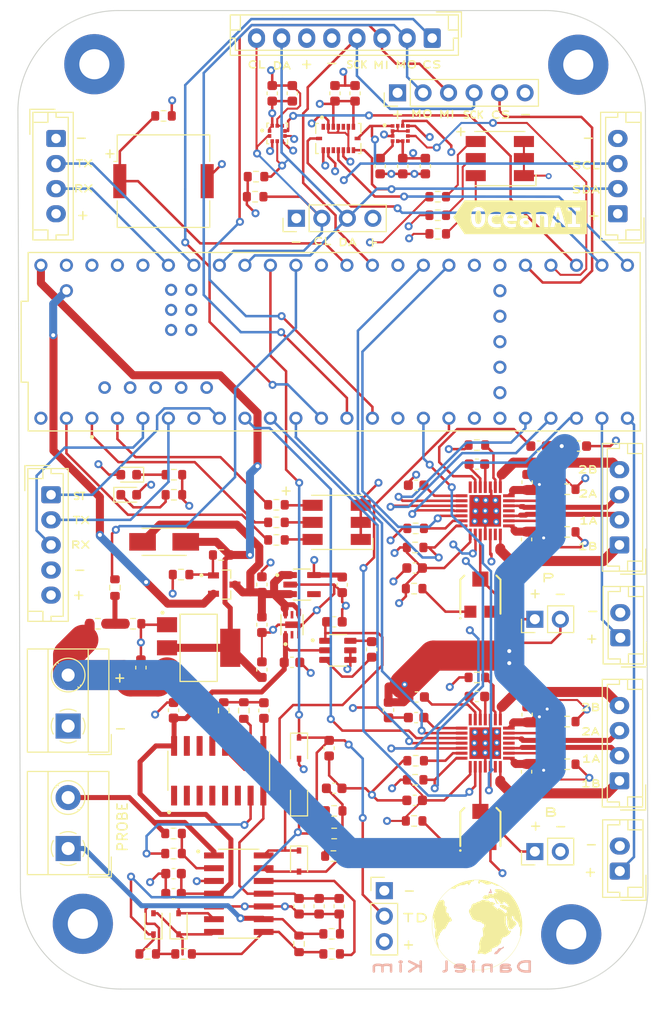
<source format=kicad_pcb>
(kicad_pcb (version 20211014) (generator pcbnew)
  (layers (0 "F.Cu" signal) (1 "In1.Cu" power) (2 "In2.Cu" mixed) (31 "B.Cu" signal) (34 "B.Paste" user) (35 "F.Paste" user) (36 "B.SilkS" user "B.Silkscreen") (37 "F.SilkS" user "F.Silkscreen") (38 "B.Mask" user) (39 "F.Mask" user) (44 "Edge.Cuts" user))
  (net 0 "")
  (net 1 "/Teensy41/BUZZER")
  (net 2 "GND")
  (net 3 "+3V3")
  (net 4 "Net-(C3-Pad1)")
  (net 5 "Net-(C7-Pad1)")
  (net 6 "Net-(C7-Pad2)")
  (net 7 "/Power/+3V0")
  (net 8 "/TDS/RST")
  (net 9 "Net-(C10-Pad1)")
  (net 10 "/TDS")
  (net 11 "Net-(C16-Pad1)")
  (net 12 "Net-(C16-Pad2)")
  (net 13 "/Power/+5V_reg")
  (net 14 "/Stepper_b/VMM")
  (net 15 "+5V")
  (net 16 "Net-(C28-Pad1)")
  (net 17 "Net-(C28-Pad2)")
  (net 18 "Net-(C30-Pad1)")
  (net 19 "Net-(C31-Pad2)")
  (net 20 "Net-(C36-Pad2)")
  (net 21 "Net-(D1-Pad1)")
  (net 22 "Net-(D1-Pad2)")
  (net 23 "Net-(D2-Pad1)")
  (net 24 "Net-(D2-Pad2)")
  (net 25 "Net-(D3-Pad1)")
  (net 26 "Net-(D6-Pad5)")
  (net 27 "Net-(D6-Pad6)")
  (net 28 "Net-(D7-Pad4)")
  (net 29 "Net-(D7-Pad5)")
  (net 30 "Net-(D7-Pad6)")
  (net 31 "Net-(D8-Pad1)")
  (net 32 "/Stepper_b/2B_b")
  (net 33 "Net-(IC1-Pad2)")
  (net 35 "/Stepper_b/MS1_b")
  (net 36 "/Stepper_b/MS2_b")
  (net 37 "/Stepper_b/MS3_b")
  (net 38 "/Stepper_b/RST_b")
  (net 39 "Net-(IC1-Pad13)")
  (net 40 "/Stepper_b/SLP_b")
  (net 41 "/Stepper_b/STEP_b")
  (net 42 "/Stepper_b/DIR_b")
  (net 44 "/Stepper_b/1B_b")
  (net 45 "Net-(IC1-Pad23)")
  (net 46 "/Stepper_b/1A_b")
  (net 48 "/Stepper_b/2A_b")
  (net 49 "Net-(IC1-Pad27)")
  (net 50 "Net-(IC2-Pad2)")
  (net 52 "Net-(IC2-Pad13)")
  (net 54 "Net-(IC2-Pad23)")
  (net 56 "Net-(IC2-Pad27)")
  (net 57 "/SDA")
  (net 58 "/SCL")
  (net 59 "Net-(J3-Pad1)")
  (net 60 "Net-(J3-Pad2)")
  (net 61 "/CS_VD")
  (net 62 "/MOSI")
  (net 63 "/MISO")
  (net 64 "/SCK")
  (net 65 "/CS")
  (net 66 "/SET")
  (net 67 "/TX_RF")
  (net 68 "/RX_RF")
  (net 69 "/TX_GPS")
  (net 70 "/RX_GPS")
  (net 71 "/Teensy41/Limit_b")
  (net 72 "/Teensy41/Limit_p")
  (net 73 "Net-(Q1-Pad1)")
  (net 74 "VBUS")
  (net 75 "Net-(R10-Pad1)")
  (net 76 "Net-(R5-Pad2)")
  (net 77 "Net-(R6-Pad2)")
  (net 78 "Net-(R7-Pad2)")
  (net 79 "Net-(R8-Pad2)")
  (net 80 "Net-(R10-Pad2)")
  (net 81 "Net-(R15-Pad2)")
  (net 82 "/V_DIV")
  (net 83 "/LEDs/R_a")
  (net 84 "/LEDs/G_a")
  (net 85 "/LEDs/B_a")
  (net 86 "/LEDs/R_b")
  (net 87 "/LEDs/G_b")
  (net 88 "/LEDs/B_b")
  (net 91 "/INT_ACC")
  (net 93 "/INT_GYR")
  (net 94 "/INT_MAG")
  (net 96 "/INT_BAR")
  (net 109 "Net-(C33-Pad1)")
  (net 110 "Net-(D6-Pad4)")
  (net 123 "Net-(C33-Pad2)")
  (net 124 "Net-(C35-Pad1)")
  (net 125 "/Stepper_b/REF")
  (net 126 "/Stepper_b1/2B_b")
  (net 127 "/Stepper_b1/MS1_b")
  (net 128 "/Stepper_b1/MS2_b")
  (net 129 "/Stepper_b1/MS3_b")
  (net 130 "/Stepper_b1/RST_b")
  (net 131 "/Stepper_b1/SLP_b")
  (net 132 "/Stepper_b1/STEP_b")
  (net 133 "/Stepper_b1/REF")
  (net 134 "/Stepper_b1/DIR_b")
  (net 135 "/Stepper_b1/1B_b")
  (net 136 "/Stepper_b1/1A_b")
  (net 137 "/Stepper_b1/2A_b")
  (net 138 "Net-(D9-Pad1)")
  (net 139 "/LEDs/SIGNAL")
  (net 140 "Net-(R19-Pad2)")
  (net 141 "Net-(R30-Pad2)")
  (footprint "Resistor_SMD:R_0603_1608Metric" (layer "F.Cu") (at 141.335 123 -90)
    (fp_text reference "R7" hide)
    (fp_text value "10K" hide)
  )
  (footprint "Capacitor_SMD:C_0603_1608Metric" (layer "F.Cu") (at 146.165 61.5 90)
    (fp_text reference "C6" hide)
    (fp_text value "0.1uF" hide)
  )
  (footprint "Connector_JST:JST_EH_B4B-EH-A_1x04_P2.50mm_Vertical" (layer "F.Cu") (at 178.75 106.5 90)
    (fp_text reference "J7" hide)
    (fp_text value "JST_P" hide)
  )
  (footprint "Capacitor_SMD:C_0603_1608Metric" (layer "F.Cu") (at 157.165 68.75 -90)
    (fp_text reference "C41" hide)
    (fp_text value "0.1uF" hide)
  )
  (footprint "TerminalBlock_MetzConnect:TerminalBlock_MetzConnect_Type101_RT01602HBWC_1x02_P5.08mm_Horizontal" (layer "F.Cu") (at 123.835 124.545 90)
    (fp_text reference "J4" hide)
    (fp_text value "Batt" hide)
  )
  (footprint "Resistor_SMD:R_0603_1608Metric" (layer "F.Cu") (at 134.335 137.25 180)
    (fp_text reference "R6" hide)
    (fp_text value "100K" hide)
  )
  (footprint "Capacitor_SMD:C_0603_1608Metric" (layer "F.Cu") (at 154.915 68.75 -90)
    (fp_text reference "C3" hide)
    (fp_text value "0.1uF" hide)
  )
  (footprint "LED_SMD:LED_0603_1608Metric" (layer "F.Cu") (at 129.8725 101.5)
    (fp_text reference "D9" hide)
    (fp_text value "LED" hide)
  )
  (footprint "Resistor_SMD:R_0603_1608Metric" (layer "F.Cu") (at 134.3725 101.5 180)
    (fp_text reference "R31" hide)
    (fp_text value "1K" hide)
  )
  (footprint "MAX1719EUT_T:SOT95P280X145-6N" (layer "F.Cu") (at 150.7 117)
    (fp_text reference "U7" hide)
    (fp_text value "MAX1719" hide)
  )
  (footprint "Resistor_SMD:R_0603_1608Metric" (layer "F.Cu") (at 160.65 71.8 180)
    (fp_text reference "R38" hide)
    (fp_text value "R" hide)
  )
  (footprint "Capacitor_SMD:C_0603_1608Metric" (layer "F.Cu") (at 143.135 110.45 90)
    (fp_text reference "C17" hide)
    (fp_text value "1uF" hide)
  )
  (footprint "Connector_JST:JST_EH_B5B-EH-A_1x05_P2.50mm_Vertical" (layer "F.Cu") (at 122.135 101.5 -90)
    (fp_text reference "J9" hide)
    (fp_text value "HC-12" hide)
  )
  (footprint "Capacitor_SMD:C_0603_1608Metric" (layer "F.Cu") (at 169.5 129.1 -90)
    (fp_text reference "C29" hide)
    (fp_text value "0.1uF" hide)
  )
  (footprint "Diode_SMD:D_SOD-323" (layer "F.Cu") (at 146.835 138 -90)
    (fp_text reference "D2" hide)
    (fp_text value "1N4148WS" hide)
  )
  (footprint "ADP122:SON65P200X200X65-7N" (layer "F.Cu") (at 146.135 114.45 90)
    (fp_text reference "U9" hide)
    (fp_text value "ADP122" hide)
  )
  (footprint "Resistor_SMD:R_0603_1608Metric" (layer "F.Cu") (at 135.085 109.45)
    (fp_text reference "R39" hide)
    (fp_text value "4.7K" hide)
  )
  (footprint "Capacitor_SMD:C_0603_1608Metric" (layer "F.Cu") (at 151.135 110.475 -90)
    (fp_text reference "C19" hide)
    (fp_text value "1uF" hide)
  )
  (footprint "MountingHole:MountingHole_3mm_Pad" (layer "F.Cu") (at 126.45 58.6)
    (fp_text reference "H4" hide)
    (fp_text value "MountingHole_Pad" hide)
  )
  (footprint "Diode_SMD:D_SOD-323" (layer "F.Cu") (at 146.835 126.75 -90)
    (fp_text reference "D5" hide)
    (fp_text value "1N4148WS" hide)
  )
  (footprint "Resistor_SMD:R_0603_1608Metric" (layer "F.Cu") (at 144.585 106)
    (fp_text reference "R33" hide)
    (fp_text value "R" hide)
  )
  (footprint "Capacitor_SMD:C_0603_1608Metric" (layer "F.Cu") (at 134.335 122.975 90)
    (fp_text reference "C8" hide)
    (fp_text value locked "0.1uF" hide)
  )
  (footprint "Resistor_SMD:R_0603_1608Metric" (layer "F.Cu") (at 150.26 137.5 180)
    (fp_text reference "R12" hide)
    (fp_text value "10K" hide)
  )
  (footprint "Resistor_SMD:R_0603_1608Metric" (layer "F.Cu") (at 164.55 119.7 180)
    (fp_text reference "R22" hide)
    (fp_text value "100K" hide)
  )
  (footprint "Resistor_SMD:R_0603_1608Metric" (layer "F.Cu") (at 139.085 107.5 180)
    (fp_text reference "R40" hide)
    (fp_text value "470" hide)
  )
  (footprint "A4988SETTR-T:QFN50P500X500X100-29N" (layer "F.Cu") (at 165.385 126.25 -90)
    (fp_text reference "IC1" hide)
    (fp_text value "A4988SETTR-T" hide)
  )
  (footprint "Resistor_SMD:R_0603_1608Metric" (layer "F.Cu") (at 131.76 147.25 180)
    (fp_text reference "R11" hide)
    (fp_text value "10K" hide)
  )
  (footprint "Resistor_SMD:R_0603_1608Metric" (layer "F.Cu") (at 126.8 114.35)
    (fp_text reference "R15" hide)
    (fp_text value "10K" hide)
  )
  (footprint "Resistor_SMD:R_0603_1608Metric" (layer "F.Cu") (at 160.65 73.65 180)
    (fp_text reference "R37" hide)
    (fp_text value " ")
  )
  (footprint "Capacitor_SMD:C_0603_1608Metric" (layer "F.Cu") (at 164.55 98.45 180)
    (fp_text reference "C33" hide)
    (fp_text value "0.1uF" hide)
  )
  (footprint "Capacitor_SMD:C_0603_1608Metric" (layer "F.Cu") (at 149.835 126.75 -90)
    (fp_text reference "C13" hide)
    (fp_text value "1uF" hide)
  )
  (footprint "Resistor_SMD:R_0603_1608Metric" (layer "F.Cu") (at 139.335 123 -90)
    (fp_text reference "R8" hide)
    (fp_text value "100K" hide)
  )
  (footprint "MountingHole:MountingHole_3mm_Pad" (layer "F.Cu") (at 174.65 58.65)
    (fp_text reference "H2" hide)
    (fp_text value "MountingHole_Pad" hide)
  )
  (footprint "Capacitor_SMD:C_0603_1608Metric" (layer "F.Cu") (at 169.55 123.4 90)
    (fp_text reference "C27" hide)
    (fp_text value "0.1uF" hide)
  )
  (footprint "Capacitor_SMD:C_0603_1608Metric" (layer "F.Cu") (at 155.75 122.95 -90)
    (fp_text reference "C26" hide)
    (fp_text value "4.7uF" hide)
  )
  (footprint "BMP388:PQFN50P200X200X80-10N" (layer "F.Cu") (at 144.665 65.5)
    (fp_text reference "U3" hide)
    (fp_text value "BMP388" hide)
  )
  (footprint "Resistor_SMD:R_0603_1608Metric" (layer "F.Cu") (at 134.3725 99.5 180)
    (fp_text reference "R41" hide)
    (fp_text value "1K" hide)
  )
  (footprint "Resistor_SMD:R_0603_1608Metric" (layer "F.Cu") (at 135.335 147.25 180)
    (fp_text reference "R9" hide)
    (fp_text value "10K" hide)
  )
  (footprint "Resistor_SMD:R_0603_1608Metric" (layer "F.Cu") (at 128.5 110.75 90)
    (fp_text reference "R17" hide)
    (fp_text value "1K" hide)
  )
  (footprint "kibuzzard-629BEB6E" (layer "F.Cu") (at 168.85 73.85)
    (fp_text reference "kibuzzard-1" hide)
    (fp_text value "G***" hide)
  )
  (footprint "Resistor_SMD:R_0603_1608Metric" (layer "F.Cu") (at 158.4 106.75)
    (fp_text reference "R27" hide)
    (fp_text value "100K" hide)
  )
  (footprint "Capacitor_SMD:C_0603_1608Metric" (layer "F.Cu") (at 174.7 96.65)
    (fp_text reference "C20" hide)
    (fp_text value "4.7uF" hide)
  )
  (footprint "Diode_SMD:D_SOD-323" (layer "F.Cu") (at 146.835 132 90)
    (fp_text reference "D4" hide)
    (fp_text value "1N4148WS" hide)
  )
  (footprint "Diode_SMD:D_SOD-323" (layer "F.Cu") (at 134.835 144.25 90)
    (fp_text reference "D1" hide)
    (fp_text value "1N4148WS" hide)
  )
  (footprint "Capacitor_SMD:C_0603_1608Metric" (layer "F.Cu") (at 169.5 105.95 -90)
    (fp_text reference "C34" hide)
    (fp_text value "0.1uF" hide)
  )
  (footprint "Connector_JST:JST_EH_B4B-EH-A_1x04_P2.50mm_Vertical" (layer "F.Cu") (at 122.635 66 -90)
    (fp_text reference "J10" hide)
    (fp_text value "NEO-6M" hide)
  )
  (footprint "Resistor_SMD:R_0603_1608Metric" (layer "F.Cu") (at 146.835 146.25 -90)
    (fp_text reference "R4" hide)
    (fp_text value "5.6K" hide)
  )
  (footprint "Resistor_SMD:R_0603_1608Metric" (layer "F.Cu") (at 173.55 124.1)
    (fp_text reference "R24" hide)
    (fp_text value "0.05" hide)
  )
  (footprint "Capacitor_SMD:C_0603_1608Metric" (layer "F.Cu") (at 134.335 141.25 180)
    (fp_text reference "C14" hide)
    (fp_text value "0.1uF" hide)
  )
  (footprint "Capacitor_SMD:C_0603_1608Metric" (layer "F.Cu") (at 154.07 116.91 -90)
    (fp_text reference "C16" hide)
    (fp_text value "1uF" hide)
  )
  (footprint "Connector_JST:JST_EH_B4B-EH-A_1x04_P2.50mm_Vertical" (layer "F.Cu") (at 178.585 73.5 90)
    (fp_text reference "J1" hide)
    (fp_text value "MS5803" hide)
  )
  (footprint "Capacitor_SMD:C_0603_1608Metric" (layer "F.Cu") (at 152.415 61.5 90)
    (fp_text reference "C1" hide)
    (fp_text value "0.1uF" hide)
  )
  (footprint "Capacitor_SMD:C_0603_1608Metric" (layer "F.Cu") (at 131.085 118.725 90)
    (fp_text reference "C22" hide)
    (fp_text value "1uF" hide)
  )
  (footprint "Connector_PinHeader_2.54mm:PinHeader_1x03_P2.54mm_Vertical" (layer "F.Cu") (at 155.33 140.945)
    (fp_text reference "J15" hide)
    (fp_text value "Conn_01x03")
  )
  (footprint "35WR10KLFTR:TRIM_35WR10KLFTR" (layer "F.Cu") (at 164.9 111.55 90)
    (fp_text reference "RV1" hide)
    (fp_text value "R_Potentiometer" hide)
  )
  (footprint "DEV-16771:MODULE_DEV-16771" (layer "F.Cu") (at 150.335 86.25)
    (fp_text reference "U4" hide)
    (fp_text value "DEV-16771" hide)
  )
  (footprint "A4988SETTR-T:QFN50P500X500X100-29N" (layer "F.Cu") (at 165.385 103.1 -90)
    (fp_text reference "IC2" hide)
    (fp_text value "A4988SETTR-T" hide)
  )
  (footprint "Connector_PinHeader_2.54mm:PinHeader_1x06_P2.54mm_Vertical" (layer "F.Cu") (at 156.65 61.45 90)
    (fp_text reference "J8" hide)
    (fp_text value "I2C" hide)
  )
  (footprint "Connector_JST:JST_EH_B2B-EH-A_1x02_P2.50mm_Vertical" (layer "F.Cu") (at 178.785 139 90)
    (fp_text reference "J11" hide)
    (fp_text value "Limit_b" hide)
  )
  (footprint "Resistor_SMD:R_0603_1608Metric" (layer "F.Cu") (at 134.335 135.25)
    (fp_text reference "R5" hide)
    (fp_text value "6.8K" hide)
  )
  (footprint "Buzzer_Beeper:Buzzer_Murata_PKMCS0909E" (layer "F.Cu") (at 133.335 70.25)
    (fp_text reference "BZ1" hide)
    (fp_text value "Buzzer" hide)
  )
  (footprint "Capacitor_SMD:C_0603_1608Metric" (layer "F.Cu") (at 144.165 61.5 90)
    (fp_text reference "C5" hide)
    (fp_text value "0.1uF" hide)
  )
  (footprint "Capacitor_SMD:C_0603_1608Metric" (layer "F.Cu") (at 143.135 114.45 -90)
    (fp_text reference "C21" hide)
    (fp_text value "1uF" hide)
  )
  (footprint "Resistor_SMD:R_0603_1608Metric" (layer "F.Cu") (at 158.4 129.9)
    (fp_text reference "R23" hide)
    (fp_text value "100K" hide)
  )
  (footprint "Resistor_SMD:R_0603_1608Metric" (layer "F.Cu") (at 173.55 100.95)
    (fp_text reference "R28" hide)
    (fp_text value "0.05" hide)
  )
  (footprint "LIS3MDLTR:XDCR_LIS3MDLTR" (layer "F.Cu") (at 156.915 65.5)
    (fp_text reference "U2" hide)
    (fp_text value "LIS3MDLTR" hide)
  )
  (footprint "Resistor_SMD:R_0603_1608Metric" (layer "F.Cu") (at 150.085 147.25)
    (fp_text reference "R10" hide)
    (fp_text value "10K" hide)
  )
  (footprint "Capacitor_SMD:C_0603_1608Metric" (layer "F.Cu") (at 170.7 96.65 180)
    (fp_text reference "C36" hide)
    (fp_text value "0.1uF" hide)
  )
  (footprint "Capacitor_SMD:C_0603_1608Metric" (layer "F.Cu") (at 158.35 131.95 180)
    (fp_text reference "C32" hide)
    (fp_text value "0.1uF" hide)
  )
  (footprint "Capacitor_SMD:C_0603_1608Metric" (layer "F.Cu") (at 150.335 130.75)
    (fp_text reference "C10" hide)
    (fp_text value "1uF" hide)
  )
  (footprint "SS12:DIOM4427X270N" (layer "F.Cu") (at 133.4 106.19)
    (fp_text reference "D10" hide)
    (fp_text value "D_Schottky" hide)
  )
  (footprint "Resistor_SMD:R_0603_1608Metric" (layer "F.Cu") (at 144.585 102.5 180)
    (fp_text reference "R35" hide)
    (fp_text value "R" hide)
  )
  (footprint "Connector_JST:JST_EH_B8B-EH-A_1x08_P2.50mm_Vertical" (layer "F.Cu") (at 160.1 56 180)
    (fp_text reference "J5" hide)
    (fp_text value "OV5642" hide)
  )
  (footprint "TerminalBlock_MetzConnect:TerminalBlock_MetzConnect_Type101_RT01602HBWC_1x02_P5.08mm_Horizontal" (layer "F.Cu") (at 123.835 136.75 90)
    (fp_text reference "J3" hide)
    (fp_text value "PROBE" hide)
  )
  (footprint "Capacitor_SMD:C_0603_1608Metric" (layer "F.Cu") (at 143.335 123 -90)
    (fp_text reference "C7" hide)
    (fp_text value "1nF" hide)
  )
  (footprint "Capacitor_SMD:C_0603_1608Metric" (layer "F.Cu") (at 134.335 139.25 180)
    (fp_text reference "C11" hide)
    (fp_text value "4.7uF" hide)
  )
  (footprint "Diode_SMD:D_SOD-323" (layer "F.Cu") (at 132.335 144.25 90)
    (fp_text reference "D3" hide)
    (fp_text value "1N4148WS" hide)
  )
  (footprint "Capacitor_SMD:C_0603_1608Metric" (layer "F.Cu") (at 158.5 123.7 180)
    (fp_text reference "C30" hide)
    (fp_text value "0.22uF" hide)
  )
  (footprint "Connector_PinHeader_2.54mm:PinHeader_1x04_P2.54mm_Vertical" (layer "F.Cu") (at 146.57 73.95 90)
    (fp_text reference "J2" hide)
    (fp_text value "I2C" hide)
  )
  (footprint "Resistor_SMD:R_0603_1608Metric" (layer "F.Cu") (at 173.55 105.2)
    (fp_text reference "R29" hide)
    (fp_text value "0.05" hide)
  )
  (footprint "Resistor_SMD:R_0603_1608Metric" (layer "F.Cu") (at 158.3 110.85)
    (fp_text reference "R19" hide)
    (fp_text value "20K" hide)
  )
  (footprint "Capacitor_SMD:C_0603_1608Metric" (layer "F.Cu") (at 164.55 121.6 180)
    (fp_text reference "C28" hide)
    (fp_text value "0.1uF" hide)
  )
  (footprint "Resistor_SMD:R_0603_1608Metric" (layer "F.Cu") (at 142.465 71.8)
    (fp_text reference "R2" hide)
    (fp_text value "4.7K" hide)
  )
  (footprint "Resistor_SMD:R_0603_1608Metric" (layer "F.Cu") (at 173.55 128.35)
    (fp_text reference "R25" hide)
    (fp_text value "0.05" hide)
  )
  (footprint "Resistor_SMD:R_0603_1608Metric" (layer "F.Cu") (at 160.65 75.5)
    (fp_text reference "R36" hide)
    (fp_text value "R" hide)
  )
  (footprint "BMI088:PQFN50P450X300X100-16N" (layer "F.Cu") (at 150.75 66)
    (fp_text reference "U1" hide)
    (fp_text value "BMI088" hide)
  )
  (footprint "Resistor_SMD:R_0603_1608Metric" (layer "F.Cu") (at 142.55 69.8)
    (fp_text reference "R3" hide)
    (fp_text value "4.7K" hide)
  )
  (footprint "Resistor_SMD:R_0603_1608Metric" (layer "F.Cu") (at 150.085 145.25)
    (fp_text reference "R1" hide)
    (fp_text value "1M" hide)
  )
  (footprint "Capacitor_SMD:C_0603_1608Metric" (layer "F.Cu") (at 143.135 118.925 90)
    (fp_text reference "C23" hide)
    (fp_text value "4.7uF" hide)
  )
  (footprint "MountingHole:MountingHole_3mm_Pad" (layer "F.Cu") (at 125.3 144.25)
    (fp_text reference "H1" hide)
    (fp_text value "MountingHole_Pad" hide)
  )
  (footprint "SOT230P700X180-4N:SOT230P700X180-4N" (layer "F.Cu") (at 136.835 116.75 -90)
    (fp_text reference "U10" hide)
    (fp_text value "LDL1117S50R" hide)
  )
  (footprint "Resistor_SMD:R_0603_1608Metric" (layer "F.Cu") (at 158.45 128)
    (fp_text reference "R21" hide)
    (fp_text value "10K" hide)
  )
  (footprint "Resistor_SMD:R_0603_1608Metric" (layer "F.Cu") (at 158.45 104.85)
    (fp_text reference "R20" hide)
    (fp_text value "10K" hide)
  )
  (footprint "Resistor_SMD:R_0603_1608Metric" (layer "F.Cu") (at 158.3 134)
    (fp_text reference "R30" hide)
    (fp_text value "20K" hide)
  )
  (footprint "AP2112K-3:SOT95P285X140-5N" (layer "F.Cu") (at 147.135 110.45)
    (fp_text reference "U8" hide)
    (fp_text value "AP2112K-3.3" hide)
  )
  (footprint "LED_SMD:LED_0603_1608Metric" (layer "F.Cu") (at 129.8725 99.5 180)
    (fp_text reference "D8" hide)
    (fp_text value "LED" hide)
  )
  (footprint "Capacitor_SMD:C_0603_1608Metric" (layer "F.Cu") (at 146.135 118.2)
    (fp_text reference "C24" hide)
    (fp_text value "1uF" hide)
  )
  (footprint "Capacitor_SMD:C_0603_1608Metric" (layer "F.Cu") (at 148.835 142.5 -90)
    (fp_text reference "C15" hide)
    (fp_text value "0.1uF" hide)
  )
  (footprint "MountingHole:MountingHole_3mm_Pad" (layer "F.Cu") (at 173.95 145.3)
    (fp_text reference "H3" hide)
    (fp_text value "MountingHole_Pad" hide)
  )
  (footprint "Capacitor_SMD:C_0603_1608Metric" (layer "F.Cu") (at 158.5 100.55 180)
    (fp_text reference "C35" hide)
    (fp_text value "0.22uF" hide)
  )
  (footprint "Resistor_SMD:R_0603_1608Metric" (layer "F.Cu") (at 150.335 135.25)
    (fp_text reference locked "R13" hide)
    (fp_text value "10K" hide)
  )
  (footprint "LM324:SOIC127P600X175-14N" (layer "F.Cu") (at 140.835 141.25)
    (fp_text reference "U5" hide)
    (fp_text value "LM324A" hide)
  )
  (footprint "Capacitor_SMD:C_0603_1608Metric" (layer "F.Cu") (at 150.415 61.5 90)
    (fp_text reference "C2" hide)
    (fp_text value "0.1uF" hide)
  )
  (footprint "Connector_PinHeader_2.54mm:PinHeader_1x02_P2.54mm_Vertical" (layer "F.Cu") (at 170.325 113.9 90)
    (fp_text reference "J13" hide)
    (fp_text value "Conn_01x02" hide)
  )
  (footprint "Resistor_SMD:R_0603_1608Metric" (layer "F.Cu") (at 164.55 96.55 180)
    (fp_text reference "R26" hide)
    (fp_text value "100K" hide)
  )
  (footprint "Capacitor_SMD:C_0603_1608Metric" (layer "F.Cu") (at 159.415 68.75 -90)
    (fp_text reference "C4" hide)
    (fp_text value "0.1uF" hide)
  )
  (footprint "Capacitor_SMD:C_0603_1608Metric" (layer "F.Cu") (at 158.55 121.65)
    (fp_text reference "C31" hide)
    (fp_text value "0.1uF" hide)
  )
  (footprint "Connector_JST:JST_EH_B2B-EH-A_1x02_P2.50mm_Vertical" (layer "F.Cu") (at 178.835 115.75 90)
    (fp_text reference "J12" hide)
    (fp_text value "Limit_p" hide)
  )
  (footprint "DMP3098L-7:SOT91P240X110-3N" (layer "F.Cu") (at 139.385 110.45)
    (fp_text reference "Q1" hide)
    (fp_text value "DMP3098L-7" hide)
  )
  (footprint "Capacitor_SMD:C_0603_1608Metric" (layer "F.Cu") (at 146.835 142.5 -90)
    (fp_text reference "C12" hide)
    (fp_text value "4.7uF" hide)
  )
  (footprint "Resistor_SMD:R_0603_1608Metric" (layer "F.Cu") (at 130.3 114.35)
    (fp_text reference "R16" hide)
    (fp_text value "2.5" hide)
  )
  (footprint "35WR10KLFTR:TRIM_35WR10KLFTR" (layer "F.Cu") (at 164.9 134.7 90)
    (fp_text reference "RV2" hide)
    (fp_text value "R_Potentiometer" hide)
  )
  (footprint "Resistor_SMD:R_0603_1608Metric" (layer "F.Cu") (at 133.335 63.75)
    (fp_text reference "R18" hide)
    (fp_text value "1K" hide)
  )
  (footprint "Capacitor_SMD:C_0603_1608Metric" (layer "F.Cu") (at 158.35 108.8 180)
    (fp_text reference "C37" hide)
    (fp_text value "0.1uF" hide)
  )
  (footprint "Resistor_SMD:R_0603_1608Metric" (layer "F.Cu") (at 144.585 104.25 180)
    (fp_text reference "R34" hide)
    (fp_text value " ")
  )
  (footprint "Capacitor_SMD:C_0603_1608Metric" (layer "F.Cu") (at 150.835 142.5 -90)
    (fp_text reference "C9" hide)
    (fp_text value "0.1uF" hide)
  )
  (footprint "Resistor_SMD:R_0603_1608Metric" (layer "F.Cu") (at 150.335 133 180)
    (fp_text reference "R14" hide)
    (fp_text value "10K" hide)
  )
  (footprint "Capacitor_SMD:C_0603_1608Metric" (layer "F.Cu") (at 169.55 100.25 90)
    (fp_text reference "C25" hide)
    (fp_text value "0.1uF" hide)
  )
  (footprint "LED_SMD:LED_RGB_5050-6" (layer "F.Cu") (at 166.835 68 180)
    (fp_text reference "D7" hide)
    (fp_text value "LED_RGB" hide)
  )
  (footprint "Capacitor_SMD:C_0603_1608Metric" (layer "F.Cu") (at 150.36 114.16)
    (fp_text reference "C18" hide)
    (fp_text value "1uF" hide)
  )
  (footprint "CD4060BM:SOIC127P600X175-16N" (layer "F.Cu") (at 138.835 129 90)
    (fp_text reference "U6" hide)
    (fp_text value "CD4060BM" hide)
  )
  (footprint "LED_SMD:LED_RGB_5050-6" (layer "F.Cu") (at 150.585 104.25 180)
    (fp_text reference "D6" hide)
    (fp_text value "LED_RGB" hide)
  )
  (footprint "Connector_PinHeader_2.54mm:PinHeader_1x02_P2.54mm_Vertical" (layer "F.Cu") (at 170.325 137.05 90)
    (fp_text reference "J14" hide)
    (fp_text value "Conn_01x02" hide)
  )
  (footprint "Connector_JST:JST_EH_B4B-EH-A_1x04_P2.50mm_Vertical" (layer "F.Cu") (at 178.75 130 90)
    (fp_text reference "J6" hide)
    (fp_text value "JST_B" hide)
  )
  (gr_poly (pts (xy 167.202024 146.507565) (xy 167.202746 146.508322) (xy 167.204648 146.511209) (xy 167.207083 146.515719) (xy 167.20995 146.521604) (xy 167.216591 146.536513) (xy 167.223785 146.55396) (xy 167.230748 146.57197) (xy 167.236695 146.588565) (xy 167.240838 146.601771) (xy 167.241989 146.606485) (xy 167.242394 146.609611) (xy 167.242093 146.610689) (xy 167.241211 146.612312) (xy 167.239776 146.614448) (xy 167.237819 146.617063) (xy 167.23246 146.6236) (xy 167.225373 146.631659) (xy 167.216797 146.640975) (xy 167.206973 146.651282) (xy 167.196141 146.662318) (xy 167.184539 146.673816) (xy 167.165287 146.692695) (xy 167.157265 146.700363) (xy 167.15011 146.706977) (xy 167.143671 146.712632) (xy 167.137795 146.717423) (xy 167.13233 146.721444) (xy 167.129704 146.723197) (xy 167.127124 146.724792) (xy 167.124572 146.726243) (xy 167.122026 146.727562) (xy 167.11947 146.728759) (xy 167.116884 146.729847) (xy 167.114249 146.730838) (xy 167.111545 146.731744) (xy 167.105858 146.733347) (xy 167.099671 146.734752) (xy 167.092832 146.736054) (xy 167.076589 146.738727) (xy 167.068562 146.740008) (xy 167.06136 146.741234) (xy 167.054896 146.742449) (xy 167.049083 146.743699) (xy 167.043837 146.745027) (xy 167.0414 146.745735) (xy 167.039072 146.746479) (xy 167.036843 146.747264) (xy 167.034701 146.748097) (xy 167.032637 146.748983) (xy 167.03064 146.749928) (xy 167.028698 146.750937) (xy 167.026801 146.752015) (xy 167.024939 146.753168) (xy 167.0231 146.754402) (xy 167.021275 146.755723) (xy 167.019451 146.757135) (xy 167.017619 146.758645) (xy 167.015768 146.760258) (xy 167.011965 146.763814) (xy 167.007956 146.767849) (xy 167.003655 146.772407) (xy 166.998978 146.777533) (xy 166.770378 147.032944) (xy 166.692017 147.119816) (xy 166.626621 147.191341) (xy 166.600935 147.219035) (xy 166.581069 147.240113) (xy 166.567884 147.253651) (xy 166.564065 147.257302) (xy 166.562239 147.258722) (xy 166.549545 147.260796) (xy 166.522463 147.264069) (xy 166.443529 147.272392) (xy 166.362214 147.280054) (xy 166.332156 147.2825) (xy 166.315295 147.283417) (xy 166.309239 147.283302) (xy 166.30679 147.28303) (xy 166.304689 147.282501) (xy 166.303761 147.282114) (xy 166.302911 147.281629) (xy 166.302135 147.281038) (xy 166.301429 147.280328) (xy 166.30079 147.27949) (xy 166.300215 147.278513) (xy 166.299243 147.276096) (xy 166.298486 147.272994) (xy 166.297917 147.269119) (xy 166.29751 147.264387) (xy 166.297237 147.258711) (xy 166.296986 147.244185) (xy 166.29695 147.224855) (xy 166.29695 147.167) (xy 166.339989 147.119728) (xy 166.347206 147.11162) (xy 166.353537 147.10444) (xy 166.359022 147.098107) (xy 166.363702 147.092542) (xy 166.365753 147.090021) (xy 166.367618 147.087662) (xy 166.369301 147.085455) (xy 166.370809 147.083389) (xy 166.372145 147.081454) (xy 166.373316 147.07964) (xy 166.374325 147.077937) (xy 166.375179 147.076336) (xy 166.375881 147.074825) (xy 166.376438 147.073395) (xy 166.376854 147.072036) (xy 166.377134 147.070738) (xy 166.377283 147.069491) (xy 166.377307 147.068283) (xy 166.37721 147.067107) (xy 166.376998 147.065951) (xy 166.376675 147.064805) (xy 166.376246 147.063659) (xy 166.375717 147.062504) (xy 166.375092 147.061329) (xy 166.374377 147.060124) (xy 166.373576 147.058878) (xy 166.371739 147.056227) (xy 166.368914 147.052089) (xy 166.366532 147.04839) (xy 166.364606 147.045107) (xy 166.363819 147.043614) (xy 166.363151 147.042215) (xy 166.362604 147.040909) (xy 166.36218 147.039692) (xy 166.36188 147.03856) (xy 166.361706 147.037512) (xy 166.361659 147.036544) (xy 166.361742 147.035653) (xy 166.361956 147.034836) (xy 166.362302 147.034091) (xy 166.362783 147.033413) (xy 166.3634 147.032801) (xy 166.364155 147.032251) (xy 166.365049 147.03176) (xy 166.366084 147.031326) (xy 166.367262 147.030945) (xy 166.368584 147.030614) (xy 166.370052 147.030331) (xy 166.373434 147.029895) (xy 166.377421 147.029613) (xy 166.382025 147.029462) (xy 166.387261 147.029416) (xy 166.395978 147.029265) (xy 166.404214 147.02877) (xy 166.412081 147.027868) (xy 166.419695 147.026495) (xy 166.427168 147.024589) (xy 166.434613 147.022086) (xy 166.442146 147.018925) (xy 166.449879 147.015041) (xy 166.457927 147.010371) (xy 166.466402 147.004853) (xy 166.475419 146.998423) (xy 166.485091 146.991019) (xy 166.495532 146.982577) (xy 166.506856 146.973034) (xy 166.532606 146.950394) (xy 166.556118 146.929349) (xy 166.565847 146.920467) (xy 166.574388 146.91247) (xy 166.581862 146.905201) (xy 166.588392 146.898503) (xy 166.594098 146.892217) (xy 166.599104 146.886188) (xy 166.603532 146.880259) (xy 166.607502 146.874271) (xy 166.611138 146.868069) (xy 166.61456 146.861494) (xy 166.617892 146.85439) (xy 166.621255 146.8466) (xy 166.628561 146.828333) (xy 166.635756 146.809958) (xy 166.638965 146.80226) (xy 166.642066 146.79537) (xy 166.645171 146.78915) (xy 166.648392 146.783461) (xy 166.651844 146.778165) (xy 166.655637 146.773123) (xy 166.659885 146.768197) (xy 166.6647 146.763248) (xy 166.670196 146.758138) (xy 166.676484 146.752728) (xy 166.683677 146.74688) (xy 166.691889 146.740456) (xy 166.711817 146.725322) (xy 166.7732 146.678755) (xy 166.888205 146.670994) (xy 167.003212 146.663233) (xy 167.099872 146.585622) (xy 167.119315 146.569929) (xy 167.137674 146.555327) (xy 167.154529 146.542115) (xy 167.169457 146.530589) (xy 167.182038 146.521047) (xy 167.191848 146.513787) (xy 167.198467 146.509108) (xy 167.200447 146.507828) (xy 167.201472 146.507305)) (layer "B.SilkS") (width 0.004) (fill solid))
  (gr_poly (pts (xy 165.874006 140.778535) (xy 165.878539 140.779264) (xy 165.883577 140.78034) (xy 165.889007 140.781722) (xy 165.894718 140.783369) (xy 165.900599 140.785239) (xy 165.906537 140.787291) (xy 165.912422 140.789483) (xy 165.918142 140.791775) (xy 165.923584 140.794125) (xy 165.928638 140.796491) (xy 165.933192 140.798832) (xy 165.937134 140.801107) (xy 165.940352 140.803275) (xy 165.941655 140.804305) (xy 165.942736 140.805294) (xy 165.943579 140.806234) (xy 165.944172 140.807122) (xy 165.945386 140.810319) (xy 165.946873 140.815501) (xy 165.948575 140.822402) (xy 165.950434 140.830759) (xy 165.952392 140.840306) (xy 165.954392 140.850779) (xy 165.956375 140.861913) (xy 165.958284 140.873445) (xy 165.96061 140.886158) (xy 165.963796 140.900675) (xy 165.967709 140.916481) (xy 165.972218 140.933064) (xy 165.97719 140.949912) (xy 165.982493 140.966512) (xy 165.987994 140.982351) (xy 165.993561 140.996917) (xy 166.004262 141.025106) (xy 166.014871 141.054684) (xy 166.024902 141.08413) (xy 166.033866 141.111922) (xy 166.041276 141.136539) (xy 166.046644 141.15646) (xy 166.048409 141.164184) (xy 166.049481 141.170164) (xy 166.049798 141.174208) (xy 166.049655 141.175446) (xy 166.0493 141.176128) (xy 166.034276 141.177953) (xy 165.996836 141.180538) (xy 165.884641 141.186535) (xy 165.772579 141.191209) (xy 165.735305 141.192141) (xy 165.720511 141.19165) (xy 165.720353 141.191158) (xy 165.7204 141.190227) (xy 165.720643 141.18888) (xy 165.721074 141.187141) (xy 165.722459 141.182584) (xy 165.72448 141.176746) (xy 165.727064 141.169815) (xy 165.730136 141.161984) (xy 165.733621 141.153442) (xy 165.737445 141.144378) (xy 165.739976 141.138498) (xy 165.74281 141.132493) (xy 165.745951 141.126353) (xy 165.749406 141.120069) (xy 165.753179 141.113633) (xy 165.757276 141.107035) (xy 165.761701 141.100264) (xy 165.766461 141.093313) (xy 165.777001 141.078832) (xy 165.788939 141.063515) (xy 165.802316 141.047288) (xy 165.817172 141.030078) (xy 165.877145 140.961639) (xy 165.870089 140.869917) (xy 165.869221 140.858655) (xy 165.868468 140.848149) (xy 165.867832 140.838396) (xy 165.867311 140.829391) (xy 165.866906 140.821131) (xy 165.866616 140.81361) (xy 165.866443 140.806825) (xy 165.866385 140.800772) (xy 165.866443 140.795447) (xy 165.866616 140.790845) (xy 165.866906 140.786962) (xy 165.867311 140.783795) (xy 165.867557 140.782478) (xy 165.867832 140.781339) (xy 165.868136 140.780376) (xy 165.868468 140.779589) (xy 165.86883 140.778978) (xy 165.869221 140.778543) (xy 165.86964 140.778282) (xy 165.870089 140.778195)) (layer "B.SilkS") (width 0.004) (fill solid))
  (gr_poly (pts (xy 164.706573 139.857169) (xy 164.761379 139.858827) (xy 164.8047 139.860973) (xy 164.961843 139.871505) (xy 165.095852 139.882657) (xy 165.213358 139.895513) (xy 165.267994 139.902918) (xy 165.320991 139.911155) (xy 165.373177 139.920359) (xy 165.425382 139.930667) (xy 165.533164 139.955131) (xy 165.650967 139.985631) (xy 165.785422 140.02325) (xy 165.922503 140.064684) (xy 166.057264 140.109878) (xy 166.189715 140.158841) (xy 166.319869 140.211579) (xy 166.447737 140.268099) (xy 166.573331 140.32841) (xy 166.696661 140.392518) (xy 166.817738 140.46043) (xy 166.936575 140.532154) (xy 167.053183 140.607697) (xy 167.167573 140.687066) (xy 167.279756 140.770268) (xy 167.389744 140.857311) (xy 167.497548 140.948202) (xy 167.60318 141.042948) (xy 167.70665 141.141556) (xy 167.83316 141.270429) (xy 167.953887 141.403497) (xy 168.068768 141.54064) (xy 168.177741 141.681736) (xy 168.280744 141.826664) (xy 168.377716 141.975303) (xy 168.468594 142.127533) (xy 168.553317 142.283233) (xy 168.631821 142.442281) (xy 168.704046 142.604557) (xy 168.76993 142.769939) (xy 168.829409 142.938308) (xy 168.882423 143.109541) (xy 168.928909 143.283519) (xy 168.968806 143.460119) (xy 169.00205 143.639222) (xy 169.018582 143.743159) (xy 169.032312 143.841011) (xy 169.043412 143.934894) (xy 169.052056 144.026925) (xy 169.058419 144.119221) (xy 169.062673 144.213897) (xy 169.064992 144.313072) (xy 169.06555 144.418861) (xy 169.064016 144.563136) (xy 169.059101 144.695704) (xy 169.050332 144.820201) (xy 169.037239 144.940267) (xy 169.019351 145.059539) (xy 168.996196 145.181655) (xy 168.967302 145.310253) (xy 168.9322 145.448972) (xy 168.8941 145.588799) (xy 168.856397 145.716951) (xy 168.818098 145.836173) (xy 168.778212 145.949211) (xy 168.735747 146.058809) (xy 168.689709 146.167713) (xy 168.639108 146.278667) (xy 168.58295 146.394416) (xy 168.47238 146.602147) (xy 168.351783 146.802864) (xy 168.221513 146.996268) (xy 168.081928 147.182059) (xy 167.933385 147.359937) (xy 167.77624 147.529603) (xy 167.610849 147.690756) (xy 167.437569 147.843098) (xy 167.256757 147.986328) (xy 167.068769 148.120147) (xy 166.873961 148.244255) (xy 166.672692 148.358352) (xy 166.465316 148.462139) (xy 166.25219 148.555315) (xy 166.033672 148.637582) (xy 165.810117 148.708639) (xy 165.708372 148.73679) (xy 165.605627 148.762536) (xy 165.501609 148.785917) (xy 165.396044 148.806975) (xy 165.28866 148.825751) (xy 165.179185 148.842286) (xy 165.067344 148.856622) (xy 164.952867 148.868799) (xy 164.882118 148.873755) (xy 164.792618 148.877487) (xy 164.690681 148.879962) (xy 164.582627 148.881147) (xy 164.47477 148.881009) (xy 164.373429 148.879515) (xy 164.284921 148.876632) (xy 164.215561 148.872327) (xy 164.073757 148.857989) (xy 163.933809 148.83984) (xy 163.795691 148.817873) (xy 163.659374 148.792082) (xy 163.524831 148.762457) (xy 163.392033 148.728994) (xy 163.260954 148.691683) (xy 163.131564 148.650519) (xy 163.003835 148.605493) (xy 162.877741 148.556598) (xy 162.753253 148.503828) (xy 162.630344 148.447175) (xy 162.508984 148.386632) (xy 162.389147 148.322192) (xy 162.270804 148.253846) (xy 162.153928 148.181589) (xy 161.950032 148.043327) (xy 161.754986 147.895009) (xy 161.569077 147.737079) (xy 161.39259 147.569982) (xy 161.225809 147.394162) (xy 161.069021 147.210063) (xy 160.92251 147.01813) (xy 160.786562 146.818808) (xy 160.661461 146.61254) (xy 160.547494 146.399771) (xy 160.444945 146.180946) (xy 160.3541 145.956509) (xy 160.275244 145.726904) (xy 160.208662 145.492576) (xy 160.15464 145.253969) (xy 160.113462 145.011527) (xy 160.101717 144.927081) (xy 160.092262 144.85044) (xy 160.084874 144.778364) (xy 160.07933 144.70761) (xy 160.075407 144.634937) (xy 160.072881 144.557106) (xy 160.071529 144.470874) (xy 160.071128 144.373) (xy 160.071353 144.317085) (xy 160.099968 144.317085) (xy 160.100154 144.446684) (xy 160.103507 144.573752) (xy 160.110051 144.695827) (xy 160.119812 144.810444) (xy 160.131711 144.91544) (xy 160.145722 145.019314) (xy 160.161853 145.1221) (xy 160.180115 145.223834) (xy 160.200518 145.324551) (xy 160.223074 145.424286) (xy 160.247791 145.523074) (xy 160.274681 145.620951) (xy 160.303754 145.717952) (xy 160.33502 145.814111) (xy 160.368489 145.909464) (xy 160.404173 146.004046) (xy 160.44208 146.097892) (xy 160.482222 146.191037) (xy 160.524609 146.283517) (xy 160.569251 146.375367) (xy 160.589301 146.414813) (xy 160.611518 146.457442) (xy 160.634561 146.500816) (xy 160.657092 146.542495) (xy 160.677771 146.580039) (xy 160.695258 146.611011) (xy 160.708215 146.63297) (xy 160.712575 146.639808) (xy 160.715301 146.643478) (xy 160.715572 146.64364) (xy 160.715725 146.643471) (xy 160.715691 146.642171) (xy 160.714319 146.635937) (xy 160.711344 146.625271) (xy 160.706922 146.610669) (xy 160.694365 146.571643) (xy 160.677906 146.522828) (xy 160.666252 146.489052) (xy 160.65545 146.459261) (xy 160.645226 146.432811) (xy 160.635308 146.409057) (xy 160.630379 146.397989) (xy 160.625423 146.387353) (xy 160.620408 146.377068) (xy 160.615299 146.367054) (xy 160.604662 146.347516) (xy 160.593239 146.328094) (xy 160.550906 146.25895) (xy 160.528328 146.123483) (xy 160.511474 146.024161) (xy 160.502951 145.976021) (xy 160.593239 145.976021) (xy 160.612995 146.042344) (xy 160.617629 146.056484) (xy 160.62295 146.071592) (xy 160.628783 146.087179) (xy 160.634955 146.102757) (xy 160.641293 146.11784) (xy 160.647622 146.131939) (xy 160.65377 146.144566) (xy 160.656721 146.150175) (xy 160.659562 146.155233) (xy 160.668279 146.17114) (xy 160.675326 146.186311) (xy 160.681415 146.204309) (xy 160.687255 146.228699) (xy 160.693558 146.263044) (xy 160.701035 146.310907) (xy 160.722356 146.461444) (xy 160.759045 146.721089) (xy 160.833834 146.834683) (xy 160.898414 146.930402) (xy 160.965146 147.024137) (xy 161.034012 147.115874) (xy 161.104999 147.205596) (xy 161.178089 147.293288) (xy 161.253269 147.378935) (xy 161.330521 147.462521) (xy 161.409832 147.544031) (xy 161.491184 147.623449) (xy 161.574564 147.700759) (xy 161.659954 147.775947) (xy 161.747341 147.848996) (xy 161.836707 147.919892) (xy 161.928039 147.988618) (xy 162.021319 148.055159) (xy 162.116534 148.1195) (xy 162.236478 148.198521) (xy 162.419923 148.255672) (xy 162.745058 148.35717) (xy 162.877009 148.398426) (xy 162.990463 148.433979) (xy 163.086856 148.464299) (xy 163.167623 148.489853) (xy 163.202595 148.500991) (xy 163.234199 148.511113) (xy 163.262614 148.520278) (xy 163.28802 148.528546) (xy 163.310597 148.535974) (xy 163.330523 148.542622) (xy 163.347978 148.548548) (xy 163.363141 148.553811) (xy 163.376193 148.558469) (xy 163.387312 148.562581) (xy 163.396678 148.566205) (xy 163.40447 148.569402) (xy 163.410868 148.572228) (xy 163.4136 148.57352) (xy 163.416051 148.574742) (xy 163.418243 148.575901) (xy 163.420199 148.577004) (xy 163.421941 148.578059) (xy 163.423491 148.579072) (xy 163.424872 148.580052) (xy 163.426107 148.581005) (xy 163.427217 148.581939) (xy 163.428225 148.582861) (xy 163.430026 148.584699) (xy 163.431689 148.586577) (xy 163.443408 148.599586) (xy 163.462998 148.620797) (xy 163.514945 148.676183) (xy 163.581973 148.746033) (xy 163.696273 148.768611) (xy 163.804145 148.788971) (xy 163.909571 148.806215) (xy 164.013872 148.820465) (xy 164.118371 148.831846) (xy 164.224392 148.840482) (xy 164.333257 148.846497) (xy 164.446289 148.850016) (xy 164.564811 148.851161) (xy 164.678473 148.850086) (xy 164.787381 148.846795) (xy 164.892667 148.841189) (xy 164.995465 148.833169) (xy 165.096906 148.822635) (xy 165.198125 148.809489) (xy 165.300252 148.79363) (xy 165.404422 148.774961) (xy 165.597566 148.733381) (xy 165.788151 148.683357) (xy 165.975916 148.625044) (xy 166.160602 148.558598) (xy 166.341947 148.484172) (xy 166.519691 148.401923) (xy 166.693574 148.312005) (xy 166.863335 148.214573) (xy 167.028714 148.109783) (xy 167.18945 147.997789) (xy 167.345284 147.878746) (xy 167.495954 147.752809) (xy 167.6412 147.620134) (xy 167.780761 147.480876) (xy 167.914378 147.335189) (xy 168.041789 147.183228) (xy 168.100825 147.10791) (xy 168.158082 147.0317) (xy 168.213565 146.954583) (xy 168.26728 146.876542) (xy 168.319235 146.797564) (xy 168.369434 146.717631) (xy 168.417885 146.636729) (xy 168.464593 146.554842) (xy 168.509565 146.471955) (xy 168.552807 146.388051) (xy 168.594324 146.303116) (xy 168.634125 146.217135) (xy 168.672213 146.13009) (xy 168.708597 146.041968) (xy 168.743281 145.952752) (xy 168.776272 145.862428) (xy 168.793054 145.81345) (xy 168.811837 145.75569) (xy 168.831314 145.693533) (xy 168.850179 145.631358) (xy 168.867126 145.57355) (xy 168.880848 145.524489) (xy 168.89004 145.488558) (xy 168.892528 145.476885) (xy 168.893394 145.470139) (xy 168.893355 145.46979) (xy 168.89324 145.469405) (xy 168.892786 145.468533) (xy 168.89205 145.467536) (xy 168.891046 145.466424) (xy 168.88979 145.465208) (xy 168.888297 145.4639) (xy 168.886583 145.462512) (xy 168.884663 145.461055) (xy 168.882553 145.45954) (xy 168.880268 145.457978) (xy 168.875237 145.45476) (xy 168.869694 145.451493) (xy 168.863761 145.448267) (xy 168.857563 145.445137) (xy 168.851745 145.442148) (xy 168.841713 145.436889) (xy 168.831306 145.431333) (xy 168.831747 145.409163) (xy 168.834833 145.349753) (xy 168.846828 145.155461) (xy 168.853586 145.037865) (xy 168.859616 144.920599) (xy 168.864191 144.817224) (xy 168.866584 144.7413) (xy 168.8687 144.600894) (xy 168.819311 144.58255) (xy 168.770627 144.5635) (xy 168.74805 144.454139) (xy 168.743026 144.430175) (xy 168.737092 144.403846) (xy 168.730464 144.376029) (xy 168.723356 144.3476) (xy 168.715983 144.319435) (xy 168.708561 144.292412) (xy 168.701304 144.267406) (xy 168.694428 144.245294) (xy 168.663384 144.145811) (xy 168.5512 144.037155) (xy 168.499827 143.988439) (xy 168.443427 143.936349) (xy 168.388878 143.887037) (xy 168.343061 143.846655) (xy 168.247811 143.764811) (xy 168.231584 143.705544) (xy 168.224346 143.680815) (xy 168.213107 143.645826) (xy 168.184311 143.56117) (xy 168.156574 143.48379) (xy 168.146658 143.457896) (xy 168.14331 143.449909) (xy 168.141272 143.4459) (xy 168.141085 143.4458) (xy 168.140788 143.445766) (xy 168.139879 143.445885) (xy 168.138567 143.446245) (xy 168.136874 143.446837) (xy 168.13243 143.448665) (xy 168.12672 143.45128) (xy 168.11992 143.454588) (xy 168.112201 143.458501) (xy 168.103739 143.462926) (xy 168.094706 143.467772) (xy 168.080017 143.475802) (xy 168.074042 143.479234) (xy 168.068876 143.482401) (xy 168.064441 143.4854) (xy 168.062474 143.486865) (xy 168.060661 143.488323) (xy 168.058992 143.489785) (xy 168.057458 143.491264) (xy 168.056048 143.492772) (xy 168.054754 143.494319) (xy 168.053564 143.495917) (xy 168.052471 143.49758) (xy 168.051464 143.499317) (xy 168.050533 143.501141) (xy 168.049668 143.503064) (xy 168.048861 143.505098) (xy 168.047378 143.509543) (xy 168.046008 143.514572) (xy 168.044671 143.520277) (xy 168.041789 143.534094) (xy 168.040114 143.543614) (xy 168.038306 143.554952) (xy 168.034557 143.581367) (xy 168.031074 143.609898) (xy 168.029596 143.623882) (xy 168.028384 143.637106) (xy 168.027269 143.654712) (xy 168.026878 143.66232) (xy 168.026609 143.669208) (xy 168.026467 143.675436) (xy 168.026461 143.681059) (xy 168.026598 143.686138) (xy 168.026884 143.690728) (xy 168.027328 143.694888) (xy 168.027935 143.698676) (xy 168.028303 143.700449) (xy 168.028715 143.70215) (xy 168.029171 143.703787) (xy 168.029673 143.705368) (xy 168.030221 143.706899) (xy 168.030817 143.708387) (xy 168.032155 143.711266) (xy 168.033693 143.714062) (xy 168.035439 143.716833) (xy 168.03691 143.719008) (xy 168.038415 143.721032) (xy 168.039953 143.722906) (xy 168.041524 143.724628) (xy 168.043128 143.726196) (xy 168.044765 143.727611) (xy 168.046436 143.728871) (xy 168.048139 143.729974) (xy 168.049875 143.730921) (xy 168.050756 143.731335) (xy 168.051645 143.731709) (xy 168.052542 143.732044) (xy 168.053447 143.732338) (xy 168.054361 143.732593) (xy 168.055283 143.732807) (xy 168.056213 143.732982) (xy 168.057151 143.733115) (xy 168.058098 143.733208) (xy 168.059053 143.733261) (xy 168.060016 143.733272) (xy 168.060988 143.733243) (xy 168.061968 143.733173) (xy 168.062956 143.733061) (xy 168.065168 143.732926) (xy 168.067328 143.733076) (xy 168.069465 143.733546) (xy 168.07161 143.734373) (xy 168.073791 143.735592) (xy 168.07604 143.737241) (xy 168.078386 143.739354) (xy 168.080859 143.741969) (xy 168.083489 143.745121) (xy 168.086307 143.748846) (xy 168.089341 143.753182) (xy 168.092622 143.758163) (xy 168.096181 143.763827) (xy 168.100046 143.770209) (xy 168.108817 143.785272) (xy 168.117518 143.801129) (xy 168.121291 143.808379) (xy 168.124714 143.815291) (xy 168.127815 143.821951) (xy 168.13062 143.828445) (xy 168.133157 143.834858) (xy 168.135452 143.841276) (xy 168.137531 143.847785) (xy 168.139423 143.85447) (xy 168.141154 143.861418) (xy 168.14275 143.868715) (xy 168.144238 143.876446) (xy 168.145646 143.884696) (xy 168.148328 143.9031) (xy 168.150205 143.916053) (xy 168.152098 143.928279) (xy 168.153958 143.939513) (xy 168.155736 143.94949) (xy 168.157382 143.957946) (xy 168.158845 143.964616) (xy 168.159493 143.967198) (xy 168.160077 143.969235) (xy 168.160591 143.970693) (xy 168.161028 143.971539) (xy 168.161342 143.9717) (xy 168.161752 143.971789) (xy 168.16285 143.971754) (xy 168.164299 143.971446) (xy 168.166077 143.970877) (xy 168.168161 143.970061) (xy 168.170528 143.969009) (xy 168.176021 143.966247) (xy 168.182374 143.962692) (xy 168.189404 143.958442) (xy 168.196931 143.953597) (xy 168.204772 143.948255) (xy 168.215146 143.94085) (xy 168.224427 143.934558) (xy 168.232797 143.929447) (xy 168.236697 143.927357) (xy 168.240436 143.925589) (xy 168.244038 143.924152) (xy 168.247525 143.923054) (xy 168.25092 143.922305) (xy 168.254245 143.921913) (xy 168.257524 143.921886) (xy 168.260777 143.922235) (xy 168.26403 143.922966) (xy 168.267302 143.92409) (xy 168.270619 143.925615) (xy 168.274001 143.92755) (xy 168.277472 143.929903) (xy 168.281054 143.932684) (xy 168.28477 143.9359) (xy 168.288642 143.939562) (xy 168.296947 143.948255) (xy 168.306148 143.958834) (xy 168.316428 143.971368) (xy 168.340945 144.002583) (xy 168.375864 144.048097) (xy 168.405591 144.087426) (xy 168.430291 144.120802) (xy 168.440807 144.13533) (xy 168.450129 144.148457) (xy 168.458277 144.160211) (xy 168.465271 144.170621) (xy 168.471133 144.179717) (xy 168.475882 144.187527) (xy 168.47954 144.19408) (xy 168.482127 144.199406) (xy 168.483664 144.203532) (xy 168.484046 144.205155) (xy 168.484172 144.206489) (xy 168.482783 144.215507) (xy 168.479939 144.231536) (xy 168.476036 144.252328) (xy 168.471473 144.275633) (xy 168.459477 144.333489) (xy 168.258395 144.555739) (xy 168.057311 144.777989) (xy 167.994516 144.778695) (xy 167.973686 144.778751) (xy 167.965092 144.778885) (xy 167.957519 144.779147) (xy 167.950823 144.779577) (xy 167.944858 144.78022) (xy 167.942105 144.780634) (xy 167.93948 144.781117) (xy 167.936966 144.781674) (xy 167.934545 144.78231) (xy 167.932198 144.783032) (xy 167.929907 144.783843) (xy 167.927654 144.78475) (xy 167.925422 144.785757) (xy 167.923192 144.78687) (xy 167.920945 144.788094) (xy 167.918665 144.789435) (xy 167.916332 144.790898) (xy 167.911438 144.79421) (xy 167.906118 144.798074) (xy 167.893622 144.807622) (xy 167.885846 144.813258) (xy 167.878508 144.818448) (xy 167.871782 144.823075) (xy 167.865841 144.827025) (xy 167.86322 144.828709) (xy 167.86086 144.830181) (xy 167.858783 144.831425) (xy 167.857011 144.832427) (xy 167.855565 144.833173) (xy 167.854468 144.833648) (xy 167.854057 144.833779) (xy 167.853741 144.833837) (xy 167.853522 144.833821) (xy 167.853405 144.833727) (xy 167.851181 144.831228) (xy 167.845799 144.824577) (xy 167.826947 144.800743) (xy 167.766623 144.724367) (xy 167.68125 144.616417) (xy 167.644561 144.509172) (xy 167.629576 144.462101) (xy 167.617287 144.417163) (xy 167.612086 144.394983) (xy 167.607478 144.372722) (xy 167.603437 144.350175) (xy 167.599935 144.327139) (xy 167.596945 144.303408) (xy 167.594442 144.278778) (xy 167.590784 144.226002) (xy 167.588747 144.167173) (xy 167.588116 144.100655) (xy 167.588116 143.975772) (xy 167.55425 143.9031) (xy 167.520383 143.829722) (xy 167.538022 143.669561) (xy 167.54152 143.637261) (xy 167.544571 143.606954) (xy 167.547126 143.579309) (xy 167.549135 143.554996) (xy 167.550549 143.534686) (xy 167.551318 143.519046) (xy 167.551445 143.513188) (xy 167.551392 143.508748) (xy 167.551153 143.505811) (xy 167.550962 143.504932) (xy 167.550723 143.504461) (xy 167.55005 143.503999) (xy 167.548846 143.503415) (xy 167.544968 143.501914) (xy 167.539337 143.500033) (xy 167.532202 143.497847) (xy 167.523809 143.495428) (xy 167.514408 143.492853) (xy 167.504247 143.490194) (xy 167.493572 143.487528) (xy 167.440655 143.475533) (xy 167.437128 143.504461) (xy 167.434919 143.531535) (xy 167.433082 143.571963) (xy 167.43069 143.676705) (xy 167.430282 143.786342) (xy 167.430926 143.832888) (xy 167.432189 143.868528) (xy 167.433252 143.886587) (xy 167.43381 143.903728) (xy 167.433888 143.91996) (xy 167.433512 143.935291) (xy 167.432706 143.949729) (xy 167.431494 143.963282) (xy 167.429903 143.975958) (xy 167.427956 143.987766) (xy 167.425411 144.001482) (xy 167.423601 144.015206) (xy 167.422536 144.029873) (xy 167.422224 144.046416) (xy 167.422671 144.06577) (xy 167.423888 144.08887) (xy 167.425882 144.11665) (xy 167.428661 144.150044) (xy 167.432102 144.186706) (xy 167.435287 144.216455) (xy 167.43691 144.229326) (xy 167.438621 144.241177) (xy 167.44047 144.252242) (xy 167.442508 144.262757) (xy 167.444786 144.272958) (xy 167.447354 144.28308) (xy 167.450264 144.29336) (xy 167.453565 144.304032) (xy 167.461545 144.327497) (xy 167.4717 144.355361) (xy 167.480599 144.379201) (xy 167.489082 144.401319) (xy 167.497215 144.421828) (xy 167.505059 144.440844) (xy 167.512681 144.458478) (xy 167.520143 144.474845) (xy 167.527511 144.490059) (xy 167.534847 144.504233) (xy 167.542217 144.517481) (xy 167.549683 144.529917) (xy 167.557311 144.541654) (xy 167.565164 144.552806) (xy 167.573307 144.563487) (xy 167.581803 144.57381) (xy 167.590716 144.58389) (xy 167.600112 144.593839) (xy 167.608267 144.602529) (xy 167.615551 144.610645) (xy 167.621983 144.61824) (xy 167.627584 144.625368) (xy 167.630079 144.628774) (xy 167.632375 144.632083) (xy 167.634473 144.635302) (xy 167.636376 144.638438) (xy 167.638087 144.641497) (xy 167.639608 144.644486) (xy 167.640942 144.647413) (xy 167.642092 144.650283) (xy 167.64306 144.653104) (xy 167.643848 144.655881) (xy 167.64446 144.658623) (xy 167.644897 144.661335) (xy 167.645164 144.664024) (xy 167.645261 144.666698) (xy 167.645191 144.669362) (xy 167.644958 144.672023) (xy 167.644564 144.674689) (xy 167.644011 144.677365) (xy 167.643301 144.680059) (xy 167.642439 144.682777) (xy 167.641425 144.685527) (xy 167.640264 144.688314) (xy 167.638956 144.691145) (xy 167.637505 144.694028) (xy 167.636645 144.695929) (xy 167.635917 144.69846) (xy 167.635318 144.701618) (xy 167.634849 144.705405) (xy 167.634294 144.714864) (xy 167.634243 144.726836) (xy 167.634688 144.741322) (xy 167.635621 144.758321) (xy 167.637033 144.777834) (xy 167.638917 144.799861) (xy 167.639959 144.811313) (xy 167.64097 144.821863) (xy 167.641952 144.831515) (xy 167.642908 144.840276) (xy 167.643838 144.848153) (xy 167.644746 144.855151) (xy 167.645633 144.861276) (xy 167.646501 144.866536) (xy 167.647353 144.870936) (xy 167.648191 144.874482) (xy 167.648605 144.875937) (xy 167.649016 144.87718) (xy 167.649425 144.878214) (xy 167.649831 144.879038) (xy 167.650235 144.879653) (xy 167.650638 144.88006) (xy 167.651038 144.88026) (xy 167.651238 144.880282) (xy 167.651438 144.880253) (xy 167.651836 144.880041) (xy 167.652234 144.879623) (xy 167.652631 144.879002) (xy 167.653028 144.878178) (xy 167.655103 144.872132) (xy 167.656125 144.869854) (xy 167.657327 144.868179) (xy 167.65804 144.867592) (xy 167.658852 144.867185) (xy 167.659779 144.866969) (xy 167.660841 144.866953) (xy 167.662055 144.867148) (xy 167.663439 144.867563) (xy 167.666786 144.869094) (xy 167.671027 144.871624) (xy 167.676303 144.875235) (xy 167.682757 144.880006) (xy 167.690533 144.886016) (xy 167.710616 144.902071) (xy 167.737695 144.924039) (xy 167.803311 144.976955) (xy 167.829417 144.948733) (xy 167.856228 144.920511) (xy 167.909144 144.938856) (xy 167.914506 144.940846) (xy 167.919723 144.942841) (xy 167.92477 144.944827) (xy 167.929616 144.946793) (xy 167.934236 144.948726) (xy 167.9386 144.950613) (xy 167.942681 144.952442) (xy 167.94645 144.954201) (xy 167.949881 144.955878) (xy 167.952945 144.957459) (xy 167.955614 144.958933) (xy 167.957861 144.960287) (xy 167.959656 144.961508) (xy 167.960377 144.962066) (xy 167.960974 144.962585) (xy 167.961444 144.963066) (xy 167.961785 144.963505) (xy 167.961991 144.963902) (xy 167.962061 144.964255) (xy 167.960453 144.96915) (xy 167.955413 144.979469) (xy 167.933751 145.01876) (xy 167.894493 145.08689) (xy 167.835061 145.188622) (xy 167.78285 145.277522) (xy 167.623395 145.393938) (xy 167.577201 145.427604) (xy 167.538673 145.455168) (xy 167.506279 145.477605) (xy 167.491905 145.487206) (xy 167.478491 145.495892) (xy 167.465846 145.503783) (xy 167.453779 145.511003) (xy 167.442098 145.517673) (xy 167.430613 145.523915) (xy 167.419131 145.529852) (xy 167.407463 145.535604) (xy 167.3828 145.547044) (xy 167.363805 145.555073) (xy 167.346067 145.562192) (xy 167.329718 145.568352) (xy 167.31489 145.573503) (xy 167.308088 145.575684) (xy 167.301716 145.577595) (xy 167.295791 145.579229) (xy 167.290328 145.58058) (xy 167.285345 145.581642) (xy 167.280858 145.582408) (xy 167.276884 145.582872) (xy 167.273439 145.583028) (xy 167.266841 145.583123) (xy 167.258887 145.583392) (xy 167.240102 145.584351) (xy 167.219464 145.585706) (xy 167.199356 145.587261) (xy 167.152084 145.5922) (xy 167.076589 145.704383) (xy 167.051608 145.741386) (xy 167.041416 145.75669) (xy 167.03258 145.77022) (xy 167.024967 145.782246) (xy 167.018447 145.793035) (xy 167.012885 145.802857) (xy 167.00815 145.81198) (xy 167.00411 145.820673) (xy 167.000632 145.829206) (xy 166.997583 145.837845) (xy 166.994833 145.846861) (xy 166.992248 145.856522) (xy 166.989695 145.867096) (xy 166.984161 145.892061) (xy 166.976885 145.927239) (xy 166.969345 145.967114) (xy 166.962333 146.006857) (xy 166.956644 146.041639) (xy 166.94978 146.088648) (xy 166.946736 146.107599) (xy 166.943404 146.124288) (xy 166.939373 146.139294) (xy 166.934233 146.153198) (xy 166.927574 146.166578) (xy 166.918986 146.180016) (xy 166.908057 146.19409) (xy 166.894378 146.20938) (xy 166.877539 146.226467) (xy 166.857128 146.24593) (xy 166.803954 146.294303) (xy 166.731573 146.359139) (xy 166.534722 146.535528) (xy 166.424656 146.535528) (xy 166.359745 146.58915) (xy 166.33629 146.608568) (xy 166.32624 146.616523) (xy 166.31697 146.623446) (xy 166.30823 146.629439) (xy 166.299767 146.634604) (xy 166.291328 146.639044) (xy 166.282663 146.64286) (xy 166.273517 146.646156) (xy 166.26364 146.649032) (xy 166.252779 146.651593) (xy 166.240682 146.65394) (xy 166.227097 146.656174) (xy 166.211771 146.6584) (xy 166.174889 146.663233) (xy 166.105744 146.6717) (xy 166.064823 146.718972) (xy 166.024606 146.765539) (xy 166.015434 146.879132) (xy 166.013294 146.902) (xy 166.011145 146.923693) (xy 166.009046 146.943699) (xy 166.007055 146.961506) (xy 166.005229 146.976602) (xy 166.003627 146.988472) (xy 166.002305 146.996605) (xy 166.001768 146.99911) (xy 166.001322 147.000489) (xy 166.000404 147.001314) (xy 165.998733 147.002199) (xy 165.996354 147.003135) (xy 165.993308 147.004116) (xy 165.985385 147.006181) (xy 165.975305 147.008338) (xy 165.963406 147.010528) (xy 165.950026 147.012692) (xy 165.935506 147.014775) (xy 165.920184 147.016716) (xy 165.844689 147.024477) (xy 165.691584 147.115494) (xy 165.624931 147.154564) (xy 165.556293 147.193634) (xy 165.493741 147.228207) (xy 165.467269 147.242401) (xy 165.445345 147.253783) (xy 165.352917 147.30035) (xy 165.205456 147.253077) (xy 165.0587 147.205805) (xy 164.883722 147.205805) (xy 164.813872 147.237555) (xy 164.743317 147.269305) (xy 164.681228 147.250961) (xy 164.619139 147.232617) (xy 164.635367 147.185344) (xy 164.63917 147.172939) (xy 164.642643 147.159525) (xy 164.645785 147.145086) (xy 164.648596 147.129605) (xy 164.651076 147.113066) (xy 164.653226 147.095452) (xy 164.655045 147.076747) (xy 164.656533 147.056933) (xy 164.661473 146.9765) (xy 164.723561 146.894656) (xy 164.78565 146.813517) (xy 164.805406 146.680872) (xy 164.825162 146.548933) (xy 164.794117 146.395827) (xy 164.763073 146.242722) (xy 164.863261 145.942156) (xy 164.964156 145.641589) (xy 165.048117 145.58585) (xy 165.078678 145.5654) (xy 165.091145 145.556754) (xy 165.101971 145.548852) (xy 165.111329 145.541463) (xy 165.119393 145.534355) (xy 165.122995 145.530834) (xy 165.12634 145.527297) (xy 165.129448 145.523714) (xy 165.132343 145.520057) (xy 165.135045 145.516296) (xy 165.137577 145.512403) (xy 165.13996 145.508349) (xy 165.142216 145.504105) (xy 165.146436 145.49493) (xy 165.150412 145.484647) (xy 165.154316 145.473024) (xy 165.158326 145.459831) (xy 165.167356 145.427806) (xy 165.171979 145.411087) (xy 165.175238 145.395923) (xy 165.176343 145.387963) (xy 165.177092 145.379238) (xy 165.177498 145.357955) (xy 165.176416 145.329) (xy 165.173805 145.289296) (xy 165.163828 145.165339) (xy 165.160052 145.119749) (xy 165.155714 145.072745) (xy 165.146013 144.979689) (xy 165.136047 144.896555) (xy 165.131378 144.861954) (xy 165.127139 144.833727) (xy 165.106678 144.7159) (xy 165.158889 144.670744) (xy 165.170132 144.660434) (xy 165.182426 144.648321) (xy 165.195364 144.634852) (xy 165.208542 144.620474) (xy 165.221555 144.605632) (xy 165.233998 144.590774) (xy 165.245464 144.576346) (xy 165.25555 144.562794) (xy 165.3 144.5) (xy 165.282361 144.374411) (xy 165.264017 144.248117) (xy 165.235795 144.253055) (xy 165.177939 144.261522) (xy 165.149011 144.26505) (xy 165.083395 144.190261) (xy 165.018483 144.114766) (xy 164.981795 144.119) (xy 164.945106 144.123939) (xy 164.921117 144.084428) (xy 164.918598 144.080379) (xy 164.916077 144.07645) (xy 164.913572 144.072659) (xy 164.911096 144.069027) (xy 164.908666 144.065572) (xy 164.906296 144.062314) (xy 164.904003 144.059274) (xy 164.901802 144.05647) (xy 164.899709 144.053923) (xy 164.897739 144.051651) (xy 164.895907 144.049675) (xy 164.894229 144.048015) (xy 164.89272 144.046689) (xy 164.892034 144.046158) (xy 164.891397 144.045717) (xy 164.890809 144.045371) (xy 164.890274 144.04512) (xy 164.889792 144.044968) (xy 164.889367 144.044917) (xy 164.7412 144.034333) (xy 164.635984 144.026925) (xy 164.599615 144.02461) (xy 164.587776 144.023973) (xy 164.581039 144.02375) (xy 164.578391 144.023476) (xy 164.575198 144.022646) (xy 164.571444 144.021253) (xy 164.567115 144.019285) (xy 164.562195 144.016735) (xy 164.556668 144.013593) (xy 164.543733 144.005494) (xy 164.528184 143.994915) (xy 164.509899 143.981781) (xy 164.488753 143.966017) (xy 164.464622 143.94755) (xy 164.367256 143.870644) (xy 164.291761 143.865705) (xy 164.268237 143.864173) (xy 164.25828 143.863399) (xy 164.249351 143.862575) (xy 164.241319 143.861668) (xy 164.234053 143.860645) (xy 164.227422 143.859474) (xy 164.221294 143.858121) (xy 164.215538 143.856553) (xy 164.210023 143.854736) (xy 164.204618 143.852639) (xy 164.19919 143.850227) (xy 164.19361 143.847469) (xy 164.187746 143.844329) (xy 164.181466 143.840777) (xy 164.174639 143.836778) (xy 164.134422 143.812083) (xy 164.030706 143.6237) (xy 163.985746 143.540954) (xy 163.946723 143.468015) (xy 163.912958 143.403509) (xy 163.883774 143.346064) (xy 163.858493 143.294308) (xy 163.836436 143.246867) (xy 163.816925 143.20237) (xy 163.799284 143.159445) (xy 163.788044 143.131069) (xy 163.783452 143.119117) (xy 163.779484 143.108391) (xy 163.776095 143.098695) (xy 163.773239 143.08983) (xy 163.770871 143.0816) (xy 163.768945 143.073808) (xy 163.767416 143.066255) (xy 163.766238 143.058744) (xy 163.765367 143.051079) (xy 163.764756 143.043061) (xy 163.764359 143.034493) (xy 163.764133 143.025178) (xy 163.764006 143.003517) (xy 163.764232 142.988592) (xy 163.764888 142.973156) (xy 163.765941 142.957554) (xy 163.767357 142.942133) (xy 163.769105 142.927242) (xy 163.77115 142.913228) (xy 163.773459 142.900437) (xy 163.776 142.889217) (xy 163.780024 142.873711) (xy 163.78209 142.866936) (xy 163.784379 142.860554) (xy 163.787031 142.85437) (xy 163.790189 142.84819) (xy 163.793991 142.84182) (xy 163.798578 142.835065) (xy 163.804092 142.827732) (xy 163.810672 142.819626) (xy 163.818459 142.810552) (xy 163.827594 142.800317) (xy 163.85047 142.775584) (xy 163.880423 142.743872) (xy 163.973556 142.645094) (xy 163.999661 142.532206) (xy 164.019682 142.446304) (xy 164.026748 142.415921) (xy 164.030706 142.399561) (xy 164.031738 142.397016) (xy 164.033505 142.393888) (xy 164.035997 142.390187) (xy 164.039205 142.385924) (xy 164.047734 142.375761) (xy 164.059016 142.36349) (xy 164.072977 142.349201) (xy 164.089543 142.332985) (xy 164.108638 142.314935) (xy 164.130189 142.295139) (xy 164.225439 142.209767) (xy 164.313634 142.214) (xy 164.402533 142.218233) (xy 164.430756 142.179428) (xy 164.439914 142.167371) (xy 164.443967 142.162327) (xy 164.447799 142.157853) (xy 164.451507 142.153888) (xy 164.455188 142.150369) (xy 164.45894 142.147232) (xy 164.462858 142.144415) (xy 164.467042 142.141853) (xy 164.471587 142.139485) (xy 164.476591 142.137248) (xy 164.482151 142.135077) (xy 164.488364 142.132911) (xy 164.495328 142.130685) (xy 164.511895 142.125806) (xy 164.523496 142.122099) (xy 164.536314 142.117449) (xy 164.549908 142.112039) (xy 164.563841 142.10605) (xy 164.577675 142.099664) (xy 164.590972 142.093063) (xy 164.603293 142.08643) (xy 164.608951 142.083157) (xy 164.6142 142.079945) (xy 164.62982 142.07042) (xy 164.63688 142.066376) (xy 164.643646 142.062747) (xy 164.650277 142.059481) (xy 164.656926 142.056529) (xy 164.663752 142.053842) (xy 164.670909 142.051369) (xy 164.678554 142.049063) (xy 164.686844 142.046871) (xy 164.695933 142.044747) (xy 164.705978 142.042638) (xy 164.72956 142.038272) (xy 164.758839 142.033378) (xy 164.854089 142.01715) (xy 164.956395 141.945183) (xy 165.0587 141.873217) (xy 165.15395 141.86475) (xy 165.2492 141.856283) (xy 165.326811 141.885917) (xy 165.344488 141.8923) (xy 165.362323 141.898217) (xy 165.380312 141.903668) (xy 165.398447 141.908649) (xy 165.416723 141.913159) (xy 165.435133 141.917196) (xy 165.453672 141.920757) (xy 165.472332 141.92384) (xy 165.491108 141.926445) (xy 165.509994 141.928567) (xy 165.528983 141.930206) (xy 165.548069 141.931359) (xy 165.567246 141.932024) (xy 165.586508 141.9322) (xy 165.605848 141.931883) (xy 165.625261 141.931072) (xy 165.6937 141.926839) (xy 165.747323 141.971995) (xy 165.79971 142.015298) (xy 165.827293 142.038173) (xy 165.851039 142.058072) (xy 165.901839 142.098995) (xy 165.982978 142.079239) (xy 166.064117 142.059483) (xy 166.148078 142.116634) (xy 166.17355 142.134114) (xy 166.184349 142.141375) (xy 166.194027 142.147733) (xy 166.202714 142.153252) (xy 166.210536 142.157995) (xy 166.217623 142.162025) (xy 166.224101 142.165405) (xy 166.230101 142.168198) (xy 166.235749 142.170466) (xy 166.241173 142.172274) (xy 166.246503 142.173684) (xy 166.251866 142.174759) (xy 166.257389 142.175562) (xy 166.263203 142.176157) (xy 166.269433 142.176606) (xy 166.307533 142.178722) (xy 166.340694 142.227405) (xy 166.347619 142.237321) (xy 166.354023 142.246797) (xy 166.359782 142.255596) (xy 166.364772 142.263477) (xy 166.368868 142.270201) (xy 166.371948 142.275527) (xy 166.373068 142.277591) (xy 166.373887 142.279216) (xy 166.37439 142.280371) (xy 166.374561 142.281028) (xy 166.374268 142.281638) (xy 166.373408 142.2824) (xy 166.372008 142.283304) (xy 166.370096 142.284335) (xy 166.36485 142.286733) (xy 166.357892 142.289494) (xy 166.349446 142.292521) (xy 166.339735 142.295712) (xy 166.328983 142.29897) (xy 166.317411 142.302195) (xy 166.299008 142.307536) (xy 166.291278 142.309977) (xy 166.284349 142.312381) (xy 166.278086 142.314835) (xy 166.272354 142.317425) (xy 166.267016 142.320238) (xy 166.261937 142.323361) (xy 166.256982 142.326881) (xy 166.252017 142.330885) (xy 166.246904 142.33546) (xy 166.241509 142.340691) (xy 166.235697 142.346667) (xy 166.229331 142.353474) (xy 166.2144 142.369928) (xy 166.205106 142.380308) (xy 166.196408 142.390135) (xy 166.188504 142.399185) (xy 166.181592 142.407234) (xy 166.17587 142.414059) (xy 166.171538 142.419438) (xy 166.169954 142.421515) (xy 166.168793 142.423146) (xy 166.168078 142.424304) (xy 166.167895 142.424697) (xy 166.167834 142.424961) (xy 166.171667 142.428558) (xy 166.183157 142.437859) (xy 166.225865 142.470998) (xy 166.289475 142.519219) (xy 166.367505 142.577361) (xy 166.408046 142.607511) (xy 166.446032 142.636132) (xy 166.480627 142.662553) (xy 166.510998 142.686105) (xy 166.536308 142.706118) (xy 166.555723 142.721923) (xy 166.568408 142.732849) (xy 166.571966 142.736274) (xy 166.573528 142.738228) (xy 166.574048 142.739564) (xy 166.57455 142.741174) (xy 166.575032 142.743037) (xy 166.57549 142.745129) (xy 166.576331 142.749911) (xy 166.577056 142.755338) (xy 166.577648 142.761227) (xy 166.578092 142.767398) (xy 166.57837 142.773668) (xy 166.578467 142.779856) (xy 166.578641 142.785477) (xy 166.578939 142.790465) (xy 166.579417 142.794864) (xy 166.580131 142.798718) (xy 166.580595 142.800455) (xy 166.581139 142.802072) (xy 166.581771 142.803575) (xy 166.582497 142.80497) (xy 166.583326 142.806262) (xy 166.584263 142.807457) (xy 166.585316 142.80856) (xy 166.586492 142.809577) (xy 166.587799 142.810513) (xy 166.589243 142.811375) (xy 166.590831 142.812166) (xy 166.592571 142.812894) (xy 166.594469 142.813563) (xy 166.596534 142.81418) (xy 166.601188 142.815277) (xy 166.60659 142.816229) (xy 166.612798 142.817081) (xy 166.619867 142.817877) (xy 166.627856 142.818661) (xy 166.65255 142.820778) (xy 166.682184 142.700834) (xy 166.732983 142.698717) (xy 166.783783 142.6966) (xy 166.894556 142.782678) (xy 166.930204 142.810715) (xy 166.944895 142.822126) (xy 166.957758 142.831956) (xy 166.968988 142.840323) (xy 166.97878 142.847343) (xy 166.983198 142.850386) (xy 166.98733 142.853136) (xy 166.9912 142.855609) (xy 166.994833 142.857819) (xy 166.998253 142.859781) (xy 167.001484 142.86151) (xy 167.004551 142.86302) (xy 167.007479 142.864326) (xy 167.010291 142.865443) (xy 167.013013 142.866386) (xy 167.015668 142.867169) (xy 167.018281 142.867807) (xy 167.020877 142.868315) (xy 167.02348 142.868707) (xy 167.026113 142.868999) (xy 167.028803 142.869205) (xy 167.034447 142.869416) (xy 167.040606 142.869461) (xy 167.076589 142.870167) (xy 167.205705 143.003517) (xy 167.237986 143.036755) (xy 167.267232 143.066223) (xy 167.29365 143.092119) (xy 167.317448 143.114642) (xy 167.338831 143.133989) (xy 167.348681 143.142535) (xy 167.358006 143.150361) (xy 167.36683 143.157492) (xy 167.375181 143.163954) (xy 167.383082 143.16977) (xy 167.390561 143.174967) (xy 167.401996 143.182448) (xy 167.412852 143.189442) (xy 167.422882 143.19579) (xy 167.431836 143.201337) (xy 167.439468 143.205924) (xy 167.445529 143.209396) (xy 167.447893 143.210664) (xy 167.44977 143.211594) (xy 167.451132 143.212166) (xy 167.451609 143.212312) (xy 167.451945 143.212361) (xy 167.452777 143.212003) (xy 167.453936 143.210953) (xy 167.455404 143.209245) (xy 167.45716 143.206915) (xy 167.461458 143.200529) (xy 167.466673 143.192076) (xy 167.47265 143.181838) (xy 167.47923 143.170094) (xy 167.486256 143.157127) (xy 167.493572 143.143217) (xy 167.504715 143.122047) (xy 167.509389 143.112822) (xy 167.513526 143.104301) (xy 167.517177 143.096334) (xy 167.520386 143.08877) (xy 167.523203 143.081459) (xy 167.525675 143.074249) (xy 167.527849 143.066989) (xy 167.529773 143.059528) (xy 167.531495 143.051717) (xy 167.533061 143.043403) (xy 167.53452 143.034435) (xy 167.535919 143.024664) (xy 167.538728 143.002106) (xy 167.540212 142.987541) (xy 167.541473 142.973696) (xy 167.542486 142.960893) (xy 167.543226 142.949453) (xy 167.543668 142.939701) (xy 167.543788 142.931958) (xy 167.543719 142.92894) (xy 167.54356 142.926546) (xy 167.543309 142.924816) (xy 167.543147 142.924212) (xy 167.542961 142.923789) (xy 167.538625 142.919305) (xy 167.53014 142.912886) (xy 167.502436 142.89517) (xy 167.463288 142.872493) (xy 167.416138 142.846707) (xy 167.364423 142.819664) (xy 167.311583 142.793217) (xy 167.261059 142.769217) (xy 167.216289 142.749516) (xy 167.180833 142.734394) (xy 167.149338 142.720346) (xy 167.120605 142.706729) (xy 167.093434 142.692896) (xy 167.066627 142.678203) (xy 167.038985 142.662006) (xy 167.009309 142.643659) (xy 166.9764 142.622517) (xy 166.96207 142.613131) (xy 166.948706 142.604282) (xy 166.936299 142.595963) (xy 166.924839 142.588165) (xy 166.914319 142.580879) (xy 166.904727 142.574098) (xy 166.896055 142.567813) (xy 166.888294 142.562015) (xy 166.881434 142.556697) (xy 166.875466 142.551851) (xy 166.87038 142.547467) (xy 166.866168 142.543538) (xy 166.86282 142.540056) (xy 166.861467 142.53848) (xy 166.860326 142.537012) (xy 166.859397 142.535652) (xy 166.858679 142.534398) (xy 166.858169 142.53325) (xy 166.857867 142.532206) (xy 166.857277 142.528027) (xy 166.856588 142.521534) (xy 166.855044 142.502925) (xy 166.853501 142.479024) (xy 166.852222 142.452478) (xy 166.8494 142.387567) (xy 166.878328 142.383334) (xy 166.901777 142.381151) (xy 166.944738 142.378042) (xy 167.064595 142.370634) (xy 167.221933 142.362167) (xy 167.315067 142.414378) (xy 167.352905 142.434649) (xy 167.403195 142.459996) (xy 167.460794 142.488023) (xy 167.52056 142.516331) (xy 167.577349 142.542522) (xy 167.626018 142.564198) (xy 167.661426 142.578963) (xy 167.672549 142.583003) (xy 167.678428 142.584417) (xy 167.678786 142.584384) (xy 167.679195 142.584287) (xy 167.680165 142.583906) (xy 167.681324 142.583287) (xy 167.682661 142.582443) (xy 167.684164 142.581389) (xy 167.68582 142.580138) (xy 167.68954 142.577097) (xy 167.693724 142.573427) (xy 167.698271 142.569236) (xy 167.703083 142.564632) (xy 167.708061 142.559722) (xy 167.73205 142.535028) (xy 167.669961 142.472233) (xy 167.607873 142.410144) (xy 167.612811 142.368517) (xy 167.615016 142.351506) (xy 167.617221 142.33562) (xy 167.619161 142.322777) (xy 167.619949 142.318096) (xy 167.620572 142.314894) (xy 167.620826 142.313003) (xy 167.620492 142.311008) (xy 167.619509 142.308873) (xy 167.617816 142.30656) (xy 167.615355 142.304032) (xy 167.612064 142.301252) (xy 167.607885 142.298182) (xy 167.602757 142.294786) (xy 167.589415 142.286865) (xy 167.571558 142.277191) (xy 167.548708 142.265467) (xy 167.520383 142.251395) (xy 167.486814 142.234614) (xy 167.472894 142.227491) (xy 167.460587 142.221001) (xy 167.449669 142.214986) (xy 167.439917 142.209289) (xy 167.431107 142.20375) (xy 167.423017 142.198213) (xy 167.415422 142.192519) (xy 167.408101 142.18651) (xy 167.400829 142.180027) (xy 167.393383 142.172912) (xy 167.385541 142.165009) (xy 167.377079 142.156157) (xy 167.3574 142.134978) (xy 167.297428 142.069361) (xy 167.142911 142.069361) (xy 167.17325 142.108872) (xy 167.202884 142.148384) (xy 167.185245 142.180134) (xy 167.178759 142.191896) (xy 167.175785 142.196852) (xy 167.172787 142.201344) (xy 167.169616 142.205489) (xy 167.16612 142.209403) (xy 167.162149 142.213201) (xy 167.157552 142.216999) (xy 167.152177 142.220912) (xy 167.145874 142.225058) (xy 167.138492 142.22955) (xy 167.12988 142.234505) (xy 167.108364 142.246268) (xy 167.080116 142.261272) (xy 167.020145 142.293022) (xy 166.939006 142.263389) (xy 166.920745 142.256502) (xy 166.904508 142.250028) (xy 166.890168 142.243818) (xy 166.8776 142.237724) (xy 166.871941 142.234674) (xy 166.866678 142.231598) (xy 166.861794 142.228475) (xy 166.857274 142.225289) (xy 166.853103 142.22202) (xy 166.849264 142.21865) (xy 166.845742 142.215159) (xy 166.842521 142.211531) (xy 166.839585 142.207745) (xy 166.836919 142.203783) (xy 166.834506 142.199627) (xy 166.832332 142.195259) (xy 166.830379 142.190658) (xy 166.828633 142.185808) (xy 166.827078 142.180689) (xy 166.825698 142.175283) (xy 166.823399 142.163533) (xy 166.821611 142.150412) (xy 166.820207 142.135769) (xy 166.819061 142.119455) (xy 166.815533 142.058778) (xy 166.732278 142.015739) (xy 166.705104 142.001836) (xy 166.69391 141.995965) (xy 166.684091 141.990637) (xy 166.675483 141.985717) (xy 166.667922 141.981074) (xy 166.661244 141.976574) (xy 166.655284 141.972083) (xy 166.652522 141.969799) (xy 166.649878 141.967467) (xy 166.647332 141.965072) (xy 166.644862 141.962595) (xy 166.640071 141.957332) (xy 166.635341 141.951544) (xy 166.630508 141.9451) (xy 166.625407 141.937865) (xy 166.613744 141.920489) (xy 166.60614 141.909343) (xy 166.598288 141.897338) (xy 166.590403 141.884869) (xy 166.5827 141.872335) (xy 166.575394 141.860131) (xy 166.568699 141.848655) (xy 166.562832 141.838303) (xy 166.558006 141.829472) (xy 166.546553 141.807406) (xy 166.541801 141.798555) (xy 166.537556 141.791053) (xy 166.53559 141.787782) (xy 166.533712 141.78482) (xy 166.531907 141.782154) (xy 166.530163 141.779776) (xy 166.528465 141.777676) (xy 166.526801 141.775843) (xy 166.525158 141.774267) (xy 166.523522 141.77294) (xy 166.521879 141.77185) (xy 166.520217 141.770987) (xy 166.518523 141.770343) (xy 166.516782 141.769907) (xy 166.514981 141.769668) (xy 166.513108 141.769617) (xy 166.511149 141.769745) (xy 166.509091 141.77004) (xy 166.50692 141.770494) (xy 166.504623 141.771096) (xy 166.502186 141.771836) (xy 166.499597 141.772704) (xy 166.493909 141.774786) (xy 166.48745 141.777261) (xy 166.480959 141.779633) (xy 166.474816 141.781946) (xy 166.469169 141.784144) (xy 166.464167 141.786169) (xy 166.459958 141.787962) (xy 166.458198 141.788753) (xy 166.456692 141.789465) (xy 166.455459 141.79009) (xy 166.454518 141.790621) (xy 166.453886 141.791051) (xy 166.453692 141.791226) (xy 166.453583 141.791372) (xy 166.453571 141.792163) (xy 166.45405 141.794226) (xy 166.456394 141.801901) (xy 166.466019 141.829561) (xy 166.481067 141.870053) (xy 166.50015 141.919078) (xy 166.538162 142.017415) (xy 166.552439 142.05471) (xy 166.560828 142.077122) (xy 166.562813 142.081968) (xy 166.56483 142.086485) (xy 166.56693 142.090724) (xy 166.569163 142.094739) (xy 166.571577 142.09858) (xy 166.574223 142.102299) (xy 166.57715 142.105948) (xy 166.580407 142.109578) (xy 166.584045 142.113241) (xy 166.588113 142.116989) (xy 166.592661 142.120873) (xy 166.597737 142.124946) (xy 166.603393 142.129258) (xy 166.609677 142.133862) (xy 166.624328 142.14415) (xy 166.631385 142.148967) (xy 166.638023 142.153646) (xy 166.644268 142.158216) (xy 166.650147 142.162704) (xy 166.655687 142.167138) (xy 166.660915 142.171547) (xy 166.665858 142.175957) (xy 166.670542 142.180398) (xy 166.674995 142.184896) (xy 166.679243 142.189481) (xy 166.683313 142.194179) (xy 166.687233 142.199018) (xy 166.691028 142.204027) (xy 166.694726 142.209233) (xy 166.698354 142.214665) (xy 166.701939 142.22035) (xy 166.707047 142.228684) (xy 166.711718 142.236622) (xy 166.713855 142.24038) (xy 166.715842 142.243964) (xy 166.717666 142.24735) (xy 166.719314 142.250513) (xy 166.720771 142.253427) (xy 166.722024 142.256069) (xy 166.723061 142.258413) (xy 166.723867 142.260435) (xy 166.724429 142.262109) (xy 166.724733 142.263411) (xy 166.724785 142.263915) (xy 166.724767 142.264316) (xy 166.724679 142.264613) (xy 166.724517 142.2648) (xy 166.723681 142.265148) (xy 166.721996 142.2654) (xy 166.71626 142.265627) (xy 166.707662 142.265507) (xy 166.696559 142.265065) (xy 166.66826 142.263312) (xy 166.634206 142.260567) (xy 166.616349 142.259051) (xy 166.599038 142.2577) (xy 166.582686 142.256548) (xy 166.567707 142.255628) (xy 166.554514 142.254972) (xy 166.54352 142.254614) (xy 166.535138 142.254586) (xy 166.532057 142.254707) (xy 166.529783 142.254922) (xy 166.526793 142.255135) (xy 166.524153 142.255199) (xy 166.52183 142.255051) (xy 166.519795 142.254625) (xy 166.518876 142.254287) (xy 166.518017 142.253855) (xy 166.517214 142.253321) (xy 166.516463 142.252678) (xy 166.515761 142.251915) (xy 166.515104 142.251026) (xy 166.513908 142.248837) (xy 166.512845 142.246044) (xy 166.511883 142.242582) (xy 166.510991 142.238386) (xy 166.510138 142.233392) (xy 166.508427 142.220746) (xy 166.5065 142.204122) (xy 166.505568 142.195903) (xy 166.504596 142.188378) (xy 166.503545 142.181446) (xy 166.502377 142.175007) (xy 166.501052 142.168961) (xy 166.49953 142.163207) (xy 166.497773 142.157645) (xy 166.49574 142.152176) (xy 166.493394 142.146698) (xy 166.490694 142.141111) (xy 166.487601 142.135316) (xy 166.484077 142.129212) (xy 166.480081 142.122699) (xy 166.475574 142.115676) (xy 166.464872 142.0997) (xy 166.45715 142.087159) (xy 166.448468 142.072128) (xy 166.439125 142.055163) (xy 166.429418 142.036817) (xy 166.419645 142.017645) (xy 166.410104 141.998199) (xy 166.401091 141.979035) (xy 166.392906 141.960705) (xy 166.384983 141.94258) (xy 166.376226 141.923521) (xy 166.366923 141.904114) (xy 166.357363 141.884947) (xy 166.347837 141.866606) (xy 166.338633 141.84968) (xy 166.330041 141.834754) (xy 166.32235 141.822417) (xy 166.314779 141.810714) (xy 166.307684 141.799434) (xy 166.301079 141.788605) (xy 166.294977 141.778253) (xy 166.289392 141.768406) (xy 166.284337 141.75909) (xy 166.279826 141.750333) (xy 166.275872 141.74216) (xy 166.272488 141.734599) (xy 166.269689 141.727677) (xy 166.267486 141.72142) (xy 166.265895 141.715856) (xy 166.265332 141.713342) (xy 166.264928 141.711011) (xy 166.264682 141.708867) (xy 166.264598 141.706912) (xy 166.264677 141.705151) (xy 166.26492 141.703587) (xy 166.265329 141.702222) (xy 166.265906 141.701061) (xy 166.266582 141.699706) (xy 166.266687 141.698555) (xy 166.266112 141.697612) (xy 166.264748 141.696883) (xy 166.262487 141.696373) (xy 166.259221 141.696088) (xy 166.249237 141.696211) (xy 166.233928 141.697292) (xy 166.212427 141.699374) (xy 166.147372 141.706706) (xy 166.134703 141.707958) (xy 166.128995 141.708292) (xy 166.123538 141.708392) (xy 166.118204 141.708233) (xy 166.112869 141.707785) (xy 166.107405 141.70702) (xy 166.101688 141.705912) (xy 166.095589 141.704431) (xy 166.088985 141.702551) (xy 166.081748 141.700242) (xy 166.073752 141.697478) (xy 166.05498 141.690471) (xy 166.031661 141.681306) (xy 166.006622 141.671307) (xy 165.996293 141.667291) (xy 165.987189 141.663887) (xy 165.979136 141.661062) (xy 165.971956 141.658783) (xy 165.965476 141.657016) (xy 165.959518 141.655729) (xy 165.956681 141.655255) (xy 165.953908 141.654888) (xy 165.951178 141.654625) (xy 165.948469 141.654461) (xy 165.943026 141.654414) (xy 165.937403 141.654715) (xy 165.931425 141.655329) (xy 165.924916 141.656225) (xy 165.9096 141.658727) (xy 165.872168 141.665152) (xy 165.85669 141.66802) (xy 165.84298 141.670832) (xy 165.830746 141.673719) (xy 165.819696 141.67681) (xy 165.809536 141.680237) (xy 165.799974 141.684128) (xy 165.790719 141.688614) (xy 165.781477 141.693826) (xy 165.771956 141.699894) (xy 165.761863 141.706948) (xy 165.750907 141.715118) (xy 165.738794 141.724535) (xy 165.709928 141.747628) (xy 165.627378 141.813245) (xy 165.558234 141.817478) (xy 165.535773 141.818955) (xy 165.515904 141.820198) (xy 165.498456 141.821189) (xy 165.483257 141.82191) (xy 165.476448 141.822162) (xy 165.470138 141.822341) (xy 165.464305 141.822442) (xy 165.458928 141.822464) (xy 165.453985 141.822404) (xy 165.449456 141.82226) (xy 165.445319 141.82203) (xy 165.441552 141.821711) (xy 165.438135 141.821302) (xy 165.435046 141.820799) (xy 165.432263 141.8202) (xy 165.429766 141.819504) (xy 165.427533 141.818707) (xy 165.426508 141.81827) (xy 165.425542 141.817808) (xy 165.424631 141.817319) (xy 165.423773 141.816803) (xy 165.422965 141.816261) (xy 165.422205 141.815692) (xy 165.421489 141.815095) (xy 165.420815 141.814471) (xy 165.419582 141.813138) (xy 165.418486 141.811691) (xy 165.417504 141.810127) (xy 165.416616 141.808445) (xy 165.4158 141.806641) (xy 165.415036 141.804714) (xy 165.4143 141.802661) (xy 165.413201 141.799622) (xy 165.411985 141.796834) (xy 165.410604 141.794266) (xy 165.409009 141.791891) (xy 165.407148 141.789676) (xy 165.404974 141.787592) (xy 165.402435 141.78561) (xy 165.399484 141.783699) (xy 165.396069 141.78183) (xy 165.392141 141.779972) (xy 165.387652 141.778095) (xy 165.38255 141.77617) (xy 165.376787 141.774166) (xy 165.370313 141.772054) (xy 165.355033 141.767384) (xy 165.343622 141.764286) (xy 165.331342 141.761386) (xy 165.318583 141.758752) (xy 165.305733 141.756447) (xy 165.29318 141.75454) (xy 165.281314 141.753096) (xy 165.270523 141.752181) (xy 165.265652 141.751943) (xy 165.261195 141.751861) (xy 165.220978 141.751861) (xy 165.165239 141.696122) (xy 165.1095 141.640383) (xy 165.17935 141.55995) (xy 165.211766 141.523437) (xy 165.226369 141.50729) (xy 165.239973 141.492481) (xy 165.25263 141.478963) (xy 165.264393 141.466685) (xy 165.275315 141.455597) (xy 165.285448 141.44565) (xy 165.294845 141.436795) (xy 165.30356 141.428981) (xy 165.311643 141.42216) (xy 165.319149 141.416281) (xy 165.32613 141.411295) (xy 165.332639 141.407153) (xy 165.338728 141.403804) (xy 165.34445 141.4012) (xy 165.351555 141.398504) (xy 165.359088 141.396239) (xy 165.367013 141.394403) (xy 165.375296 141.392998) (xy 165.383902 141.392022) (xy 165.392795 141.391477) (xy 165.40194 141.391361) (xy 165.411302 141.391675) (xy 165.420846 141.392419) (xy 165.430536 141.393593) (xy 165.440339 141.395197) (xy 165.450217 141.397231) (xy 165.460138 141.399695) (xy 165.470064 141.402589) (xy 165.479961 141.405913) (xy 165.489795 141.409667) (xy 165.501327 141.414135) (xy 165.513357 141.418525) (xy 165.538456 141.426953) (xy 165.564184 141.43472) (xy 165.589631 141.441593) (xy 165.613887 141.447342) (xy 165.636043 141.451736) (xy 165.646049 141.453351) (xy 165.655189 141.454541) (xy 165.66335 141.455277) (xy 165.670417 141.455528) (xy 165.675761 141.455507) (xy 165.680432 141.455425) (xy 165.68445 141.455254) (xy 165.687835 141.454966) (xy 165.689297 141.454769) (xy 165.690608 141.454533) (xy 165.691772 141.454254) (xy 165.692791 141.453928) (xy 165.693666 141.453552) (xy 165.694402 141.453122) (xy 165.695001 141.452635) (xy 165.695464 141.452088) (xy 165.695795 141.451477) (xy 165.695997 141.450798) (xy 165.696071 141.450048) (xy 165.696021 141.449223) (xy 165.695849 141.448321) (xy 165.695557 141.447336) (xy 165.695149 141.446267) (xy 165.694626 141.44511) (xy 165.693992 141.44386) (xy 165.693249 141.442515) (xy 165.691446 141.439524) (xy 165.689238 141.43611) (xy 165.686645 141.432244) (xy 165.685053 141.429587) (xy 165.683734 141.427129) (xy 165.682713 141.424803) (xy 165.682014 141.422543) (xy 165.681794 141.421417) (xy 165.681663 141.420283) (xy 165.681625 141.419132) (xy 165.681684 141.417957) (xy 165.681841 141.416748) (xy 165.682101 141.415498) (xy 165.682467 141.414199) (xy 165.68294 141.412842) (xy 165.684226 141.40992) (xy 165.685983 141.406668) (xy 165.688236 141.403019) (xy 165.69101 141.398907) (xy 165.69433 141.394266) (xy 165.69822 141.389029) (xy 165.707811 141.376505) (xy 165.739561 141.336994) (xy 165.704283 141.332056) (xy 165.69854 141.331284) (xy 165.693457 141.330541) (xy 165.689004 141.329809) (xy 165.687002 141.329441) (xy 165.685145 141.329068) (xy 165.683429 141.328688) (xy 165.681849 141.328298) (xy 165.680401 141.327896) (xy 165.679082 141.327479) (xy 165.677886 141.327046) (xy 165.676811 141.326592) (xy 165.675851 141.326117) (xy 165.675003 141.325618) (xy 165.674262 141.325091) (xy 165.673625 141.324535) (xy 165.673087 141.323948) (xy 165.672644 141.323326) (xy 165.672292 141.322667) (xy 165.672026 141.32197) (xy 165.671844 141.32123) (xy 165.67174 141.320447) (xy 165.67171 141.319617) (xy 165.671751 141.318738) (xy 165.671857 141.317808) (xy 165.672026 141.316824) (xy 165.672253 141.315784) (xy 165.672533 141.314684) (xy 165.673239 141.3123) (xy 165.678334 141.296089) (xy 165.680524 141.289597) (xy 165.682643 141.284078) (xy 165.684815 141.279451) (xy 165.685961 141.277448) (xy 165.687167 141.275639) (xy 165.688449 141.274013) (xy 165.689822 141.272562) (xy 165.691303 141.271275) (xy 165.692906 141.270143) (xy 165.694648 141.269155) (xy 165.696544 141.268303) (xy 165.69861 141.267575) (xy 165.700862 141.266963) (xy 165.703314 141.266456) (xy 165.705983 141.266044) (xy 165.712034 141.265469) (xy 165.719138 141.265158) (xy 165.727422 141.265033) (xy 165.748028 141.265028) (xy 165.757894 141.26505) (xy 165.766667 141.265134) (xy 165.77446 141.265312) (xy 165.781388 141.265612) (xy 165.787562 141.266066) (xy 165.793098 141.266702) (xy 165.795662 141.267098) (xy 165.798109 141.267552) (xy 165.800453 141.268066) (xy 165.802709 141.268644) (xy 165.80489 141.26929) (xy 165.80701 141.270009) (xy 165.809085 141.270803) (xy 165.811128 141.271677) (xy 165.813154 141.272634) (xy 165.815176 141.273678) (xy 165.817209 141.274812) (xy 165.819267 141.276041) (xy 165.823515 141.278797) (xy 165.828034 141.281976) (xy 165.832938 141.285608) (xy 165.838339 141.289723) (xy 165.870089 141.313711) (xy 165.891255 141.29325) (xy 165.894084 141.290662) (xy 165.897014 141.288189) (xy 165.90005 141.285829) (xy 165.903195 141.283582) (xy 165.906451 141.281446) (xy 165.909822 141.279422) (xy 165.913311 141.277506) (xy 165.91692 141.275699) (xy 165.920654 141.274) (xy 165.924515 141.272407) (xy 165.928506 141.27092) (xy 165.93263 141.269537) (xy 165.93689 141.268257) (xy 165.941291 141.26708) (xy 165.945834 141.266004) (xy 165.950522 141.265028) (xy 165.960641 141.26318) (xy 165.969626 141.261621) (xy 165.977567 141.260377) (xy 165.984555 141.259472) (xy 165.987718 141.259154) (xy 165.990678 141.25893) (xy 165.993443 141.258804) (xy 165.996027 141.258777) (xy 165.998439 141.258854) (xy 166.000692 141.259038) (xy 166.002796 141.259331) (xy 166.004762 141.259736) (xy 166.006603 141.260258) (xy 166.008328 141.260898) (xy 166.00995 141.26166) (xy 166.01148 141.262547) (xy 166.012929 141.263563) (xy 166.014307 141.264709) (xy 166.015627 141.265991) (xy 166.0169 141.267409) (xy 166.018136 141.268968) (xy 166.019348 141.270671) (xy 166.020545 141.27252) (xy 166.021741 141.27452) (xy 166.024169 141.27898) (xy 166.026722 141.284078) (xy 166.028435 141.287526) (xy 166.030138 141.290732) (xy 166.03184 141.293701) (xy 166.033546 141.296436) (xy 166.035265 141.298944) (xy 166.037004 141.30123) (xy 166.038769 141.303299) (xy 166.039664 141.304254) (xy 166.040569 141.305156) (xy 166.041484 141.306007) (xy 166.04241 141.306807) (xy 166.043348 141.307556) (xy 166.044299 141.308255) (xy 166.045264 141.308906) (xy 166.046245 141.309508) (xy 166.04724 141.310062) (xy 166.048253 141.310569) (xy 166.049283 141.31103) (xy 166.050331 141.311444) (xy 166.051399 141.311814) (xy 166.052487 141.312139) (xy 166.053597 141.31242) (xy 166.054728 141.312657) (xy 166.055883 141.312852) (xy 166.057061 141.313005) (xy 166.060943 141.31363) (xy 166.065098 141.314428) (xy 166.069402 141.315375) (xy 166.07373 141.316445) (xy 166.077959 141.317615) (xy 166.081965 141.31886) (xy 166.085624 141.320154) (xy 166.087284 141.320811) (xy 166.088811 141.321472) (xy 166.090468 141.322141) (xy 166.09251 141.322821) (xy 166.097631 141.324195) (xy 166.103942 141.325553) (xy 166.111213 141.326852) (xy 166.119211 141.328052) (xy 166.127705 141.329112) (xy 166.136464 141.32999) (xy 166.145256 141.330644) (xy 166.154047 141.3315) (xy 166.162806 141.332463) (xy 166.1713 141.333509) (xy 166.179299 141.334613) (xy 166.186569 141.33575) (xy 166.192881 141.336895) (xy 166.198002 141.338024) (xy 166.200043 141.338574) (xy 166.2017 141.339111) (xy 166.204042 141.339594) (xy 166.206343 141.339667) (xy 166.208662 141.339249) (xy 166.21106 141.338262) (xy 166.213593 141.336627) (xy 166.216322 141.334262) (xy 166.219306 141.331089) (xy 166.222602 141.327029) (xy 166.226271 141.322001) (xy 166.23037 141.315926) (xy 166.240098 141.300317) (xy 166.252256 141.279565) (xy 166.267317 141.253033) (xy 166.305152 141.186535) (xy 166.318018 141.163935) (xy 166.324467 141.152844) (xy 166.325566 141.151591) (xy 166.327044 141.150753) (xy 166.328947 141.150349) (xy 166.331324 141.150397) (xy 166.334222 141.150917) (xy 166.337688 141.151927) (xy 166.34177 141.153445) (xy 166.346516 141.15549) (xy 166.351972 141.158081) (xy 166.358188 141.161237) (xy 166.373084 141.169315) (xy 166.391586 141.179873) (xy 166.414073 141.193061) (xy 166.44655 141.212375) (xy 166.460829 141.220743) (xy 166.473339 141.227986) (xy 166.483732 141.233906) (xy 166.491662 141.238305) (xy 166.49678 141.240984) (xy 166.498176 141.241616) (xy 166.498565 141.241745) (xy 166.498739 141.241744) (xy 166.496358 141.214934) (xy 166.490273 141.152139) (xy 166.483834 141.088374) (xy 166.481839 141.067902) (xy 166.4811 141.059005) (xy 166.480716 141.058477) (xy 166.479842 141.05795) (xy 166.478504 141.057427) (xy 166.476724 141.056911) (xy 166.471935 141.055905) (xy 166.465666 141.054949) (xy 166.458108 141.054059) (xy 166.449449 141.053251) (xy 166.439882 141.052542) (xy 166.429595 141.05195) (xy 166.3795 141.049834) (xy 166.352689 140.986334) (xy 166.347282 140.973253) (xy 166.342238 140.960669) (xy 166.337657 140.948878) (xy 166.333639 140.938179) (xy 166.330282 140.928869) (xy 166.327686 140.921246) (xy 166.325949 140.915607) (xy 166.325435 140.913625) (xy 166.325172 140.91225) (xy 166.325473 140.910776) (xy 166.326357 140.908758) (xy 166.327795 140.906232) (xy 166.329758 140.903232) (xy 166.332217 140.899794) (xy 166.335144 140.895953) (xy 166.342282 140.887203) (xy 166.350942 140.877262) (xy 166.360891 140.866411) (xy 166.371899 140.854932) (xy 166.383733 140.843105) (xy 166.442295 140.784545) (xy 166.704761 140.805712) (xy 166.966523 140.826172) (xy 167.000389 140.854394) (xy 167.019397 140.869392) (xy 167.040698 140.88475) (xy 167.09016 140.916527) (xy 167.148733 140.949694) (xy 167.216377 140.984217) (xy 167.29305 141.020062) (xy 167.37871 141.057198) (xy 167.473316 141.09559) (xy 167.576828 141.135206) (xy 167.623681 141.152437) (xy 167.644222 141.159824) (xy 167.6622 141.166162) (xy 167.677136 141.171276) (xy 167.688549 141.174992) (xy 167.69596 141.177138) (xy 167.698015 141.177567) (xy 167.698604 141.177612) (xy 167.69889 141.177539) (xy 167.697835 141.175472) (xy 167.693562 141.170532) (xy 167.676642 141.15323) (xy 167.650694 141.128041) (xy 167.618279 141.09737) (xy 167.544306 141.029207) (xy 167.507873 140.996527) (xy 167.475228 140.967989) (xy 167.398716 140.903904) (xy 167.319013 140.84014) (xy 167.237028 140.777353) (xy 167.153671 140.716194) (xy 167.06985 140.657317) (xy 166.986476 140.601376) (xy 166.904458 140.549023) (xy 166.824706 140.500911) (xy 166.756973 140.460695) (xy 166.5192 140.460695) (xy 166.256028 140.333695) (xy 166.153116 140.284383) (xy 166.068262 140.244001) (xy 166.010263 140.216716) (xy 165.994083 140.209287) (xy 165.987917 140.206695) (xy 165.987136 140.206955) (xy 165.985869 140.20772) (xy 165.981986 140.210663) (xy 165.976482 140.215327) (xy 165.969572 140.221511) (xy 165.961472 140.229019) (xy 165.952396 140.237651) (xy 165.94256 140.247209) (xy 165.932178 140.257494) (xy 165.880672 140.308295) (xy 165.695817 140.323817) (xy 165.510256 140.338633) (xy 165.436172 140.301945) (xy 165.389639 140.279654) (xy 165.317904 140.246382) (xy 165.137722 140.164361) (xy 164.91265 140.064172) (xy 164.879489 140.096628) (xy 164.869099 140.107027) (xy 164.864761 140.111657) (xy 164.860924 140.116053) (xy 164.857534 140.120325) (xy 164.854536 140.124583) (xy 164.851877 140.128936) (xy 164.849503 140.133493) (xy 164.847361 140.138365) (xy 164.845396 140.14366) (xy 164.843556 140.149489) (xy 164.841786 140.155961) (xy 164.840032 140.163185) (xy 164.838242 140.171271) (xy 164.834334 140.190467) (xy 164.831962 140.202628) (xy 164.829648 140.21407) (xy 164.82745 140.224536) (xy 164.825426 140.233771) (xy 164.823633 140.241516) (xy 164.82213 140.247518) (xy 164.820973 140.251518) (xy 164.820544 140.252688) (xy 164.820222 140.253261) (xy 164.819566 140.253478) (xy 164.818284 140.253476) (xy 164.814012 140.252866) (xy 164.799772 140.249568) (xy 164.780126 140.24417) (xy 164.757693 140.237475) (xy 164.735094 140.230283) (xy 164.714952 140.223397) (xy 164.699886 140.217618) (xy 164.695075 140.215396) (xy 164.692517 140.21375) (xy 164.691897 140.212657) (xy 164.691361 140.210723) (xy 164.690544 140.204479) (xy 164.690074 140.195308) (xy 164.68996 140.183499) (xy 164.690209 140.169343) (xy 164.69083 140.153127) (xy 164.691832 140.135143) (xy 164.693223 140.115678) (xy 164.695652 140.085474) (xy 164.696796 140.072973) (xy 164.697974 140.061901) (xy 164.699247 140.052028) (xy 164.700676 140.043124) (xy 164.702323 140.03496) (xy 164.704247 140.027307) (xy 164.70651 140.019935) (xy 164.709173 140.012614) (xy 164.712297 140.005116) (xy 164.715944 139.997211) (xy 164.720173 139.988669) (xy 164.725046 139.97926) (xy 164.736967 139.956928) (xy 164.77295 139.889195) (xy 164.7285 139.889195) (xy 164.704611 139.888952) (xy 164.671791 139.888313) (xy 164.596561 139.886372) (xy 164.529975 139.885832) (xy 164.445396 139.887342) (xy 164.347324 139.890837) (xy 164.240256 139.89625) (xy 164.204978 139.898366) (xy 164.234611 139.9026) (xy 164.26495 139.906834) (xy 164.231789 139.964689) (xy 164.199334 140.022545) (xy 164.145712 140.026778) (xy 164.120995 140.028707) (xy 164.0935 140.031099) (xy 164.066535 140.033624) (xy 164.043406 140.03595) (xy 163.994722 140.040889) (xy 163.932634 140.157306) (xy 163.91357 140.192923) (xy 163.905215 140.208171) (xy 163.897466 140.221975) (xy 163.890188 140.234529) (xy 163.883248 140.246032) (xy 163.876509 140.256679) (xy 163.869839 140.266667) (xy 163.863103 140.276192) (xy 163.856166 140.28545) (xy 163.848895 140.294637) (xy 163.841154 140.303951) (xy 163.83281 140.313587) (xy 163.823727 140.323742) (xy 163.802811 140.346394) (xy 163.788878 140.360989) (xy 163.77535 140.374914) (xy 163.762566 140.387831) (xy 163.750865 140.3994) (xy 163.740586 140.409282) (xy 163.732068 140.417138) (xy 163.728576 140.4202) (xy 163.725651 140.422629) (xy 163.723336 140.424382) (xy 163.721673 140.425417) (xy 163.719795 140.426371) (xy 163.718125 140.427098) (xy 163.716659 140.427569) (xy 163.715389 140.427754) (xy 163.714825 140.427731) (xy 163.714309 140.427625) (xy 163.713838 140.427434) (xy 163.713412 140.427153) (xy 163.713031 140.426779) (xy 163.712694 140.426309) (xy 163.7124 140.425739) (xy 163.712147 140.425064) (xy 163.711766 140.423389) (xy 163.711544 140.421255) (xy 163.711475 140.418634) (xy 163.711552 140.415495) (xy 163.71177 140.411811) (xy 163.712123 140.407552) (xy 163.713206 140.397195) (xy 163.713552 140.392337) (xy 163.713791 140.387799) (xy 163.713917 140.383555) (xy 163.713922 140.379578) (xy 163.713799 140.37584) (xy 163.713541 140.372315) (xy 163.71314 140.368977) (xy 163.712589 140.365797) (xy 163.71188 140.36275) (xy 163.711008 140.359808) (xy 163.709964 140.356945) (xy 163.708741 140.354134) (xy 163.707332 140.351347) (xy 163.70573 140.348558) (xy 163.703927 140.34574) (xy 163.701917 140.342866) (xy 163.698957 140.338363) (xy 163.695964 140.33343) (xy 163.693037 140.328232) (xy 163.690275 140.322935) (xy 163.687778 140.317704) (xy 163.68666 140.315165) (xy 163.685645 140.312704) (xy 163.684746 140.310343) (xy 163.683975 140.308101) (xy 163.683344 140.306001) (xy 163.682867 140.304061) (xy 163.682257 140.30207) (xy 163.68149 140.300074) (xy 163.680577 140.298085) (xy 163.679527 140.296112) (xy 163.678348 140.294169) (xy 163.67705 140.292266) (xy 163.675643 140.290415) (xy 163.674136 140.288627) (xy 163.672538 140.286913) (xy 163.670857 140.285285) (xy 163.669105 140.283754) (xy 163.66729 140.282332) (xy 163.665421 140.28103) (xy 163.663507 140.279859) (xy 163.661558 140.27883) (xy 163.659584 140.277956) (xy 163.654483 140.276206) (xy 163.648014 140.274411) (xy 163.631582 140.270768) (xy 163.611512 140.26719) (xy 163.589028 140.263844) (xy 163.565353 140.260896) (xy 163.541712 140.258509) (xy 163.519327 140.25685) (xy 163.499422 140.256084) (xy 163.487884 140.256194) (xy 163.483041 140.256418) (xy 163.478686 140.256833) (xy 163.474724 140.257496) (xy 163.47286 140.257939) (xy 163.471058 140.258465) (xy 163.469307 140.259082) (xy 163.467593 140.259797) (xy 163.465906 140.260618) (xy 163.464233 140.261552) (xy 163.462562 140.262605) (xy 163.460881 140.263785) (xy 163.459178 140.2651) (xy 163.457441 140.266557) (xy 163.453817 140.269923) (xy 163.449912 140.273943) (xy 163.445632 140.278674) (xy 163.440879 140.284174) (xy 163.429573 140.297712) (xy 163.42217 140.306631) (xy 163.414403 140.315758) (xy 163.406504 140.324835) (xy 163.398704 140.333606) (xy 163.391235 140.341815) (xy 163.384329 140.349206) (xy 163.378216 140.355521) (xy 163.373128 140.360505) (xy 163.351256 140.381672) (xy 163.143117 140.396489) (xy 163.059762 140.402994) (xy 162.986395 140.409366) (xy 162.955917 140.412295) (xy 162.930888 140.414944) (xy 162.912292 140.417229) (xy 162.901112 140.419067) (xy 162.891781 140.421084) (xy 162.881597 140.423665) (xy 162.870684 140.426761) (xy 162.859164 140.430323) (xy 162.834796 140.43865) (xy 162.809477 140.448259) (xy 162.784192 140.458761) (xy 162.759923 140.469768) (xy 162.737655 140.48089) (xy 162.727579 140.486373) (xy 162.718373 140.491739) (xy 162.706519 140.49865) (xy 162.701099 140.501569) (xy 162.695905 140.504163) (xy 162.690851 140.506455) (xy 162.685854 140.50847) (xy 162.680827 140.510229) (xy 162.675686 140.511759) (xy 162.670348 140.513082) (xy 162.664725 140.514221) (xy 162.658736 140.515202) (xy 162.652293 140.516047) (xy 162.645313 140.516781) (xy 162.63771 140.517427) (xy 162.6203 140.51855) (xy 162.561739 140.522078) (xy 162.507411 140.579228) (xy 162.493121 140.594558) (xy 162.486727 140.601675) (xy 162.480799 140.608475) (xy 162.475308 140.614999) (xy 162.470229 140.621284) (xy 162.465535 140.627369) (xy 162.461198 140.633291) (xy 162.457191 140.63909) (xy 162.453489 140.644802) (xy 162.450063 140.650467) (xy 162.446888 140.656123) (xy 162.443936 140.661807) (xy 162.44118 140.667559) (xy 162.438594 140.673416) (xy 162.436151 140.679417) (xy 162.434334 140.684092) (xy 162.432335 140.68884) (xy 162.430168 140.693633) (xy 162.427849 140.698445) (xy 162.425394 140.703248) (xy 162.422818 140.708017) (xy 162.420136 140.712723) (xy 162.417365 140.71734) (xy 162.414519 140.721842) (xy 162.411614 140.726201) (xy 162.408666 140.730391) (xy 162.40569 140.734384) (xy 162.402702 140.738154) (xy 162.399717 140.741674) (xy 162.39675 140.744916) (xy 162.393817 140.747855) (xy 162.367711 140.773255) (xy 162.240006 140.750678) (xy 162.205516 140.744646) (xy 162.175095 140.739731) (xy 162.147981 140.735857) (xy 162.123413 140.732951) (xy 162.100631 140.730938) (xy 162.078875 140.729743) (xy 162.057383 140.729292) (xy 162.035395 140.729511) (xy 162.005897 140.730024) (xy 161.993708 140.730509) (xy 161.982765 140.731363) (xy 161.972723 140.732746) (xy 161.963238 140.734819) (xy 161.953964 140.737744) (xy 161.944555 140.741682) (xy 161.934666 140.746794) (xy 161.923953 140.753241) (xy 161.91207 140.761184) (xy 161.898671 140.770786) (xy 161.865949 140.795607) (xy 161.823023 140.828994) (xy 161.765808 140.874377) (xy 161.709031 140.921057) (xy 161.652751 140.968975) (xy 161.597024 141.018072) (xy 161.54191 141.06829) (xy 161.487465 141.119569) (xy 161.433748 141.171851) (xy 161.380816 141.225076) (xy 161.328727 141.279186) (xy 161.27754 141.334121) (xy 161.227312 141.389824) (xy 161.178101 141.446234) (xy 161.129965 141.503294) (xy 161.082961 141.560944) (xy 161.037148 141.619125) (xy 160.992584 141.677778) (xy 160.964787 141.715418) (xy 160.935842 141.755455) (xy 160.907243 141.795724) (xy 160.880489 141.834058) (xy 160.857074 141.868292) (xy 160.838497 141.896257) (xy 160.826253 141.91579) (xy 160.822974 141.921716) (xy 160.821839 141.924722) (xy 160.822181 141.925111) (xy 160.823184 141.925482) (xy 160.827043 141.926166) (xy 160.83315 141.926769) (xy 160.841242 141.92728) (xy 160.851054 141.927692) (xy 160.862321 141.927997) (xy 160.874778 141.928185) (xy 160.888162 141.92825) (xy 160.910004 141.92811) (xy 160.9194 141.92785) (xy 160.928092 141.92739) (xy 160.936312 141.926674) (xy 160.944295 141.925646) (xy 160.952273 141.924249) (xy 160.960481 141.922429) (xy 160.969152 141.92013) (xy 160.97852 141.917295) (xy 160.988817 141.913869) (xy 161.000279 141.909795) (xy 161.027627 141.899485) (xy 161.062434 141.885917) (xy 161.104029 141.86948) (xy 161.138546 141.856019) (xy 161.162347 141.846924) (xy 161.169093 141.844447) (xy 161.171795 141.843583) (xy 161.178937 141.852009) (xy 161.196523 141.874341) (xy 161.249494 141.943067) (xy 161.303657 142.014438) (xy 161.32273 142.040078) (xy 161.331956 142.053134) (xy 161.332544 142.054842) (xy 161.332985 142.057802) (xy 161.333444 142.067201) (xy 161.333357 142.080766) (xy 161.33275 142.097936) (xy 161.331646 142.118149) (xy 161.330071 142.140843) (xy 161.328049 142.165455) (xy 161.325606 142.191422) (xy 161.313612 142.319833) (xy 161.330545 142.393917) (xy 161.347478 142.468) (xy 161.423678 142.511039) (xy 161.447728 142.524613) (xy 161.457741 142.530433) (xy 161.466585 142.535755) (xy 161.474387 142.540689) (xy 161.481275 142.545344) (xy 161.487377 142.549829) (xy 161.492823 142.554254) (xy 161.497739 142.558729) (xy 161.502254 142.563363) (xy 161.506496 142.568266) (xy 161.510594 142.573547) (xy 161.514675 142.579316) (xy 161.518868 142.585682) (xy 161.5233 142.592755) (xy 161.5281 142.600645) (xy 161.556323 142.647211) (xy 161.527395 142.699422) (xy 161.499173 142.751633) (xy 161.497056 142.923789) (xy 161.495645 143.095945) (xy 161.620528 143.162267) (xy 161.746117 143.229294) (xy 161.747528 143.359117) (xy 161.749645 143.489645) (xy 161.834312 143.542561) (xy 161.918978 143.595478) (xy 161.980362 143.709778) (xy 161.997252 143.741551) (xy 162.011108 143.76857) (xy 162.017005 143.780527) (xy 162.022269 143.791571) (xy 162.026945 143.801795) (xy 162.031073 143.81129) (xy 162.034698 143.820148) (xy 162.03786 143.828461) (xy 162.040603 143.836322) (xy 162.042969 143.843822) (xy 162.044999 143.851054) (xy 162.046737 143.858108) (xy 162.048226 143.865078) (xy 162.049506 143.872055) (xy 162.052281 143.88897) (xy 162.053255 143.895902) (xy 162.05385 143.902064) (xy 162.05399 143.907638) (xy 162.053865 143.910263) (xy 162.053599 143.91281) (xy 162.05318 143.915302) (xy 162.0526 143.917762) (xy 162.051849 143.920213) (xy 162.050917 143.922679) (xy 162.049795 143.925182) (xy 162.048473 143.927745) (xy 162.046943 143.930391) (xy 162.045193 143.933144) (xy 162.040998 143.93906) (xy 162.035814 143.945676) (xy 162.029563 143.953177) (xy 162.022168 143.961747) (xy 162.003645 143.982828) (xy 161.974717 144.015283) (xy 161.873117 144.035744) (xy 161.771517 144.056206) (xy 161.587367 144.397694) (xy 161.546554 144.473084) (xy 161.509039 144.541628) (xy 161.475213 144.602631) (xy 161.445462 144.655398) (xy 161.420177 144.699237) (xy 161.399745 144.733451) (xy 161.384554 144.757346) (xy 161.379047 144.765207) (xy 161.374995 144.770228) (xy 161.347478 144.801272) (xy 161.281862 144.782222) (xy 161.274589 144.780048) (xy 161.267599 144.778029) (xy 161.260911 144.776168) (xy 161.254543 144.774472) (xy 161.248515 144.772945) (xy 161.242844 144.771593) (xy 161.237549 144.770421) (xy 161.232649 144.769434) (xy 161.228163 144.768637) (xy 161.224108 144.768035) (xy 161.220504 144.767634) (xy 161.217369 144.767438) (xy 161.214723 144.767454) (xy 161.213588 144.767542) (xy 161.212582 144.767685) (xy 161.211708 144.767883) (xy 161.210967 144.768137) (xy 161.210362 144.768448) (xy 161.209895 144.768816) (xy 161.155655 144.838667) (xy 161.034212 144.997417) (xy 160.864173 145.219667) (xy 160.864173 145.371361) (xy 160.789384 145.426394) (xy 160.715301 145.480722) (xy 160.718828 145.558334) (xy 160.72218 145.624479) (xy 160.723591 145.653583) (xy 160.724473 145.67475) (xy 160.725884 145.713556) (xy 160.682845 145.741778) (xy 160.648802 145.76365) (xy 160.636014 145.77194) (xy 160.631488 145.774961) (xy 160.628517 145.777055) (xy 160.626953 145.778259) (xy 160.625433 145.780035) (xy 160.62395 145.78241) (xy 160.622498 145.785412) (xy 160.621071 145.789066) (xy 160.619662 145.793401) (xy 160.616876 145.804219) (xy 160.614089 145.818079) (xy 160.611253 145.835197) (xy 160.608318 145.855788) (xy 160.605234 145.880066) (xy 160.593239 145.976021) (xy 160.502951 145.976021) (xy 160.496942 145.942078) (xy 160.484015 145.874035) (xy 160.471972 145.816831) (xy 160.460095 145.767267) (xy 160.453993 145.74435) (xy 160.447663 145.722143) (xy 160.433959 145.67826) (xy 160.418262 145.632417) (xy 160.375223 145.509649) (xy 160.382278 145.297278) (xy 160.390039 145.085611) (xy 160.422495 144.970606) (xy 160.435008 144.925527) (xy 160.445337 144.887262) (xy 160.449332 144.871986) (xy 160.45236 144.859976) (xy 160.454279 144.851754) (xy 160.45478 144.849225) (xy 160.454951 144.847839) (xy 160.454609 144.846304) (xy 160.453606 144.843594) (xy 160.449747 144.834918) (xy 160.44364 144.822339) (xy 160.435548 144.806387) (xy 160.414469 144.766479) (xy 160.388628 144.719428) (xy 160.322306 144.598778) (xy 160.327951 144.444261) (xy 160.333595 144.289745) (xy 160.302551 144.126761) (xy 160.286841 144.04829) (xy 160.266832 143.955135) (xy 160.245103 143.859069) (xy 160.224234 143.771867) (xy 160.214582 143.733204) (xy 160.20536 143.697122) (xy 160.1968 143.664413) (xy 160.189132 143.635871) (xy 160.18259 143.61229) (xy 160.177403 143.594464) (xy 160.173803 143.583186) (xy 160.172671 143.58025) (xy 160.172023 143.57925) (xy 160.170803 143.580604) (xy 160.169279 143.584558) (xy 160.165419 143.599623) (xy 160.16065 143.623154) (xy 160.155178 143.653863) (xy 160.142952 143.73165) (xy 160.130395 143.822667) (xy 160.118162 143.937747) (xy 160.108997 144.060152) (xy 160.102924 144.18742) (xy 160.099968 144.317085) (xy 160.071353 144.317085) (xy 160.071528 144.273426) (xy 160.07287 144.185344) (xy 160.07537 144.10563) (xy 160.079242 144.031158) (xy 160.084702 143.958803) (xy 160.091964 143.885439) (xy 160.101244 143.807941) (xy 160.112756 143.723183) (xy 160.132725 143.596325) (xy 160.156357 143.470083) (xy 160.183611 143.344563) (xy 160.214444 143.219869) (xy 160.248817 143.096104) (xy 160.286687 142.973375) (xy 160.328013 142.851784) (xy 160.372753 142.731437) (xy 160.420868 142.612437) (xy 160.472314 142.49489) (xy 160.527051 142.378899) (xy 160.585037 142.264569) (xy 160.646232 142.152004) (xy 160.710593 142.041309) (xy 160.77808 141.932587) (xy 160.848651 141.825945) (xy 160.946081 141.688682) (xy 161.04806 141.555564) (xy 161.154472 141.426681) (xy 161.265204 141.302125) (xy 161.38014 141.181988) (xy 161.499166 141.066363) (xy 161.622167 140.955341) (xy 161.749028 140.849015) (xy 161.879634 140.747476) (xy 162.013871 140.650816) (xy 162.151625 140.559127) (xy 162.292779 140.472502) (xy 162.437221 140.391032) (xy 162.584834 140.314809) (xy 162.735504 140.243925) (xy 162.889117 140.178473) (xy 163.064263 140.111752) (xy 163.239227 140.053225) (xy 163.415348 140.002619) (xy 163.504262 139.980202) (xy 163.593967 139.959662) (xy 163.776422 139.924079) (xy 163.964053 139.8956) (xy 164.158199 139.873949) (xy 164.3602 139.858856) (xy 164.400049 139.857066) (xy 164.452374 139.855912) (xy 164.578481 139.855416)) (layer "F.SilkS") (width 0.004) (fill solid))
  (gr_line (start 128.835 53.25) (end 171.335 53.25) (layer "Edge.Cuts") (width 0.1))
  (gr_arc (start 181.585 140.75) (mid 178.656068 147.821068) (end 171.585 150.75) (layer "Edge.Cuts") (width 0.1))
  (gr_arc (start 171.335 53.25) (mid 178.406068 56.178932) (end 181.335 63.25) (layer "Edge.Cuts") (width 0.1))
  (gr_arc (start 129.085 150.75) (mid 122.013932 147.821068) (end 119.085 140.75) (layer "Edge.Cuts") (width 0.1))
  (gr_line (start 181.585 140.75) (end 181.335 63.25) (layer "Edge.Cuts") (width 0.1))
  (gr_line (start 118.835 63.25) (end 119.085 140.75) (layer "Edge.Cuts") (width 0.1))
  (gr_arc (start 118.835 63.25) (mid 121.763932 56.178932) (end 128.835 53.25) (layer "Edge.Cuts") (width 0.1))
  (gr_line (start 129.085 150.75) (end 171.585 150.75) (layer "Edge.Cuts") (width 0.1))
  (gr_text "Daniel Kim" (at 162.05 148.55) (layer "B.SilkS") (effects (font (size 1 2) (thickness 0.25)) (justify mirror)))
  (gr_text "-" (at 175.95 136.45 180) (layer "F.SilkS") (effects (font (size 1 1))))
  (gr_text "+" (at 170.35 111.3) (layer "F.SilkS") (effects (font (size 1 1))))
  (gr_text "+" (at 125.3 73.6) (layer "F.SilkS") (effects (font (size 1 1))))
  (gr_text "+" (at 170.4 134.45) (layer "F.SilkS") (effects (font (size 1 1))))
  (gr_text "TX" (at 125.45 68.5) (layer "F.SilkS") (effects (font (size 0.7 1))))
  (gr_text "+\n" (at 156.65 63.55) (layer "F.SilkS") (effects (font (size 1 1))))
  (gr_text "+" (at 175.85 139.2 180) (layer "F.SilkS") (effects (font (size 1 1))))
  (gr_text "CL" (at 149.15 76.25) (layer "F.SilkS") (effects (font (size 0.7 1))))
  (gr_text "+" (at 176 115.95 180) (layer "F.SilkS") (effects (font (size 1 1))))
  (gr_text "ST" (at 124.95 101.65) (layer "F.SilkS") (effects (font (size 0.7 0.7))))
  (gr_text "1A" (at 175.92 127.82) (layer "F.SilkS") (effects (font (size 0.7 1))))
  (gr_text "MI\n" (at 161.55 63.6) (layer "F.SilkS") (effects (font (size 0.7 1))))
  (gr_text "P\n" (at 171.65 109.8) (layer "F.SilkS") (effects (font (size 0.8 1.5))))
  (gr_text "TD" (at 158.46 143.67) (layer "F.SilkS") (effects (font (size 0.8 1.5))))
  (gr_text "B" (at 171.9 133.15) (layer "F.SilkS") (effects (font (size 0.8 1.5))))
  (gr_text "+\n" (at 154.15 76.3) (layer "F.SilkS") (effects (font (size 1 1))))
  (gr_text "DA" (at 145.1 58.75) (layer "F.SilkS") (effects (font (size 0.7 1))))
  (gr_text "+" (at 145.55 101.05) (layer "F.SilkS") (effects (font (size 1 1))))
  (gr_text "CS" (at 166.9 63.65) (layer "F.SilkS") (effects (font (size 0.7 1))))
  (gr_text "2B" (at 175.88 122.69) (layer "F.SilkS") (effects (font (size 0.7 1))))
  (gr_text "-" (at 125.15 65.9) (layer "F.SilkS") (effects (font (size 1 1))))
  (gr_text "+\n" (at 147.6 58.55) (layer "F.SilkS") (effects (font (size 1 1))))
  (gr_text "+" (at 124.9 111.45) (layer "F.SilkS") (effects (font (size 1 1))))
  (gr_text "-" (at 169.4 63.55) (layer "F.SilkS") (effects (font (size 1 1))))
  (gr_text "-" (at 125 108.95) (layer "F.SilkS") (effects (font (size 1 1))))
  (gr_text "+" (at 128 67.45) (layer "F.SilkS") (effects (font (size 1 1))))
  (gr_text "+\n" (at 176.2 73.65) (layer "F.SilkS") (effects (font (size 1 1))))
  (gr_text "2A" (at 175.6 101.4) (layer "F.SilkS") (effects (font (size 0.7 1))))
  (gr_text "PROBE" (at 129.25 134.6 90) (layer "F.SilkS") (effects (font (size 1 1))))
  (gr_text "2B" (at 175.6 99) (layer "F.SilkS") (effects (font (size 0.7 1))))
  (gr_text "-" (at 176.1 113.2 180) (layer "F.SilkS") (effects (font (size 1 1))))
  (gr_text "SDA" (at 175.4 71.1) (layer "F.SilkS") (effects (font (size 0.7 1))))
  (gr_text "SCK\n" (at 152.6 58.65) (layer "F.SilkS") (effects (font (size 0.7 0.7))))
  (gr_text "+" (at 128.980256 119.697051) (layer "F.SilkS") (effects (font (size 1 1))))
  (gr_text "-\n" (at 146.55 76.25) (layer "F.SilkS") (effects (font (size 1 1))))
  (gr_text "MO\n" (at 157.5 58.65) (layer "F.SilkS") (effects (font (size 0.7 1))))
  (gr_text "-" (at 129.05 124.75) (layer "F.SilkS") (effects (font (size 1 1))))
  (gr_text "-" (at 172.9 134.5) (layer "F.SilkS") (effects (font (size 1 1))))
  (gr_text "+" (at 157.74 146.43 180) (layer "F.SilkS") (effects (font (size 1 1))))
  (gr_text "TX" (at 125.15 104.05) (layer "F.SilkS") (effects (font (size 0.7 1))))
  (gr_text "1A" (at 175.65 104.1) (layer "F.SilkS") (effects (font (size 0.7 1))))
  (gr_text "-" (at 150.1 58.45) (layer "F.SilkS") (effects (font (size 1 1))))
  (gr_text "CS" (at 160.05 58.65) (layer "F.SilkS") (effects (font (size 0.7 1))))
  (gr_text "1B\n" (at 175.92 130.29) (layer "F.SilkS") (effects (font (size 0.7 1))))
  (gr_text "DA" (at 151.65 76.35) (layer "F.SilkS") (effects (font (size 0.7 1))))
  (gr_text "CL" (at 142.6 58.65) (layer "F.SilkS") (effects (font (size 0.7 1))))
  (gr_text "RX" (at 125.35 71) (layer "F.SilkS") (effects (font (size 0.7 1))))
  (gr_text "MO\n" (at 159.05 63.55) (layer "F.SilkS") (effects (font (size 0.7 1))))
  (gr_text "RX" (at 125.05 106.5) (layer "F.SilkS") (effects (font (size 0.7 1))))
  (gr_text "1B\n" (at 175.6 106.65) (layer "F.SilkS") (effects (font (size 0.7 1))))
  (gr_text "MI\n" (at 155 58.7) (layer "F.SilkS") (effects (font (size 0.7 1))))
  (gr_text "SCL\n" (at 175.4 68.69) (layer "F.SilkS") (effects (font (size 0.7 1))))
  (gr_text "-" (at 157.82 141.06 180) (layer "F.SilkS") (effects (font (size 1 1))))
  (gr_text "SCK\n" (at 164.2 63.65) (layer "F.SilkS") (effects (font (size 0.7 0.7))))
  (gr_text "+" (at 162.95 65.25) (layer "F.SilkS") (effects (font (size 1 1))))
  (gr_text "-" (at 172.85 111.35) (layer "F.SilkS") (effects (font (size 1 1))))
  (gr_text "-\n" (at 175.65 65.9) (layer "F.SilkS") (effects (font (size 1 1))))
  (gr_text "2A" (at 175.86 125.1) (layer "F.SilkS") (effects (font (size 0.7 1))))
  (segment (start 151.605 78.63) (end 149.425 76.45) (width 0.25) (layer "F.Cu") (net 1))
  (segment (start 130.8 70.25) (end 128.985 70.25) (width 0.25) (layer "F.Cu") (net 1))
  (segment (start 128.985 70.25) (end 128.985 67.275) (width 0.25) (layer "F.Cu") (net 1))
  (segment (start 128.985 67.275) (end 132.51 63.75) (width 0.25) (layer "F.Cu") (net 1))
  (segment (start 137 76.45) (end 130.8 70.25) (width 0.25) (layer "F.Cu") (net 1))
  (segment (start 149.425 76.45) (end 137 76.45) (width 0.25) (layer "F.Cu") (net 1))
  (segment (start 156.1525 65.25) (end 156.614022 65.25) (width 0.2) (layer "F.Cu") (net 2))
  (segment (start 143.135 109.115) (end 144 108.25) (width 0.25) (layer "F.Cu") (net 2))
  (segment (start 151.425 59.525) (end 151.25 59.35) (width 0.25) (layer "F.Cu") (net 2))
  (segment (start 150.570489 65.429511) (end 150.75 65.25) (width 0.2) (layer "F.Cu") (net 2))
  (segment (start 146.91 118.2) (end 146.95 118.2) (width 0.25) (layer "F.Cu") (net 2))
  (segment (start 146.08 142.52) (end 145.43 142.52) (width 0.25) (layer "F.Cu") (net 2))
  (segment (start 133.685 114.45) (end 131.225 114.45) (width 0.25) (layer "F.Cu") (net 2))
  (segment (start 148.6 113) (end 148.7 113) (width 0.25) (layer "F.Cu") (net 2))
  (segment (start 146.835 128.385) (end 147.3 128.85) (width 0.25) (layer "F.Cu") (net 2))
  (segment (start 165.98 101.09) (end 165.98 102.505) (width 0.25) (layer "F.Cu") (net 2))
  (segment (start 144.165 60.725) (end 144.165 59.315) (width 0.25) (layer "F.Cu") (net 2))
  (segment (start 146.1 67.2) (end 146.25 67.2) (width 0.25) (layer "F.Cu") (net 2))
  (segment (start 174.375 124.025) (end 175.5 122.9) (width 0.25) (layer "F.Cu") (net 2))
  (segment (start 157.674511 65.275489) (end 156.741467 65.275489) (width 0.2) (layer "F.Cu") (net 2))
  (segment (start 149.75 65.404022) (end 149.775489 65.429511) (width 0.2) (layer "F.Cu") (net 2))
  (segment (start 157.625 104.85) (end 157.15 104.85) (width 0.25) (layer "F.Cu") (net 2))
  (segment (start 153.45 130.75) (end 154.1 131.4) (width 0.25) (layer "F.Cu") (net 2))
  (segment (start 171.95 116.25) (end 172.865 115.335) (width 0.25) (layer "F.Cu") (net 2))
  (segment (start 165.9 136.3) (end 165.9 138) (width 0.25) (layer "F.Cu") (net 2))
  (segment (start 157.725 100.275) (end 158.5 99.5) (width 0.25) (layer "F.Cu") (net 2))
  (segment (start 146.95 61.51) (end 146.165 60.725) (width 0.2) (layer "F.Cu") (net 2))
  (segment (start 156.1525 65.75) (end 155.45 65.75) (width 0.25) (layer "F.Cu") (net 2))
  (segment (start 144.665 64.057257) (end 145.697737 63.02452) (width 0.2) (layer "F.Cu") (net 2))
  (segment (start 135.1975 101.8975) (end 135.9 102.6) (width 0.25) (layer "F.Cu") (net 2))
  (segment (start 138.36 139.98) (end 136.67 139.98) (width 0.25) (layer "F.Cu") (net 2))
  (segment (start 155.75 123.725) (end 154.725 122.7) (width 0.25) (layer "F.Cu") (net 2))
  (segment (start 144.75 114.45) (end 146.135 114.45) (width 0.25) (layer "F.Cu") (net 2))
  (segment (start 131.085 114.39) (end 131.125 114.35) (width 0.25) (layer "F.Cu") (net 2))
  (segment (start 147.15 114.45) (end 148.6 113) (width 0.25) (layer "F.Cu") (net 2))
  (segment (start 158.325 69.525) (end 159.415 69.525) (width 0.25) (layer "F.Cu") (net 2))
  (segment (start 174.875 106.725) (end 175.3 106.3) (width 0.25) (layer "F.Cu") (net 2))
  (segment (start 131.085 117.95) (end 131.085 116.215) (width 0.25) (layer "F.Cu") (net 2))
  (segment (start 133.56 141.25) (end 133.56 139.25) (width 0.25) (layer "F.Cu") (net 2))
  (segment (start 144.665 64.735) (end 144.665 64.057257) (width 0.2) (layer "F.Cu") (net 2))
  (segment (start 150.335 110.45) (end 150.335 111.365) (width 0.25) (layer "F.Cu") (net 2))
  (segment (start 165.709022 101.8) (end 165.885 101.624022) (width 0.25) (layer "F.Cu") (net 2))
  (segment (start 162.8 119.7) (end 161.85 120.65) (width 0.25) (layer "F.Cu") (net 2))
  (segment (start 146.95 62.72548) (end 146.95 61.51) (width 0.2) (layer "F.Cu") (net 2))
  (segment (start 134.26 109.45) (end 134.25 111.35) (width 0.25) (layer "F.Cu") (net 2))
  (segment (start 131.225 114.45) (end 131.125 114.35) (width 0.25) (layer "F.Cu") (net 2))
  (segment (start 175.575 129.875) (end 175.75 129.7) (width 0.2) (layer "F.Cu") (net 2))
  (segment (start 151.135 111.25) (end 151.135 112.185) (width 0.25) (layer "F.Cu") (net 2))
  (segment (start 154.1 122.7) (end 152.25 122.7) (width 0.25) (layer "F.Cu") (net 2))
  (segment (start 156.2375 110.1375) (end 157.575 108.8) (width 0.25) (layer "F.Cu") (net 2))
  (segment (start 146.135 114.45) (end 147.15 114.45) (width 0.25) (layer "F.Cu") (net 2))
  (segment (start 157.15 104.85) (end 155.95 106.05) (width 0.25) (layer "F.Cu") (net 2))
  (segment (start 169.5 129.875) (end 175.575 129.875) (width 0.2) (layer "F.Cu") (net 2))
  (segment (start 144.665 64.735) (end 145.165 64.735) (width 0.2) (layer "F.Cu") (net 2))
  (segment (start 174.375 128.35) (end 174.4 128.35) (width 0.25) (layer "F.Cu") (net 2))
  (segment (start 144.165 59.315) (end 144.05 59.2) (width 0.25) (layer "F.Cu") (net 2))
  (segment (start 152.25 122.7) (end 152.2 122.75) (width 0.25) (layer "F.Cu") (net 2))
  (segment (start 157.6775 65.25) (end 157.6775 65.2725) (width 0.2) (layer "F.Cu") (net 2))
  (segment (start 148.1 64.5) (end 148.8 63.8) (width 0.25) (layer "F.Cu") (net 2))
  (segment (start 131.085 116.215) (end 131.085 114.39) (width 0.25) (layer "F.Cu") (net 2))
  (segment (start 157.725 123.7) (end 155.775 123.7) (width 0.25) (layer "F.Cu") (net 2))
  (segment (start 157.6775 65.2725) (end 157.674511 65.275489) (width 0.2) (layer "F.Cu") (net 2))
  (segment (start 151.75 64.835) (end 151.75 65.75) (width 0.2) (layer "F.Cu") (net 2))
  (segment (start 169.55 122.625) (end 170.22548 121.94952) (width 0.2) (layer "F.Cu") (net 2))
  (segment (start 136.67 139.98) (end 136.65 140) (width 0.25) (layer "F.Cu") (net 2))
  (segment (start 150.75 65.25) (end 150.75 64.835) (width 0.2) (layer "F.Cu") (net 2))
  (segment (start 156.741467 65.275489) (end 156.665 65.199022) (width 0.2) (layer "F.Cu") (net 2))
  (segment (start 165.885 123.9) (end 165.885 125.75) (width 0.25) (layer "F.Cu") (net 2))
  (segment (start 150.570489 65.429511) (end 151.429511 65.429511) (width 0.2) (layer "F.Cu") (net 2))
  (segment (start 154.1 131.1) (end 154.1 131.4) (width 0.25) (layer "F.Cu") (net 2))
  (segment (start 165.885 125.75) (end 165.385 126.25) (width 0.25) (layer "F.Cu") (net 2))
  (segment (start 152.985 102.55) (end 152.985 102.065) (width 0.25) (layer "F.Cu") (net 2))
  (segment (start 150.91 145.25) (end 150.91 143.35) (width 0.25) (layer "F.Cu") (net 2))
  (segment (start 157.725 100.55) (end 157.725 100.275) (width 0.25) (layer "F.Cu") (net 2))
  (segment (start 143.135 115.225) (end 143.975 115.225) (width 0.25) (layer "F.Cu") (net 2))
  (segment (start 165.385 128.6) (end 165.385 127.465) (width 0.25) (layer "F.Cu") (net 2))
  (segment (start 149.75 64.215978) (end 149.75 64.835) (width 0.25) (layer "F.Cu") (net 2))
  (segment (start 145.95 110.45) (end 150.335 110.45) (width 0.25) (layer "F.Cu") (net 2))
  (segment (start 165.385 103.165) (end 165.385 104.135) (width 0.25) (layer "F.Cu") (net 2))
  (segment (start 165.385 104.365) (end 165.385 105.45) (width 0.25) (layer "F.Cu") (net 2))
  (segment (start 177.85 96.65) (end 178.4 96.1) (width 0.25) (layer "F.Cu") (net 2))
  (segment (start 151.75 65.75) (end 151.75 67.165) (width 0.2) (layer "F.Cu") (net 2))
  (segment (start 149.334022 63.8) (end 149.75 64.215978) (width 0.25) (layer "F.Cu") (net 2))
  (segment (start 151.425 60.725) (end 151.425 59.525) (width 0.25) (layer "F.Cu") (net 2))
  (segment (start 157.625 128) (end 157.2 128) (width 0.25) (layer "F.Cu") (net 2))
  (segment (start 144.25 114.95) (end 144.75 114.45) (width 0.25) (layer "F.Cu") (net 2))
  (segment (start 146.835 143.275) (end 146.08 142.52) (width 0.25) (layer "F.Cu") (net 2))
  (segment (start 156.025 69.525) (end 157.165 69.525) (width 0.25) (layer "F.Cu") (net 2))
  (segment (start 134.16 63.75) (end 134.16 62.24) (width 0.25) (layer "F.Cu") (net 2))
  (segment (start 165.885 100.995) (end 165.98 101.09) (width 0.25) (layer "F.Cu") (net 2))
  (segment (start 137.685 70.015) (end 139.15 68.55) (width 0.25) (layer "F.Cu") (net 2))
  (segment (start 133.7 122.2) (end 132.5 123.4) (width 0.25) (layer "F.Cu") (net 2))
  (segment (start 146.785 114.815) (end 147.15 114.45) (width 0.25) (layer "F.Cu") (net 2))
  (segment (start 152.985 105.95) (end 152.985 104.25) (width 0.25) (layer "F.Cu") (net 2))
  (segment (start 165.4 101.8) (end 165.709022 101.8) (width 0.25) (layer "F.Cu") (net 2))
  (segment (start 146.165 60.725) (end 144.165 60.725) (width 0.25) (layer "F.Cu") (net 2))
  (segment (start 163.325 96.95) (end 161.75 96.95) (width 0.25) (layer "F.Cu") (net 2))
  (segment (start 157.2 128) (end 154.1 131.1) (width 0.25) (layer "F.Cu") (net 2))
  (segment (start 150.335 110.45) (end 151.135 111.25) (width 0.25) (layer "F.Cu") (net 2))
  (segment (start 174.375 105.375) (end 175.3 106.3) (width 0.25) (layer "F.Cu") (net 2))
  (segment (start 171.65 69.7) (end 171.7 69.75) (width 0.2) (layer "F.Cu") (net 2))
  (segment (start 165.885 100.75) (end 165.885 100.995) (width 0.25) (layer "F.Cu") (net 2))
  (segment (start 154.725 122.7) (end 154.1 122.7) (width 0.25) (layer "F.Cu") (net 2))
  (segment (start 149.835 127.525) (end 149.835 129.475) (width 0.25) (layer "F.Cu") (net 2))
  (segment (start 143.975 115.225) (end 144.25 114.95) (width 0.25) (layer "F.Cu") (net 2))
  (segment (start 156.614022 65.25) (end 156.665 65.199022) (width 0.2) (layer "F.Cu") (net 2))
  (segment (start 152.985 102.065) (end 154.75 100.3) (width 0.25) (layer "F.Cu") (net 2))
  (segment (start 150.335 111.365) (end 148.6 113) (width 0.25) (layer "F.Cu") (net 2))
  (segment (start 169.55 99.475) (end 172.9 99.475) (width 0.2) (layer "F.Cu") (net 2))
  (segment (start 152.985 102.55) (end 152.985 104.25) (width 0.25) (layer "F.Cu") (net 2))
  (segment (start 138.36 142.52) (end 141.43 142.52) (width 0.25) (layer "F.Cu") (net 2))
  (segment (start 169.235 66.3) (end 169.235 68) (width 0.2) (layer "F.Cu") (net 2))
  (segment (start 151.945 117.95) (end 151.945 118.575) (width 0.25) (layer "F.Cu") (net 2))
  (segment (start 163.725 119.7) (end 162.8 119.7) (width 0.25) (layer "F.Cu") (net 2))
  (segment (start 151.425 60.725) (end 152.415 60.725) (width 0.25) (layer "F.Cu") (net 2))
  (segment (start 163.725 96.55) (end 163.6 96.55) (width 0.25) (layer "F.Cu") (net 2))
  (segment (start 151.429511 65.429511) (end 151.75 65.75) (width 0.2) (layer "F.Cu") (net 2))
  (segment (start 134.16 62.24) (end 134.2 62.2) (width 0.25) (layer "F.Cu") (net 2))
  (segment (start 170.22548 121.94952) (end 174.54952 121.94952) (width 0.2) (layer "F.Cu") (net 2))
  (segment (start 151.135 114.16) (end 151.135 112.915) (width 0.25) (layer "F.Cu") (net 2))
  (segment (start 169.5 106.725) (end 174.875 106.725) (width 0.25) (layer "F.Cu") (net 2))
  (segment (start 144.165 66.265) (end 144.165 67.035) (width 0.25) (layer "F.Cu") (net 2))
  (segment (start 134.25 111.35) (end 134.26 111.34) (width 0.25) (layer "F.Cu") (net 2))
  (segment (start 174.4 128.35) (end 175.75 129.7) (width 0.25) (layer "F.Cu") (net 2))
  (segment (start 174.375 100.825) (end 175.35 99.85) (width 0.25) (layer "F.Cu") (net 2))
  (segment (start 143.135 109.675) (end 143.135 109.115) (width 0.25) (layer "F.Cu") (net 2))
  (segment (start 151.945 118.575) (end 151.65 118.87) (width 0.25) (layer "F.Cu") (net 2))
  (segment (start 151.945 117) (end 151.945 117.95) (width 0.25) (layer "F.Cu") (net 2))
  (segment (start 150.415 60.725) (end 151.425 60.725) (width 0.25) (layer "F.Cu") (net 2))
  (segment (start 174.375 105.2) (end 174.375 105.375) (width 0.25) (layer "F.Cu") (net 2))
  (segment (start 146.785 115.445) (end 146.785 114.815) (width 0.25) (layer "F.Cu") (net 2))
  (segment (start 156.1525 65.25) (end 156.1525 65.75) (width 0.25) (layer "F.Cu") (net 2))
  (segment (start 135.1975 101.5) (end 135.1975 101.8975) (width 0.25) (layer "F.Cu") (net 2))
  (segment (start 144.165 67.035) (end 143.95 67.25) (width 0.25) (layer "F.Cu") (net 2))
  (segment (start 172.9 99.475) (end 174.375 100.95) (width 0.2) (layer "F.Cu") (net 2))
  (segment (start 169.235 69.7) (end 171.65 69.7) (width 0.2) (layer "F.Cu") (net 2))
  (segment (start 165.385 127.465) (end 165.385 127.205) (width 0.25) (layer "F.Cu") (net 2))
  (segment (start 165.385 127.205) (end 165.385 126.25) (width 0.25) (layer "F.Cu") (net 2))
  (segment (start 163.725 96.55) (end 163.325 96.95) (width 0.25) (layer "F.Cu") (net 2))
  (segment (start 157.165 69.525) (end 158.325 69.525) (width 0.25) (layer "F.Cu") (net 2))
  (segment (start 148.8 63.8) (end 149.334022 63.8) (width 0.25) (layer "F.Cu") (net 2))
  (segment (start 175.475 96.65) (end 177.85 96.65) (width 0.25) (layer "F.Cu") (net 2))
  (segment (start 157.575 131.95) (end 154.65 131.95) (width 0.25) (layer "F.Cu") (net 2))
  (segment (start 145.165 66.265) (end 146.1 67.2) (width 0.25) (layer "F.Cu") (net 2))
  (segment (start 133.56 139.25) (end 132.85 139.25) (width 0.25) (layer "F.Cu") (net 2))
  (segment (start 146.835 143.275) (end 148.835 143.275) (width 0.25) (layer "F.Cu") (net 2))
  (segment (start 149.75 64.835) (end 149.75 65.404022) (width 0.2) (layer "F.Cu") (net 2))
  (segment (start 149.835 129.475) (end 151.11 130.75) (width 0.25) (layer "F.Cu") (net 2))
  (segment (start 151.135 112.915) (end 151.5 112.55) (width 0.25) (layer "F.Cu") (net 2))
  (segment (start 155.45 65.75) (end 155.3 65.6) (width 0.25) (layer "F.Cu") (net 2))
  (segment (start 145.43 142.52) (end 143.31 142.52) (width 0.25) (layer "F.Cu") (net 2))
  (segment (start 151.11 130.75) (end 153.45 130.75) (width 0.25) (layer "F.Cu") (net 2))
  (segment (start 149.25 67.165) (end 149.25 68.5) (width 0.25) (layer "F.Cu") (net 2))
  (segment (start 149.775489 65.429511) (end 150.570489 65.429511) (width 0.2) (layer "F.Cu") (net 2))
  (segment (start 150.91 143.35) (end 150.835 143.275) (width 0.25) (layer "F.Cu") (net 2))
  (segment (start 156.665 65.199022) (end 156.665 64.7375) (width 0.2) (layer "F.Cu") (net 2))
  (segment (start 174.375 100.95) (end 174.375 100.825) (width 0.25) (layer "F.Cu") (net 2))
  (segment (start 146.835 127.8) (end 146.835 128.385) (width 0.25) (layer "F.Cu") (net 2))
  (segment (start 154.65 131.95) (end 154.1 131.4) (width 0.25) (layer "F.Cu") (net 2))
  (segment (start 154.915 69.525) (end 156.025 69.525) (width 0.25) (layer "F.Cu") (net 2))
  (segment (start 143.135 118.15) (end 143.135 115.225) (width 0.2) (layer "F.Cu") (net 2))
  (segment (start 145.697737 63.02452) (end 146.65096 63.02452) (width 0.2) (layer "F.Cu") (net 2))
  (segment (start 149.25 68.5) (end 149.45 68.7) (width 0.25) (layer "F.Cu") (net 2))
  (segment (start 165.385 104.135) (end 165.385 104.365) (width 0.25) (layer "F.Cu") (net 2))
  (segment (start 165.9 138) (end 167.1 139.2) (width 0.25) (layer "F.Cu") (net 2))
  (segment (start 135.1975 99.5) (end 135.1975 101.5) (width 0.25) (layer "F.Cu") (net 2))
  (segment (start 151.135 112.185) (end 151.5 112.55) (width 0.25) (layer "F.Cu") (net 2))
  (segment (start 169.235 69.7) (end 169.235 68) (width 0.2) (layer "F.Cu") (net 2))
  (segment (start 165.385 103.1) (end 165.385 103.165) (width 0.25) (layer "F.Cu") (net 2))
  (segment (start 155.775 123.7) (end 155.75 123.725) (width 0.25) (layer "F.Cu") (net 2))
  (segment (start 165.9 113.15) (end 169 116.25) (width 0.25) (layer "F.Cu") (net 2))
  (segment (start 174.375 124.1) (end 174.375 124.025) (width 0.25) (layer "F.Cu") (net 2))
  (segment (start 134.335 122.2) (end 133.7 122.2) (width 0.25) (layer "F.Cu") (net 2))
  (segment (start 146.95 118.2) (end 148 119.25) (width 0.25) (layer "F.Cu") (net 2))
  (segment (start 172.865 115.335) (end 172.865 113.9) (width 0.25) (layer "F.Cu") (net 2))
  (segment (start 165.98 102.505) (end 165.385 103.1) (width 0.25) (layer "F.Cu") (net 2))
  (segment (start 150.835 143.275) (end 148.835 143.275) (width 0.25) (layer "F.Cu") (net 2))
  (segment (start 137.685 70.25) (end 137.685 70.015) (width 0.25) (layer "F.Cu") (net 2))
  (segment (start 174.54952 121.94952) (end 175.5 122.9) (width 0.2) (layer "F.Cu") (net 2))
  (segment (start 146.65096 63.02452) (end 146.95 62.72548) (width 0.2) (layer "F.Cu") (net 2))
  (segment (start 169 116.25) (end 171.95 116.25) (width 0.25) (layer "F.Cu") (net 2))
  (segment (start 132.85 139.25) (end 132 140.1) (width 0.25) (layer "F.Cu") (net 2))
  (segment (start 141.43 142.52) (end 143.31 142.52) (width 0.25) (layer "F.Cu") (net 2))
  (via (at 175.5 122.9) (size 0.8) (drill 0.4) (layers "F.Cu" "B.Cu") (net 2))
  (via (at 165.385 103.1) (size 0.6) (drill 0.3) (layers "F.Cu" "B.Cu") (net 2))
  (via (at 164.5 102.01) (size 0.6) (drill 0.3) (layers "F.Cu" "B.Cu") (net 2))
  (via (at 144.25 114.95) (size 0.8) (drill 0.4) (layers "F.Cu" "B.Cu") (net 2))
  (via (at 151.25 59.35) (size 0.8) (drill 0.4) (layers "F.Cu" "B.Cu") (net 2))
  (via (at 164.33 104.14) (size 0.6) (drill 0.3) (layers "F.Cu" "B.Cu") (net 2))
  (via (at 171.7 69.75) (size 0.6) (drill 0.3) (layers "F.Cu" "B.Cu") (net 2))
  (via (at 166.47 104.19) (size 0.6) (drill 0.3) (layers "F.Cu" "B.Cu") (net 2))
  (via (at 161.85 120.65) (size 0.8) (drill 0.4) (layers "F.Cu" "B.Cu") (net 2))
  (via (at 141.43 142.52) (size 0.8) (drill 0.4) (layers "F.Cu" "B.Cu") (net 2))
  (via (at 156.025 69.525) (size 0.8) (drill 0.4) (layers "F.Cu" "B.Cu") (net 2))
  (via (at 175.3 106.3) (size 0.8) (drill 0.4) (layers "F.Cu" "B.Cu") (net 2))
  (via (at 131.085 116.215) (size 0.8) (drill 0.4) (layers "F.Cu" "B.Cu") (net 2))
  (via (at 154.1 131.4) (size 0.8) (drill 0.4) (layers "F.Cu" "B.Cu") (net 2))
  (via (at 146.25 67.2) (size 0.8) (drill 0.4) (layers "F.Cu" "B.Cu") (net 2))
  (via (at 148 119.25) (size 0.8) (drill 0.4) (layers "F.Cu" "B.Cu") (net 2))
  (via (at 158.325 69.525) (size 0.8) (drill 0.4) (layers "F.Cu" "B.Cu") (net 2))
  (via (at 166.55 127.25) (size 0.6) (drill 0.3) (layers "F.Cu" "B.Cu") (net 2))
  (via (at 134.2 62.2) (size 0.8) (drill 0.4) (layers "F.Cu" "B.Cu") (net 2))
  (via (at 175.75 129.7) (size 0.8) (drill 0.4) (layers "F.Cu" "B.Cu") (net 2))
  (via (at 164.4 103.13) (size 0.6) (drill 0.3) (layers "F.Cu" "B.Cu") (net 2))
  (via (at 143.95 67.25) (size 0.8) (drill 0.4) (layers "F.Cu" "B.Cu") (net 2))
  (via (at 145.43 142.52) (size 0.8) (drill 0.4) (layers "F.Cu" "B.Cu") (net 2))
  (via (at 147.3 128.85) (size 0.8) (drill 0.4) (layers "F.Cu" "B.Cu") (net 2))
  (via (at 165.42 102.05) (size 0.6) (drill 0.3) (layers "F.Cu" "B.Cu") (net 2))
  (via (at 165.39 125.14) (size 0.6) (drill 0.3) (layers "F.Cu" "B.Cu") (net 2))
  (via (at 156.2375 110.1375) (size 0.8) (drill 0.4) (layers "F.Cu" "B.Cu") (net 2))
  (via (at 148.1 64.5) (size 0.8) (drill 0.4) (layers "F.Cu" "B.Cu") (net 2))
  (via (at 139.15 68.55) (size 0.8) (drill 0.4) (layers "F.Cu" "B.Cu") (net 2))
  (via (at 178.4 96.1) (size 0.8) (drill 0.4) (layers "F.Cu" "B.Cu") (net 2))
  (via (at 175.35 99.85) (size 0.8) (drill 0.4) (layers "F.Cu" "B.Cu") (net 2))
  (via (at 155.3 65.6) (size 0.8) (drill 0.4) (layers "F.Cu" "B.Cu") (net 2))
  (via (at 135.9 102.6) (size 0.8) (drill 0.4) (layers "F.Cu" "B.Cu") (net 2))
  (via (at 134.25 111.35) (size 0.8) (drill 0.4) (layers "F.Cu" "B.Cu") (net 2))
  (via (at 164.31 127.24) (size 0.6) (drill 0.3) (layers "F.Cu" "B.Cu") (net 2))
  (via (at 152.2 122.75) (size 0.8) (drill 0.4) (layers "F.Cu" "B.Cu") (net 2))
  (via (at 132.5 123.4) (size 0.8) (drill 0.4) (layers "F.Cu" "B.Cu") (net 2))
  (via (at 161.75 96.95) (size 0.8) (drill 0.4) (layers "F.Cu" "B.Cu") (net 2))
  (via (at 166.47 103.11) (size 0.6) (drill 0.3) (layers "F.Cu" "B.Cu") (net 2))
  (via (at 136.65 140) (size 0.8) (drill 0.4) (layers "F.Cu" "B.Cu") (net 2))
  (via (at 151.5 112.55) (size 0.8) (drill 0.4) (layers "F.Cu" "B.Cu") (net 2))
  (via (at 165.385 127.205) (size 0.6) (drill 0.3) (layers "F.Cu" "B.Cu") (net 2))
  (via (at 151.65 118.87) (size 0.8) (drill 0.4) (layers "F.Cu" "B.Cu") (net 2))
  (via (at 144 108.25) (size 0.8) (drill 0.4) (layers "F.Cu" "B.Cu") (net 2))
  (via (at 132 140.1) (size 0.8) (drill 0.4) (layers "F.Cu" "B.Cu") (net 2))
  (via (at 166.4 102.05) (size 0.6) (drill 0.3) (layers "F.Cu" "B.Cu") (net 2))
  (via (at 149.45 68.7) (size 0.8) (drill 0.4) (layers "F.Cu" "B.Cu") (net 2))
  (via (at 148.6 113) (size 0.8) (drill 0.4) (layers "F.Cu" "B.Cu") (net 2))
  (via (at 154.75 100.3) (size 0.8) (drill 0.4) (layers "F.Cu" "B.Cu") (net 2))
  (via (at 158.5 99.5) (size 0.8) (drill 0.4) (layers "F.Cu" "B.Cu") (net 2))
  (via (at 166.55 125.13) (size 0.6) (drill 0.3) (layers "F.Cu" "B.Cu") (net 2))
  (via (at 164.3 126.24) (size 0.6) (drill 0.3) (layers "F.Cu" "B.Cu") (net 2))
  (via (at 155.95 106.05) (size 0.8) (drill 0.4) (layers "F.Cu" "B.Cu") (net 2))
  (via (at 164.35 125.17) (size 0.6) (drill 0.3) (layers "F.Cu" "B.Cu") (net 2))
  (via (at 165.385 126.25) (size 0.6) (drill 0.3) (layers "F.Cu" "B.Cu") (net 2))
  (via (at 166.53 126.21) (size 0.6) (drill 0.3) (layers "F.Cu" "B.Cu") (net 2))
  (via (at 144.05 59.2) (size 0.8) (drill 0.4) (layers "F.Cu" "B.Cu") (net 2))
  (via (at 167.1 139.2) (size 0.8) (drill 0.4) (layers "F.Cu" "B.Cu") (net 2))
  (via (at 165.385 104.135) (size 0.6) (drill 0.3) (layers "F.Cu" "B.Cu") (net 2))
  (segment (start 148.32 109.5) (end 148.32 108.03) (width 0.25) (layer "F.Cu") (net 3))
  (segment (start 144.165 63.485) (end 144.165 64.735) (width 0.25) (layer "F.Cu") (net 3))
  (segment (start 152.25 62.44) (end 152.415 62.275) (width 0.25) (layer "F.Cu") (net 3))
  (segment (start 141.64 72.59) (end 142.5 73.45) (width 0.25) (layer "F.Cu") (net 3))
  (segment (start 163.885 106.215) (end 163.885 105.45) (width 0.25) (layer "F.Cu") (net 3))
  (segment (start 159.125 108.8) (end 161.3 108.8) (width 0.25) (layer "F.Cu") (net 3))
  (segment (start 149.75 67.165) (end 149.75 67.784022) (width 0.25) (layer "F.Cu") (net 3))
  (segment (start 158.175 67.975) (end 157.165 67.975) (width 0.25) (layer "F.Cu") (net 3))
  (segment (start 157.475 111.625) (end 156.8 112.3) (width 0.25) (layer "F.Cu") (net 3))
  (segment (start 157.475 110.85) (end 157.475 110.45) (width 0.25) (layer "F.Cu") (net 3))
  (segment (start 150.935 109.5) (end 151.135 109.7) (width 0.5) (layer "F.Cu") (net 3))
  (segment (start 150.14 62.55) (end 148.9 62.55) (width 0.25) (layer "F.Cu") (net 3))
  (segment (start 157.575 106.75) (end 156.9 106.75) (width 0.25) (layer "F.Cu") (net 3))
  (segment (start 159.125 131.95) (end 159.125 131.45) (width 0.2) (layer "F.Cu") (net 3))
  (segment (start 152.25 64.835) (end 152.25 62.44) (width 0.25) (layer "F.Cu") (net 3))
  (segment (start 157.575 106.75) (end 157.575 107.25) (width 0.25) (layer "F.Cu") (net 3))
  (segment (start 158.4 64.75) (end 159.5 65.85) (width 0.25) (layer "F.Cu") (net 3))
  (segment (start 158.175 67.975) (end 158.175 67.475) (width 0.25) (layer "F.Cu") (net 3))
  (segment (start 157.475 134) (end 155.6 134) (width 0.2) (layer "F.Cu") (net 3))
  (segment (start 156.95 129.9) (end 156.1 130.75) (width 0.25) (layer "F.Cu") (net 3))
  (segment (start 159.125 131.95) (end 161.3 131.95) (width 0.25) (layer "F.Cu") (net 3))
  (segment (start 151.565978 68.1) (end 151.75 68.1) (width 0.25) (layer "F.Cu") (net 3))
  (segment (start 157.475 133.6) (end 159.125 131.95) (width 0.2) (layer "F.Cu") (net 3))
  (segment (start 146.05 65.75) (end 146.35 66.05) (width 0.2) (layer "F.Cu") (net 3))
  (segment (start 148.32 108.03) (end 148.35 108) (width 0.25) (layer "F.Cu") (net 3))
  (segment (start 156.665 66.2625) (end 157.165 66.2625) (width 0.25) (layer "F.Cu") (net 3))
  (segment (start 144.165 62.275) (end 146.165 62.275) (width 0.25) (layer "F.Cu") (net 3))
  (segment (start 129.085 99.5) (end 127.9 99.5) (width 0.25) (layer "F.Cu") (net 3))
  (segment (start 150.25 64.835) (end 150.25 62.44) (width 0.25) (layer "F.Cu") (net 3))
  (segment (start 144.165 62.275) (end 144.165 63.485) (width 0.25) (layer "F.Cu") (net 3))
  (segment (start 150.415 62.275) (end 152.415 62.275) (width 0.25) (layer "F.Cu") (net 3))
  (segment (start 161.3 108.8) (end 163.885 106.215) (width 0.25) (layer "F.Cu") (net 3))
  (segment (start 148.32 109.5) (end 150.935 109.5) (width 0.5) (layer "F.Cu") (net 3))
  (segment (start 157.6775 64.75) (end 158.4 64.75) (width 0.25) (layer "F.Cu") (net 3))
  (segment (start 163.885 129.365) (end 163.885 128.6) (width 0.25) (layer "F.Cu") (net 3))
  (segment (start 159.125 131.45) (end 157.575 129.9) (width 0.2) (layer "F.Cu") (net 3))
  (segment (start 151.75 68.1) (end 151.95 68.3) (width 0.25) (layer "F.Cu") (net 3))
  (segment (start 157.575 129.9) (end 156.95 129.9) (width 0.25) (layer "F.Cu") (net 3))
  (segment (start 141.64 71.8) (end 141.64 72.59) (width 0.25) (layer "F.Cu") (net 3))
  (segment (start 145.43 65.75) (end 146.05 65.75) (width 0.2) (layer "F.Cu") (net 3))
  (segment (start 157.475 110.45) (end 159.125 108.8) (width 0.25) (layer "F.Cu") (net 3))
  (segment (start 156.9 106.75) (end 156.35 107.3) (width 0.25) (layer "F.Cu") (net 3))
  (segment (start 157.475 110.85) (end 157.475 111.625) (width 0.25) (layer "F.Cu") (net 3))
  (segment (start 161.3 131.95) (end 163.885 129.365) (width 0.25) (layer "F.Cu") (net 3))
  (segment (start 149.75 67.784022) (end 150.45 68.484022) (width 0.25) (layer "F.Cu") (net 3))
  (segment (start 157.165 67.975) (end 157.165 66.2625) (width 0.25) (layer "F.Cu") (net 3))
  (segment (start 127.9 99.5) (end 126.85 98.45) (width 0.25) (layer "F.Cu") (net 3))
  (segment (start 141.725 69.8) (end 141.725 71.715) (width 0.25) (layer "F.Cu") (net 3))
  (segment (start 159.415 67.975) (end 158.175 67.975) (width 0.25) (layer "F.Cu") (net 3))
  (segment (start 151.25 67.165) (end 151.25 67.784022) (width 0.25) (layer "F.Cu") (net 3))
  (segment (start 158.175 67.475) (end 158.2 67.45) (width 0.25) (layer "F.Cu") (net 3))
  (segment (start 150.45 68.484022) (end 150.428256 69.263771) (width 0.25) (layer "F.Cu") (net 3))
  (segment (start 157.575 107.25) (end 159.125 108.8) (width 0.25) (layer "F.Cu") (net 3))
  (segment (start 150.415 62.275) (end 150.14 62.55) (width 0.25) (layer "F.Cu") (net 3))
  (segment (start 151.25 67.784022) (end 151.565978 68.1) (width 0.25) (layer "F.Cu") (net 3))
  (segment (start 143.9 65) (end 144.165 64.735) (width 0.2) (layer "F.Cu") (net 3))
  (segment (start 150.25 62.44) (end 150.415 62.275) (width 0.25) (layer "F.Cu") (net 3))
  (segment (start 143.9 65.25) (end 143.9 65) (width 0.2) (layer "F.Cu") (net 3))
  (segment (start 141.725 71.715) (end 141.64 71.8) (width 0.25) (layer "F.Cu") (net 3))
  (segment (start 159.5 65.85) (end 159.85 65.85) (width 0.25) (layer "F.Cu") (net 3))
  (segment (start 150.428256 69.263771) (end 150.45 69.25) (width 0.25) (layer "F.Cu") (net 3))
  (segment (start 157.475 134) (end 157.475 133.6) (width 0.2) (layer "F.Cu") (net 3))
  (via (at 150.428256 69.263771) (size 0.8) (drill 0.4) (layers "F.Cu" "B.Cu") (net 3))
  (via (at 156.8 112.3) (size 0.8) (drill 0.4) (layers "F.Cu" "B.Cu") (net 3))
  (via (at 156.35 107.3) (size 0.8) (drill 0.4) (layers "F.Cu" "B.Cu") (net 3))
  (via (at 151.95 68.3) (size 0.8) (drill 0.4) (layers "F.Cu" "B.Cu") (net 3))
  (via (at 156.1 130.75) (size 0.8) (drill 0.4) (layers "F.Cu" "B.Cu") (net 3))
  (via (at 144.165 63.485) (size 0.8) (drill 0.4) (layers "F.Cu" "B.Cu") (net 3))
  (via (at 158.2 67.45) (size 0.8) (drill 0.4) (layers "F.Cu" "B.Cu") (net 3))
  (via (at 148.35 108) (size 0.8) (drill 0.4) (layers "F.Cu" "B.Cu") (net 3))
  (via (at 148.9 62.55) (size 0.8) (drill 0.4) (layers "F.Cu" "B.Cu") (net 3))
  (via (at 159.85 65.85) (size 0.8) (drill 0.4) (layers "F.Cu" "B.Cu") (net 3))
  (via (at 126.85 98.45) (size 0.8) (drill 0.4) (layers "F.Cu" "B.Cu") (net 3))
  (via (at 146.35 66.05) (size 0.8) (drill 0.4) (layers "F.Cu" "B.Cu") (net 3))
  (via (at 155.6 134) (size 0.8) (drill 0.4) (layers "F.Cu" "B.Cu") (net 3))
  (via (at 142.5 73.45) (size 0.8) (drill 0.4) (layers "F.Cu" "B.Cu") (net 3))
  (segment (start 156.1525 66.7375) (end 154.915 67.975) (width 0.25) (layer "F.Cu") (net 4))
  (segment (start 156.1525 66.25) (end 156.1525 66.7375) (width 0.25) (layer "F.Cu") (net 4))
  (segment (start 139.335 122.175) (end 141.335 122.175) (width 0.25) (layer "F.Cu") (net 5))
  (segment (start 143.285 122.175) (end 143.335 122.225) (width 0.25) (layer "F.Cu") (net 5))
  (segment (start 141.335 122.175) (end 143.285 122.175) (width 0.25) (layer "F.Cu") (net 5))
  (segment (start 143.335 123.775) (end 143.335 126.47) (width 0.25) (layer "F.Cu") (net 6))
  (segment (start 143.335 126.47) (end 143.28 126.525) (width 0.25) (layer "F.Cu") (net 6))
  (segment (start 143.113915 121.15) (end 138.2 121.15) (width 0.5) (layer "F.Cu") (net 7))
  (segment (start 132.575 126.525) (end 134.39 126.525) (width 0.5) (layer "F.Cu") (net 7))
  (segment (start 149.455 117) (end 145.9 117) (width 0.25) (layer "F.Cu") (net 7))
  (segment (start 138.36 141.25) (end 135.11 141.25) (width 0.25) (layer "F.Cu") (net 7))
  (segment (start 134.39 123.805) (end 134.335 123.75) (width 0.5) (layer "F.Cu") (net 7))
  (segment (start 145.36 118.2) (end 145.36 118.903915) (width 0.5) (layer "F.Cu") (net 7))
  (segment (start 134.385 123.8) (end 134.335 123.75) (width 0.5) (layer "F.Cu") (net 7))
  (segment (start 135.55 123.8) (end 134.385 123.8) (width 0.5) (layer "F.Cu") (net 7))
  (segment (start 145.485 116.585) (end 145.485 118.075) (width 0.5) (layer "F.Cu") (net 7))
  (segment (start 138.36 141.25) (end 138.986114 141.25) (width 0.5) (layer "F.Cu") (net 7))
  (segment (start 135.11 139.25) (end 135.11 141.25) (width 0.25) (layer "F.Cu") (net 7))
  (segment (start 134.39 126.525) (end 134.39 123.805) (width 0.5) (layer "F.Cu") (net 7))
  (segment (start 137.55 133.35) (end 133.05 133.35) (width 0.5) (layer "F.Cu") (net 7))
  (segment (start 140.05 140.186114) (end 140.05 135.85) (width 0.5) (layer "F.Cu") (net 7))
  (segment (start 145.485 115.445) (end 145.485 116.585) (width 0.5) (layer "F.Cu") (net 7))
  (segment (start 131 131.3) (end 131 128.1) (width 0.5) (layer "F.Cu") (net 7))
  (segment (start 145.36 118.903915) (end 143.113915 121.15) (width 0.5) (layer "F.Cu") (net 7))
  (segment (start 133.05 133.35) (end 131 131.3) (width 0.5) (layer "F.Cu") (net 7))
  (segment (start 138.2 121.15) (end 135.55 123.8) (width 0.5) (layer "F.Cu") (net 7))
  (segment (start 145.485 118.075) (end 145.36 118.2) (width 0.5) (layer "F.Cu") (net 7))
  (segment (start 138.986114 141.25) (end 140.05 140.186114) (width 0.5) (layer "F.Cu") (net 7))
  (segment (start 140.05 135.85) (end 137.55 133.35) (width 0.5) (layer "F.Cu") (net 7))
  (segment (start 131 128.1) (end 132.575 126.525) (width 0.5) (layer "F.Cu") (net 7))
  (segment (start 145.9 117) (end 145.485 116.585) (width 0.25) (layer "F.Cu") (net 7))
  (segment (start 144.9 123.8) (end 146.25 122.45) (width 0.25) (layer "F.Cu") (net 8))
  (segment (start 149.455 114.29) (end 149.585 114.16) (width 0.25) (layer "F.Cu") (net 8))
  (segment (start 141.7 141.25) (end 140.9 140.45) (width 0.25) (layer "F.Cu") (net 8))
  (segment (start 151.17 122.45) (end 155.14 118.48) (width 0.25) (layer "F.Cu") (net 8))
  (segment (start 143.31 141.25) (end 146.36 141.25) (width 0.25) (layer "F.Cu") (net 8))
  (segment (start 142.15 128.9) (end 143.2 129.95) (width 0.25) (layer "F.Cu") (net 8))
  (segment (start 143.6 129.95) (end 144.9 128.65) (width 0.25) (layer "F.Cu") (net 8))
  (segment (start 155.14 118.48) (end 155.14 115.7) (width 0.25) (layer "F.Cu") (net 8))
  (segment (start 146.835 141.725) (end 148.835 141.725) (width 0.25) (layer "F.Cu") (net 8))
  (segment (start 139.47 126.974337) (end 141.395663 128.9) (width 0.25) (layer "F.Cu") (net 8))
  (segment (start 141.395663 128.9) (end 142.15 128.9) (width 0.25) (layer "F.Cu") (net 8))
  (segment (start 140.9 140.45) (end 140.9 136.15) (width 0.25) (layer "F.Cu") (net 8))
  (segment (start 146.36 141.25) (end 146.835 141.725) (width 0.25) (layer "F.Cu") (net 8))
  (segment (start 155.14 115.7) (end 154.725 115.285) (width 0.25) (layer "F.Cu") (net 8))
  (segment (start 146.25 122.45) (end 151.17 122.45) (width 0.25) (layer "F.Cu") (net 8))
  (segment (start 140.9 136.15) (end 143.28 133.77) (width 0.25) (layer "F.Cu") (net 8))
  (segment (start 143.31 141.25) (end 141.7 141.25) (width 0.25) (layer "F.Cu") (net 8))
  (segment (start 144.9 128.65) (end 144.9 123.8) (width 0.25) (layer "F.Cu") (net 8))
  (segment (start 143.28 130.03) (end 143.28 131.475) (width 0.25) (layer "F.Cu") (net 8))
  (segment (start 149.455 116.05) (end 149.455 115.285) (width 0.25) (layer "F.Cu") (net 8))
  (segment (start 149.455 115.285) (end 149.455 114.29) (width 0.25) (layer "F.Cu") (net 8))
  (segment (start 143.2 129.95) (end 143.6 129.95) (width 0.25) (layer "F.Cu") (net 8))
  (segment (start 148.835 141.725) (end 150.835 141.725) (width 0.25) (layer "F.Cu") (net 8))
  (segment (start 139.47 126.525) (end 139.47 126.974337) (width 0.25) (layer "F.Cu") (net 8))
  (segment (start 143.28 133.77) (end 143.28 131.475) (width 0.25) (layer "F.Cu") (net 8))
  (segment (start 143.2 129.95) (end 143.28 130.03) (width 0.25) (layer "F.Cu") (net 8))
  (segment (start 154.725 115.285) (end 149.455 115.285) (width 0.25) (layer "F.Cu") (net 8))
  (segment (start 151.16 135.25) (end 151.16 133) (width 0.25) (layer "F.Cu") (net 9))
  (segment (start 151.16 132.35) (end 149.56 130.75) (width 0.25) (layer "F.Cu") (net 9))
  (segment (start 151.16 133) (end 151.16 132.35) (width 0.25) (layer "F.Cu") (net 9))
  (segment (start 145.546489 89.196489) (end 143.985 87.635) (width 0.25) (layer "F.Cu") (net 10))
  (segment (start 149.835 125.975) (end 151.365 125.975) (width 0.25) (layer "F.Cu") (net 10))
  (segment (start 155.33 143.485) (end 153.18 141.335) (width 0.25) (layer "F.Cu") (net 10))
  (segment (start 145.546489 98.996489) (end 145.546489 89.196489) (width 0.25) (layer "F.Cu") (net 10))
  (segment (start 149.56 125.7) (end 149.835 125.975) (width 0.25) (layer "F.Cu") (net 10))
  (segment (start 146.85 100.3) (end 145.546489 98.996489) (width 0.25) (layer "F.Cu") (net 10))
  (segment (start 151.365 125.975) (end 151.78 126.39) (width 0.25) (layer "F.Cu") (net 10))
  (segment (start 148.6 127.21) (end 149.835 125.975) (width 0.25) (layer "F.Cu") (net 10))
  (segment (start 143.985 87.635) (end 143.985 78.63) (width 0.25) (layer "F.Cu") (net 10))
  (segment (start 149.51 133) (end 148.6 132.09) (width 0.25) (layer "F.Cu") (net 10))
  (segment (start 146.835 125.7) (end 146.835 123.415) (width 0.25) (layer "F.Cu") (net 10))
  (segment (start 146.835 123.415) (end 146.85 123.4) (width 0.25) (layer "F.Cu") (net 10))
  (segment (start 148.6 132.09) (end 148.6 127.21) (width 0.25) (layer "F.Cu") (net 10))
  (segment (start 146.835 125.7) (end 149.56 125.7) (width 0.25) (layer "F.Cu") (net 10))
  (segment (start 153.18 141.335) (end 153.18 133.7) (width 0.25) (layer "F.Cu") (net 10))
  (via (at 146.85 100.3) (size 0.8) (drill 0.4) (layers "F.Cu" "B.Cu") (net 10))
  (via (at 151.78 126.39) (size 0.8) (drill 0.4) (layers "F.Cu" "B.Cu") (net 10))
  (via (at 153.18 133.7) (size 0.8) (drill 0.4) (layers "F.Cu" "B.Cu") (net 10))
  (via (at 146.835 123.415) (size 0.8) (drill 0.4) (layers "F.Cu" "B.Cu") (net 10))
  (segment (start 153.18 133.7) (end 153.18 127.79) (width 0.25) (layer "B.Cu") (net 10))
  (segment (start 146.835 123.415) (end 146.85 100.3) (width 0.25) (layer "B.Cu") (net 10))
  (segment (start 146.85 100.3) (end 146.835 100.335) (width 0.25) (layer "B.Cu") (net 10))
  (segment (start 153.18 127.79) (end 151.78 126.39) (width 0.25) (layer "B.Cu") (net 10))
  (segment (start 153.985 116.05) (end 154.07 116.135) (width 0.25) (layer "F.Cu") (net 11))
  (segment (start 151.945 116.05) (end 153.985 116.05) (width 0.25) (layer "F.Cu") (net 11))
  (segment (start 154.07 117.685) (end 152.135 119.62) (width 0.25) (layer "F.Cu") (net 12))
  (segment (start 152.135 119.62) (end 151.125 119.62) (width 0.25) (layer "F.Cu") (net 12))
  (segment (start 151.125 119.62) (end 149.455 117.95) (width 0.25) (layer "F.Cu") (net 12))
  (segment (start 145.408589 112.458589) (end 145.408589 112.815) (width 0.8) (layer "F.Cu") (net 13))
  (segment (start 140.455 110.45) (end 141.23 111.225) (width 0.8) (layer "F.Cu") (net 13))
  (segment (start 144.35 111.4) (end 145.95 111.4) (width 0.8) (layer "F.Cu") (net 13))
  (segment (start 146.785 112.969028) (end 146.274561 112.458589) (width 0.5) (layer "F.Cu") (net 13))
  (segment (start 132.96 104.48) (end 140.65 104.48) (width 0.8) (layer "F.Cu") (net 13))
  (segment (start 140.65 104.48) (end 142.87652 106.70652) (width 0.8) (layer "F.Cu") (net 13))
  (segment (start 131.25 106.19) (end 132.96 104.48) (width 0.8) (layer "F.Cu") (net 13))
  (segment (start 146.785 113.455) (end 146.785 112.969028) (width 0.5) (layer "F.Cu") (net 13))
  (segment (start 146.274561 112.458589) (end 145.408589 112.458589) (width 0.5) (layer "F.Cu") (net 13))
  (segment (start 141.23 111.225) (end 143.135 111.225) (width 0.8) (layer "F.Cu") (net 13))
  (segment (start 145.485 113.455) (end 145.485 112.815) (width 0.5) (layer "F.Cu") (net 13))
  (segment (start 143.135 113.675) (end 143.135 111.225) (width 0.8) (layer "F.Cu") (net 13))
  (segment (start 143.31 111.4) (end 144.35 111.4) (width 0.8) (layer "F.Cu") (net 13))
  (segment (start 142.87652 108.395671) (end 141.985 109.287191) (width 0.8) (layer "F.Cu") (net 13))
  (segment (start 142.87652 106.70652) (end 142.87652 108.395671) (width 0.8) (layer "F.Cu") (net 13))
  (segment (start 143.135 111.225) (end 143.31 111.4) (width 0.8) (layer "F.Cu") (net 13))
  (segment (start 145.95 109.5) (end 145.112298 109.5) (width 0.8) (layer "F.Cu") (net 13))
  (segment (start 144.35 110.262298) (end 144.35 111.4) (width 0.8) (layer "F.Cu") (net 13))
  (segment (start 145.112298 109.5) (end 144.35 110.262298) (width 0.8) (layer "F.Cu") (net 13))
  (segment (start 144.35 111.4) (end 145.408589 112.458589) (width 0.8) (layer "F.Cu") (net 13))
  (segment (start 141.985 109.287191) (end 141.985 111.225) (width 0.8) (layer "F.Cu") (net 13))
  (segment (start 167.735 127.75) (end 167.85 127.75) (width 0.25) (layer "F.Cu") (net 14))
  (segment (start 167.735 101.515) (end 168.15 101.1) (width 0.25) (layer "F.Cu") (net 14))
  (segment (start 155.75 122.175) (end 155.75 120.6) (width 0.8) (layer "F.Cu") (net 14))
  (segment (start 133.235 119.5) (end 131.085 119.5) (width 1) (layer "F.Cu") (net 14))
  (segment (start 169.55 101.025) (end 170.225 101.025) (width 1) (layer "F.Cu") (net 14))
  (segment (start 169.55 124.175) (end 170.225 124.175) (width 1) (layer "F.Cu") (net 14))
  (segment (start 129.403318 119.465) (end 130.037838 120.09952) (width 3) (layer "F.Cu") (net 14))
  (segment (start 160.22452 117.52548) (end 157.35 120.4) (width 3) (layer "F.Cu") (net 14))
  (segment (start 167.735 104.6) (end 167.85 104.6) (width 0.25) (layer "F.Cu") (net 14))
  (segment (start 168.225 101.025) (end 168.15 101.1) (width 0.8) (layer "F.Cu") (net 14))
  (segment (start 130.037838 120.09952) (end 132.784991 120.09952) (width 3) (layer "F.Cu") (net 14))
  (segment (start 132.784991 120.09952) (end 133.685 119.199511) (width 3) (layer "F.Cu") (net 14))
  (segment (start 155.75 122.175) (end 157.25 122.175) (width 0.8) (layer "F.Cu") (net 14))
  (segment (start 125.975 114.35) (end 125.975 115.175) (width 1) (layer "F.Cu") (net 14))
  (segment (start 171.475 96.65) (end 173 96.65) (width 1) (layer "F.Cu") (net 14))
  (segment (start 168.225 124.175) (end 168.15 124.25) (width 0.8) (layer "F.Cu") (net 14))
  (segment (start 170.225 101.025) (end 170.775 100.475) (width 1) (layer "F.Cu") (net 14))
  (segment (start 169.5 128.325) (end 168.425 128.325) (width 0.8) (layer "F.Cu") (net 14))
  (segment (start 168.425 128.325) (end 168.3 128.2) (width 0.8) (layer "F.Cu") (net 14))
  (segment (start 173 96.65) (end 173.925 96.65) (width 1) (layer "F.Cu") (net 14))
  (segment (start 169.5 105.175) (end 170.575 105.175) (width 1) (layer "F.Cu") (net 14))
  (segment (start 169.5 128.325) (end 170.575 128.325) (width 1) (layer "F.Cu") (net 14))
  (segment (start 167.735 124.75) (end 167.735 124.665) (width 0.25) (layer "F.Cu") (net 14))
  (segment (start 123.835 119.465) (end 123.835 117.465) (width 3) (layer "F.Cu") (net 14))
  (segment (start 169.5 105.175) (end 168.425 105.175) (width 0.8) (layer "F.Cu") (net 14))
  (segment (start 125.975 115.175) (end 125.75 115.4) (width 1) (layer "F.Cu") (net 14))
  (segment (start 167.026458 117.52548) (end 160.22452 117.52548) (width 3) (layer "F.Cu") (net 14))
  (segment (start 157.25 122.175) (end 157.775 121.65) (width 0.8) (layer "F.Cu") (net 14))
  (segment (start 169.55 124.175) (end 168.225 124.175) (width 0.8) (layer "F.Cu") (net 14))
  (segment (start 170.575 128.325) (end 171.2 128.95) (width 1) (layer "F.Cu") (net 14))
  (segment (start 170.575 105.175) (end 171.2 105.8) (width 1) (layer "F.Cu") (net 14))
  (segment (start 167.85 104.6) (end 168.3 105.05) (width 0.25) (layer "F.Cu") (net 14))
  (segment (start 167.775489 118.274511) (end 167.026458 117.52548) (width 3) (layer "F.Cu") (net 14))
  (segment (start 169.55 101.025) (end 168.225 101.025) (width 0.8) (layer "F.Cu") (net 14))
  (segment (start 167.735 124.665) (end 168.15 124.25) (width 0.25) (layer "F.Cu") (net 14))
  (segment (start 170.775 123.625) (end 171.55 122.85) (width 1) (layer "F.Cu") (net 14))
  (segment (start 123.835 119.465) (end 129.403318 119.465) (width 3) (layer "F.Cu") (net 14))
  (segment (start 167.85 127.75) (end 168.3 128.2) (width 0.25) (layer "F.Cu") (net 14))
  (segment (start 157.775 120.825) (end 157.35 120.4) (width 0.8) (layer "F.Cu") (net 14))
  (segment (start 168.425 105.175) (end 168.3 105.05) (width 0.8) (layer "F.Cu") (net 14))
  (segment (start 123.835 117.465) (end 125.35 115.95) (width 3) (layer "F.Cu") (net 14))
  (segment (start 133.685 119.05) (end 133.235 119.5) (width 1) (layer "F.Cu") (net 14))
  (segment (start 167.735 101.6) (end 167.735 101.515) (width 0.25) (layer "F.Cu") (net 14))
  (segment (start 170.225 124.175) (end 170.775 123.625) (width 1) (layer "F.Cu") (net 14))
  (segment (start 157.775 121.65) (end 157.775 120.825) (width 0.8) (layer "F.Cu") (net 14))
  (via (at 173 96.65) (size 0.8) (drill 0.4) (layers "F.Cu" "B.Cu") (net 14))
  (via (at 171.2 105.8) (size 0.6) (drill 0.3) (layers "F.Cu" "B.Cu") (net 14))
  (via (at 157.35 120.4) (size 0.6) (drill 0.3) (layers "F.Cu" "B.Cu") (net 14))
  (via (at 170.775 123.625) (size 0.6) (drill 0.3) (layers "F.Cu" "B.Cu") (net 14))
  (via (at 167.775489 118.274511) (size 0.8) (drill 0.4) (layers "F.Cu" "B.Cu") (net 14))
  (via (at 171.55 122.85) (size 0.6) (drill 0.3) (layers "F.Cu" "B.Cu") (net 14))
  (via (at 171.2 128.95) (size 0.6) (drill 0.3) (layers "F.Cu" "B.Cu") (net 14))
  (via (at 170.775 100.475) (size 0.6) (drill 0.3) (layers "F.Cu" "B.Cu") (net 14))
  (via (at 167.775489 117.074511) (size 0.8) (drill 0.4) (layers "F.Cu" "B.Cu") (net 14))
  (segment (start 171.9 128.75) (end 163.45 137.2) (width 3) (layer "B.Cu") (net 14))
  (segment (start 163.45 137.2) (end 151.769158 137.2) (width 3) (layer "B.Cu") (net 14))
  (segment (start 167.775489 117.074511) (end 167.775489 118.274511) (width 3) (layer "B.Cu") (net 14))
  (segment (start 171.9 100.05) (end 171.9 98.35) (width 3) (layer "B.Cu") (net 14))
  (segment (start 167.775489 119.075489) (end 167.9 119.2) (width 3) (layer "B.Cu") (net 14))
  (segment (start 167.9 119.2) (end 171.55 122.85) (width 3) (layer "B.Cu") (net 14))
  (segment (start 167.775489 109.724511) (end 167.775489 117.074511) (width 3) (layer "B.Cu") (net 14))
  (segment (start 171.9 98.35) (end 173.3 96.95) (width 3) (layer "B.Cu") (net 14))
  (segment (start 171.9 100.05) (end 171.05 99.2) (width 3) (layer "B.Cu") (net 14))
  (segment (start 171.55 122.85) (end 171.9 123.2) (width 3) (layer "B.Cu") (net 14))
  (segment (start 171.9 105.6) (end 167.775489 109.724511) (width 3) (layer "B.Cu") (net 14))
  (segment (start 167.775489 118.274511) (end 167.775489 119.075489) (width 3) (layer "B.Cu") (net 14))
  (segment (start 151.769158 137.2) (end 134.034158 119.465) (width 3) (layer "B.Cu") (net 14))
  (segment (start 171.9 123.2) (end 171.9 128.75) (width 3) (layer "B.Cu") (net 14))
  (segment (start 171.5 99.65) (end 171.55 99.7) (width 3) (layer "B.Cu") (net 14))
  (segment (start 171.9 100.05) (end 171.9 105.6) (width 3) (layer "B.Cu") (net 14))
  (segment (start 134.034158 119.465) (end 123.835 119.465) (width 3) (layer "B.Cu") (net 14))
  (segment (start 171.55 99.7) (end 171.9 100.05) (width 3) (layer "B.Cu") (net 14))
  (segment (start 139.91 107.5) (end 139.460489 107.949511) (width 0.5) (layer "F.Cu") (net 15))
  (segment (start 139.460489 107.949511) (end 139.460489 112.260489) (width 0.5) (layer "F.Cu") (net 15))
  (segment (start 121.125 80.402733) (end 130.313756 89.591489) (width 0.8) (layer "F.Cu") (net 15))
  (segment (start 133.685 116.75) (end 139.985 116.75) (width 0.8) (layer "F.Cu") (net 15))
  (segment (start 139.91 107.5) (end 141.95 107.5) (width 0.8) (layer "F.Cu") (net 15))
  (segment (start 135.55 106.19) (end 138.6 106.19) (width 0.8) (layer "F.Cu") (net 15))
  (segment (start 139.460489 112.260489) (end 139.985 112.785) (width 0.5) (layer "F.Cu") (net 15))
  (segment (start 142.935 119.7) (end 143.135 119.7) (width 0.8) (layer "F.Cu") (net 15))
  (segment (start 139.985 116.75) (end 142.935 119.7) (width 0.8) (layer "F.Cu") (net 15))
  (segment (start 138.6 106.19) (end 139.91 107.5) (width 0.8) (layer "F.Cu") (net 15))
  (segment (start 138.9722 89.591489) (end 142.7 93.319289) (width 0.8) (layer "F.Cu") (net 15))
  (segment (start 142.7 93.319289) (end 142.7 98.65) (width 0.8) (layer "F.Cu") (net 15))
  (segment (start 139.985 112.785) (end 139.985 116.75) (width 0.5) (layer "F.Cu") (net 15))
  (segment (start 130.313756 89.591489) (end 138.9722 89.591489) (width 0.8) (layer "F.Cu") (net 15))
  (segment (start 121.125 78.63) (end 121.125 80.402733) (width 0.8) (layer "F.Cu") (net 15))
  (via (at 142.7 98.65) (size 0.8) (drill 0.4) (layers "F.Cu" "B.Cu") (net 15))
  (via (at 141.95 107.5) (size 0.8) (drill 0.4) (layers "F.Cu" "B.Cu") (net 15))
  (segment (start 142.7 98.65) (end 141.95 99.4) (width 0.8) (layer "B.Cu") (net 15))
  (segment (start 141.95 99.4) (end 141.95 107.5) (width 0.8) (layer "B.Cu") (net 15))
  (segment (start 165.385 123.9) (end 165.385 121.66) (width 0.25) (layer "F.Cu") (net 16))
  (segment (start 165.385 121.66) (end 165.325 121.6) (width 0.25) (layer "F.Cu") (net 16))
  (segment (start 164.885 123.9) (end 164.885 123.025978) (width 0.25) (layer "F.Cu") (net 17))
  (segment (start 164.885 123.025978) (end 163.775 121.915978) (width 0.25) (layer "F.Cu") (net 17))
  (segment (start 163.775 121.915978) (end 163.775 121.6) (width 0.25) (layer "F.Cu") (net 17))
  (segment (start 163.035 124.75) (end 160.325 124.75) (width 0.25) (layer "F.Cu") (net 18))
  (segment (start 160.325 124.75) (end 159.275 123.7) (width 0.25) (layer "F.Cu") (net 18))
  (segment (start 163.622824 122.39952) (end 160.07452 122.39952) (width 0.25) (layer "F.Cu") (net 19))
  (segment (start 160.07452 122.39952) (end 159.325 121.65) (width 0.25) (layer "F.Cu") (net 19))
  (segment (start 164.385 123.161696) (end 163.622824 122.39952) (width 0.25) (layer "F.Cu") (net 19))
  (segment (start 164.385 123.9) (end 164.385 123.161696) (width 0.25) (layer "F.Cu") (net 19))
  (segment (start 164.023304 99.65) (end 164.385 100.011696) (width 0.25) (layer "F.Cu") (net 20))
  (segment (start 164.385 100.011696) (end 164.385 100.75) (width 0.25) (layer "F.Cu") (net 20))
  (segment (start 168.225 94.95) (end 162.6 94.95) (width 0.25) (layer "F.Cu") (net 20))
  (segment (start 162.2 99.65) (end 164.023304 99.65) (width 0.25) (layer "F.Cu") (net 20))
  (segment (start 160.8 96.75) (end 160.8 98.25) (width 0.25) (layer "F.Cu") (net 20))
  (segment (start 169.925 96.65) (end 168.225 94.95) (width 0.25) (layer "F.Cu") (net 20))
  (segment (start 160.8 98.25) (end 162.2 99.65) (width 0.25) (layer "F.Cu") (net 20))
  (segment (start 162.6 94.95) (end 160.8 96.75) (width 0.25) (layer "F.Cu") (net 20))
  (segment (start 134.835 145.3) (end 135.23452 145.69952) (width 0.25) (layer "F.Cu") (net 21))
  (segment (start 135.23452 145.69952) (end 135.23452 147.3) (width 0.25) (layer "F.Cu") (net 21))
  (segment (start 132.735 143.2) (end 134.835 145.3) (width 0.25) (layer "F.Cu") (net 21))
  (segment (start 132.335 143.2) (end 132.735 143.2) (width 0.25) (layer "F.Cu") (net 21))
  (segment (start 138.36 145.06) (end 138.12 145.3) (width 0.25) (layer "F.Cu") (net 21))
  (segment (start 138.12 145.3) (end 134.835 145.3) (width 0.25) (layer "F.Cu") (net 21))
  (segment (start 131.55 142.810978) (end 131.860978 142.5) (width 0.25) (layer "F.Cu") (net 22))
  (segment (start 131.7 144.25) (end 131.55 144.1) (width 0.25) (layer "F.Cu") (net 22))
  (segment (start 131.860978 142.5) (end 134.65 142.5) (width 0.25) (layer "F.Cu") (net 22))
  (segment (start 138.36 143.79) (end 137.77 143.2) (width 0.25) (layer "F.Cu") (net 22))
  (segment (start 132.459022 144.25) (end 131.7 144.25) (width 0.25) (layer "F.Cu") (net 22))
  (segment (start 134.85 142.7) (end 134.85 143.185) (width 0.25) (layer "F.Cu") (net 22))
  (segment (start 134.65 142.5) (end 134.85 142.7) (width 0.25) (layer "F.Cu") (net 22))
  (segment (start 132.585 147.25) (end 134.51 147.25) (width 0.25) (layer "F.Cu") (net 22))
  (segment (start 131.55 144.1) (end 131.55 142.810978) (width 0.25) (layer "F.Cu") (net 22))
  (segment (start 132.585 147.25) (end 132.884511 146.950489) (width 0.25) (layer "F.Cu") (net 22))
  (segment (start 132.884511 144.675489) (end 132.459022 144.25) (width 0.25) (layer "F.Cu") (net 22))
  (segment (start 137.77 143.2) (end 134.835 143.2) (width 0.25) (layer "F.Cu") (net 22))
  (segment (start 134.85 143.185) (end 134.835 143.2) (width 0.25) (layer "F.Cu") (net 22))
  (segment (start 132.884511 146.950489) (end 132.884511 144.675489) (width 0.25) (layer "F.Cu") (net 22))
  (segment (start 145.45 136.95) (end 146.835 136.95) (width 0.25) (layer "F.Cu") (net 23))
  (segment (start 145.45 132.335) (end 145.45 136.95) (width 0.25) (layer "F.Cu") (net 23))
  (segment (start 145.45 132.335) (end 146.835 130.95) (width 0.25) (layer "F.Cu") (net 23))
  (segment (start 143.8 136.95) (end 145.45 136.95) (width 0.25) (layer "F.Cu") (net 23))
  (segment (start 143.31 137.44) (end 143.8 136.95) (width 0.25) (layer "F.Cu") (net 23))
  (segment (start 143.65 139.05) (end 146.835 139.05) (width 0.25) (layer "F.Cu") (net 24))
  (segment (start 151.085 137.5) (end 149.535 139.05) (width 0.25) (layer "F.Cu") (net 24))
  (segment (start 143.31 138.71) (end 143.65 139.05) (width 0.25) (layer "F.Cu") (net 24))
  (segment (start 149.535 139.05) (end 146.835 139.05) (width 0.25) (layer "F.Cu") (net 24))
  (segment (start 147.31 133.05) (end 146.835 133.05) (width 0.25) (layer "F.Cu") (net 25))
  (segment (start 131.86 145.3) (end 132.335 145.3) (width 0.25) (layer "F.Cu") (net 25))
  (segment (start 149.435 137.5) (end 149.435 135.325) (width 0.25) (layer "F.Cu") (net 25))
  (segment (start 149.51 135.25) (end 146.85 135.25) (width 0.25) (layer "F.Cu") (net 25))
  (segment (start 132.335 145.85) (end 130.935 147.25) (width 0.25) (layer "F.Cu") (net 25))
  (segment (start 130.1 139.55) (end 130.1 143.54) (width 0.25) (layer "F.Cu") (net 25))
  (segment (start 130.1 143.54) (end 131.86 145.3) (width 0.25) (layer "F.Cu") (net 25))
  (segment (start 146.85 135.25) (end 146.725 135.125) (width 0.25) (layer "F.Cu") (net 25))
  (segment (start 149.435 135.325) (end 149.51 135.25) (width 0.25) (layer "F.Cu") (net 25))
  (segment (start 146.835 135.015) (end 146.725 135.125) (width 0.25) (layer "F.Cu") (net 25))
  (segment (start 146.725 133.16) (end 146.835 133.05) (width 0.25) (layer "F.Cu") (net 25))
  (segment (start 146.835 133.05) (end 146.835 135.015) (width 0.25) (layer "F.Cu") (net 25))
  (segment (start 132.335 145.3) (end 132.335 145.85) (width 0.25) (layer "F.Cu") (net 25))
  (via (at 146.725 135.125) (size 0.8) (drill 0.4) (layers "F.Cu" "B.Cu") (net 25))
  (via (at 130.1 139.55) (size 0.8) (drill 0.4) (layers "F.Cu" "B.Cu") (net 25))
  (segment (start 132.15 141.6) (end 140.25 141.6) (width 0.25) (layer "B.Cu") (net 25))
  (segment (start 140.25 141.6) (end 146.725 135.125) (width 0.25) (layer "B.Cu") (net 25))
  (segment (start 146.725 135.125) (end 146.75 135.1) (width 0.25) (layer "B.Cu") (net 25))
  (segment (start 130.1 139.55) (end 132.15 141.6) (width 0.25) (layer "B.Cu") (net 25))
  (segment (start 148.185 104.25) (end 145.41 104.25) (width 0.25) (layer "F.Cu") (net 26))
  (segment (start 145.46 105.95) (end 145.41 106) (width 0.25) (layer "F.Cu") (net 27))
  (segment (start 148.185 105.95) (end 145.46 105.95) (width 0.25) (layer "F.Cu") (net 27))
  (segment (start 162.65 67.635) (end 162.65 70.625) (width 0.2) (layer "F.Cu") (net 28))
  (segment (start 162.65 70.625) (end 161.475 71.8) (width 0.2) (layer "F.Cu") (net 28))
  (segment (start 164.435 66.3) (end 163.75 66.3) (width 0.25) (layer "F.Cu") (net 28))
  (segment (start 164.435 66.3) (end 163.985 66.3) (width 0.2) (layer "F.Cu") (net 28))
  (segment (start 163.985 66.3) (end 162.65 67.635) (width 0.2) (layer "F.Cu") (net 28))
  (segment (start 161.475 73.65) (end 163.135489 71.989511) (width 0.2) (layer "F.Cu") (net 29))
  (segment (start 163.135489 68.849511) (end 163.985 68) (width 0.2) (layer "F.Cu") (net 29))
  (segment (start 163.135489 71.989511) (end 163.135489 68.849511) (width 0.2) (layer "F.Cu") (net 29))
  (segment (start 163.985 68) (end 164.435 68) (width 0.2) (layer "F.Cu") (net 29))
  (segment (start 164.435 69.7) (end 164.435 72.54) (width 0.2) (layer "F.Cu") (net 30))
  (segment (start 164.435 72.54) (end 161.475 75.5) (width 0.2) (layer "F.Cu") (net 30))
  (segment (start 130.66 99.5) (end 133.5475 99.5) (width 0.25) (layer "F.Cu") (net 31))
  (segment (start 178.75 122.5) (end 177.4 121.15) (width 1) (layer "F.Cu") (net 32))
  (segment (start 177.4 121.15) (end 168.5 121.15) (width 1) (layer "F.Cu") (net 32))
  (segment (start 168.5 121.15) (end 167.024511 122.625489) (width 1) (layer "F.Cu") (net 32))
  (segment (start 166.885 123.9) (end 166.885 122.815) (width 0.25) (layer "F.Cu") (net 32))
  (segment (start 166.2 120.525) (end 165.375 119.7) (width 0.25) (layer "F.Cu") (net 33))
  (segment (start 166.2 122.967026) (end 166.2 120.525) (width 0.25) (layer "F.Cu") (net 33))
  (segment (start 166.385 123.152026) (end 166.2 122.967026) (width 0.25) (layer "F.Cu") (net 33))
  (segment (start 166.385 123.9) (end 166.385 123.152026) (width 0.25) (layer "F.Cu") (net 33))
  (segment (start 159.3 125.25) (end 159.05 125) (width 0.25) (layer "F.Cu") (net 35))
  (segment (start 163.035 125.25) (end 159.3 125.25) (width 0.25) (layer "F.Cu") (net 35))
  (via (at 159.05 125) (size 0.8) (drill 0.4) (layers "F.Cu" "B.Cu") (net 35))
  (segment (start 155.09952 104.348803) (end 146.500359 95.749641) (width 0.25) (layer "B.Cu") (net 35))
  (segment (start 159.05 123.016807) (end 155.09952 119.066327) (width 0.25) (layer "B.Cu") (net 35))
  (segment (start 146.500359 95.749641) (end 146.525 95.725) (width 0.25) (layer "B.Cu") (net 35))
  (segment (start 159.05 125) (end 159.05 123.016807) (width 0.25) (layer "B.Cu") (net 35))
  (segment (start 146.525 95.725) (end 146.525 93.87) (width 0.25) (layer "B.Cu") (net 35))
  (segment (start 155.09952 119.066327) (end 155.09952 104.348803) (width 0.25) (layer "B.Cu") (net 35))
  (segment (start 158.523625 125.75) (end 157.773625 125) (width 0.25) (layer "F.Cu") (net 36))
  (segment (start 157.773625 125) (end 151.15 125) (width 0.25) (layer "F.Cu") (net 36))
  (segment (start 163.035 125.75) (end 158.523625 125.75) (width 0.25) (layer "F.Cu") (net 36))
  (segment (start 151.15 125) (end 150 123.85) (width 0.25) (layer "F.Cu") (net 36))
  (via (at 150 123.85) (size 0.8) (drill 0.4) (layers "F.Cu" "B.Cu") (net 36))
  (segment (start 150 100.95) (end 143.898511 94.848511) (width 0.25) (layer "B.Cu") (net 36))
  (segment (start 150 123.85) (end 150 100.95) (width 0.25) (layer "B.Cu") (net 36))
  (segment (start 143.898511 94.848511) (end 142.423511 94.848511) (width 0.25) (layer "B.Cu") (net 36))
  (segment (start 142.423511 94.848511) (end 141.445 93.87) (width 0.25) (layer "B.Cu") (net 36))
  (segment (start 163.035 126.25) (end 157.999011 126.25) (width 0.25) (layer "F.Cu") (net 37))
  (segment (start 157.999011 126.25) (end 157.8 126.050989) (width 0.25) (layer "F.Cu") (net 37))
  (via (at 157.8 126.050989) (size 0.8) (drill 0.4) (layers "F.Cu" "B.Cu") (net 37))
  (segment (start 157.8 125.65) (end 154.65 122.5) (width 0.25) (layer "B.Cu") (net 37))
  (segment (start 154.65 104.535) (end 143.985 93.87) (width 0.25) (layer "B.Cu") (net 37))
  (segment (start 157.8 126.050989) (end 157.8 125.65) (width 0.25) (layer "B.Cu") (net 37))
  (segment (start 154.65 122.5) (end 154.65 104.535) (width 0.25) (layer "B.Cu") (net 37))
  (segment (start 163.035 126.765) (end 163.024511 126.775489) (width 0.25) (layer "F.Cu") (net 38))
  (segment (start 163.024511 126.775489) (end 156.024511 126.775489) (width 0.25) (layer "F.Cu") (net 38))
  (segment (start 163.035 126.75) (end 163.035 126.765) (width 0.25) (layer "F.Cu") (net 38))
  (via (at 156.024511 126.775489) (size 0.8) (drill 0.4) (layers "F.Cu" "B.Cu") (net 38))
  (via (at 163.85 115) (size 0.8) (drill 0.4) (layers "F.Cu" "B.Cu") (net 38))
  (segment (start 156.024511 126.775489) (end 158.299125 126.775489) (width 0.25) (layer "B.Cu") (net 38))
  (segment (start 164.7 120.374614) (end 164.7 115.85) (width 0.25) (layer "B.Cu") (net 38))
  (segment (start 158.299125 126.775489) (end 164.7 120.374614) (width 0.25) (layer "B.Cu") (net 38))
  (segment (start 164.7 115.85) (end 163.85 115) (width 0.25) (layer "B.Cu") (net 38))
  (segment (start 161.410978 128) (end 159.275 128) (width 0.25) (layer "F.Cu") (net 39))
  (segment (start 163.035 127.25) (end 162.160978 127.25) (width 0.25) (layer "F.Cu") (net 39))
  (segment (start 162.160978 127.25) (end 161.410978 128) (width 0.25) (layer "F.Cu") (net 39))
  (segment (start 160.35 129.9) (end 159.225 129.9) (width 0.25) (layer "F.Cu") (net 40))
  (segment (start 160.35 130.75) (end 160.35 129.9) (width 0.25) (layer "F.Cu") (net 40))
  (segment (start 162.5 127.75) (end 160.35 129.9) (width 0.25) (layer "F.Cu") (net 40))
  (segment (start 163.035 127.75) (end 162.5 127.75) (width 0.25) (layer "F.Cu") (net 40))
  (via (at 160.35 130.75) (size 0.8) (drill 0.4) (layers "F.Cu" "B.Cu") (net 40))
  (via (at 163.45 108.1) (size 0.8) (drill 0.4) (layers "F.Cu" "B.Cu") (net 40))
  (segment (start 160.65 130.45) (end 160.65 125.060332) (width 0.25) (layer "B.Cu") (net 40))
  (segment (start 165.14952 120.560812) (end 165.14952 109.79952) (width 0.25) (layer "B.Cu") (net 40))
  (segment (start 160.35 130.75) (end 160.65 130.45) (width 0.25) (layer "B.Cu") (net 40))
  (segment (start 165.14952 109.79952) (end 163.45 108.1) (width 0.25) (layer "B.Cu") (net 40))
  (segment (start 160.65 125.060332) (end 165.14952 120.560812) (width 0.25) (layer "B.Cu") (net 40))
  (segment (start 164.385 130.515) (end 163.8 131.1) (width 0.25) (layer "F.Cu") (net 41))
  (segment (start 161.765 95.135) (end 161.765 93.87) (width 0.25) (layer "F.Cu") (net 41))
  (segment (start 154.309511 107.740489) (end 154.309511 102.590489) (width 0.25) (layer "F.Cu") (net 41))
  (segment (start 153.25 108.8) (end 154.309511 107.740489) (width 0.25) (layer "F.Cu") (net 41))
  (segment (start 164.385 128.6) (end 164.385 130.515) (width 0.25) (layer "F.Cu") (net 41))
  (segment (start 154.309511 102.590489) (end 161.765 95.135) (width 0.25) (layer "F.Cu") (net 41))
  (via (at 163.8 131.1) (size 0.8) (drill 0.4) (layers "F.Cu" "B.Cu") (net 41))
  (via (at 153.25 108.8) (size 0.8) (drill 0.4) (layers "F.Cu" "B.Cu") (net 41))
  (segment (start 163.8 131.1) (end 163.425489 131.474511) (width 0.25) (layer "B.Cu") (net 41))
  (segment (start 159.698919 131.474511) (end 153.25 125.025592) (width 0.25) (layer "B.Cu") (net 41))
  (segment (start 153.25 125.025592) (end 153.25 108.8) (width 0.25) (layer "B.Cu") (net 41))
  (segment (start 163.425489 131.474511) (end 159.698919 131.474511) (width 0.25) (layer "B.Cu") (net 41))
  (segment (start 159.85 98.55) (end 159.85 98.5) (width 0.25) (layer "F.Cu") (net 42))
  (segment (start 162.05 100.75) (end 159.85 98.55) (width 0.25) (layer "F.Cu") (net 42))
  (segment (start 165.885 128.6) (end 165.885 130.815) (width 0.25) (layer "F.Cu") (net 42))
  (segment (start 165.885 130.815) (end 165.75 130.95) (width 0.25) (layer "F.Cu") (net 42))
  (via (at 159.85 98.5) (size 0.8) (drill 0.4) (layers "F.Cu" "B.Cu") (net 42))
  (via (at 162.05 100.75) (size 0.8) (drill 0.4) (layers "F.Cu" "B.Cu") (net 42))
  (via (at 165.75 130.95) (size 0.8) (drill 0.4) (layers "F.Cu" "B.Cu") (net 42))
  (segment (start 165.950969 109.125583) (end 165.15 108.324614) (width 0.25) (layer "B.Cu") (net 42))
  (segment (start 165.15 106.55) (end 162.85 104.25) (width 0.25) (layer "B.Cu") (net 42))
  (segment (start 162.05 103.55) (end 162.05 100.75) (width 0.25) (layer "B.Cu") (net 42))
  (segment (start 159.225 93.87) (end 159.225 97.875) (width 0.25) (layer "B.Cu") (net 42))
  (segment (start 165.75 129.25) (end 166.1 128.9) (width 0.25) (layer "B.Cu") (net 42))
  (segment (start 159.225 97.875) (end 159.85 98.5) (width 0.25) (layer "B.Cu") (net 42))
  (segment (start 165.75 130.95) (end 165.75 129.25) (width 0.25) (layer "B.Cu") (net 42))
  (segment (start 162.85 104.25) (end 162.75 104.25) (width 0.25) (layer "B.Cu") (net 42))
  (segment (start 166.1 128.9) (end 165.950969 128.750969) (width 0.25) (layer "B.Cu") (net 42))
  (segment (start 165.15 108.324614) (end 165.15 106.55) (width 0.25) (layer "B.Cu") (net 42))
  (segment (start 165.950969 128.750969) (end 165.950969 114.95) (width 0.25) (layer "B.Cu") (net 42))
  (segment (start 162.75 104.25) (end 162.05 103.55) (width 0.25) (layer "B.Cu") (net 42))
  (segment (start 165.950969 114.95) (end 165.950969 109.125583) (width 0.25) (layer "B.Cu") (net 42))
  (segment (start 167.95 131.25) (end 166.885 130.185) (width 1) (layer "F.Cu") (net 44))
  (segment (start 166.885 128.6) (end 166.885 129.985) (width 0.25) (layer "F.Cu") (net 44))
  (segment (start 166.885 129.985) (end 166.9 130) (width 0.25) (layer "F.Cu") (net 44))
  (segment (start 178.75 130) (end 177.5 131.25) (width 1) (layer "F.Cu") (net 44))
  (segment (start 177.5 131.25) (end 167.95 131.25) (width 1) (layer "F.Cu") (net 44))
  (segment (start 166.885 130.185) (end 166.885 129.985) (width 1) (layer "F.Cu") (net 44))
  (segment (start 171.625 127.25) (end 172.725 128.35) (width 0.25) (layer "F.Cu") (net 45))
  (segment (start 167.735 127.25) (end 171.625 127.25) (width 0.25) (layer "F.Cu") (net 45))
  (segment (start 167.735 126.75) (end 168.5 126.75) (width 0.25) (layer "F.Cu") (net 46))
  (segment (start 178.75 127.5) (end 177.925481 126.675481) (width 0.5) (layer "F.Cu") (net 46))
  (segment (start 177.925481 126.675481) (end 169.05 126.67548) (width 0.5) (layer "F.Cu") (net 46))
  (segment (start 168.5 126.75) (end 168.9 126.75) (width 0.25) (layer "F.Cu") (net 46))
  (segment (start 169.12404 125.97596) (end 169.12404 125.92404) (width 0.5) (layer "F.Cu") (net 48))
  (segment (start 177.77404 125.97596) (end 169.12404 125.97596) (width 0.5) (layer "F.Cu") (net 48))
  (segment (start 169.02452 125.82452) (end 168.95 125.82452) (width 0.5) (layer "F.Cu") (net 48))
  (segment (start 178.75 125) (end 177.77404 125.97596) (width 0.5) (layer "F.Cu") (net 48))
  (segment (start 169.12404 125.92404) (end 169.02452 125.82452) (width 0.5) (layer "F.Cu") (net 48))
  (segment (start 168.55 125.75) (end 168.95 125.75) (width 0.25) (layer "F.Cu") (net 48))
  (segment (start 167.735 125.75) (end 168.55 125.75) (width 0.25) (layer "F.Cu") (net 48))
  (segment (start 171.575 125.25) (end 172.725 124.1) (width 0.25) (layer "F.Cu") (net 49))
  (segment (start 167.735 125.25) (end 171.575 125.25) (width 0.25) (layer "F.Cu") (net 49))
  (segment (start 166.2 99.817026) (end 166.2 97.375) (width 0.25) (layer "F.Cu") (net 50))
  (segment (start 166.385 100.002026) (end 166.2 99.817026) (width 0.25) (layer "F.Cu") (net 50))
  (segment (start 166.2 97.375) (end 165.375 96.55) (width 0.25) (layer "F.Cu") (net 50))
  (segment (start 166.385 100.75) (end 166.385 100.002026) (width 0.25) (layer "F.Cu") (net 50))
  (segment (start 162.160978 104.1) (end 161.410978 104.85) (width 0.25) (layer "F.Cu") (net 52))
  (segment (start 163.035 104.1) (end 162.160978 104.1) (width 0.25) (layer "F.Cu") (net 52))
  (segment (start 161.410978 104.85) (end 159.275 104.85) (width 0.25) (layer "F.Cu") (net 52))
  (segment (start 167.735 104.1) (end 171.625 104.1) (width 0.25) (layer "F.Cu") (net 54))
  (segment (start 171.625 104.1) (end 172.725 105.2) (width 0.25) (layer "F.Cu") (net 54))
  (segment (start 171.575 102.1) (end 172.725 100.95) (width 0.25) (layer "F.Cu") (net 56))
  (segment (start 167.735 102.1) (end 171.575 102.1) (width 0.25) (layer "F.Cu") (net 56))
  (segment (start 153.315 67.165) (end 154.1 67.95) (width 0.25) (layer "F.Cu") (net 57))
  (segment (start 152.25 67.165) (end 153.315 67.165) (width 0.25) (layer "F.Cu") (net 57))
  (segment (start 144.665 66.265) (end 144.665 68.215) (width 0.2) (layer "F.Cu") (net 57))
  (segment (start 154.6 71.05) (end 156.05 71.05) (width 0.25) (layer "F.Cu") (net 57))
  (segment (start 159.55 64.25) (end 162 66.7) (width 0.25) (layer "F.Cu") (net 57))
  (segment (start 144.05 69.8) (end 145.15 68.7) (width 0.25) (layer "F.Cu") (net 57))
  (segment (start 143.375 69.8) (end 144.05 69.8) (width 0.25) (layer "F.Cu") (net 57))
  (segment (start 162 66.7) (end 162 67.35) (width 0.25) (layer "F.Cu") (net 57))
  (segment (start 154.1 67.95) (end 154.1 70.55) (width 0.25) (layer "F.Cu") (net 57))
  (segment (start 157.165978 64.25) (end 159.55 64.25) (width 0.25) (layer "F.Cu") (net 57))
  (segment (start 144.665 68.215) (end 145.15 68.7) (width 0.2) (layer "F.Cu") (net 57))
  (segment (start 154.1 70.55) (end 154.6 71.05) (width 0.25) (layer "F.Cu") (net 57))
  (segment (start 157.165 64.7375) (end 157.165 64.250978) (width 0.25) (layer "F.Cu") (net 57))
  (segment (start 157.165 64.250978) (end 157.165978 64.25) (width 0.25) (layer "F.Cu") (net 57))
  (via (at 162 67.35) (size 0.8) (drill 0.4) (layers "F.Cu" "B.Cu") (net 57))
  (via (at 145.15 68.7) (size 0.8) (drill 0.4) (layers "F.Cu" "B.Cu") (net 57))
  (via (at 156.05 71.05) (size 0.8) (drill 0.4) (layers "F.Cu" "B.Cu") (net 57))
  (segment (start 154.6 71) (end 156 71) (width 0.25) (layer "B.Cu") (net 57))
  (segment (start 156 71) (end 156.05 71.05) (width 0.25) (layer "B.Cu") (net 57))
  (segment (start 147.948511 77.651489) (end 142.423511 77.651489) (width 0.25) (layer "B.Cu") (net 57))
  (segment (start 145.15 68.7) (end 145.7 68.15) (width 0.2) (layer "B.Cu") (net 57))
  (segment (start 178.585 71) (end 156.1 71) (width 0.25) (layer "B.Cu") (net 57))
  (segment (start 145.1 56) (end 145.1 67.4) (width 0.25) (layer "B.Cu") (net 57))
  (segment (start 154.6 71) (end 151.65 73.95) (width 0.25) (layer "B.Cu") (net 57))
  (segment (start 145.85 68.15) (end 151.65 73.95) (width 0.25) (layer "B.Cu") (net 57))
  (segment (start 145.1 67.4) (end 145.85 68.15) (width 0.25) (layer "B.Cu") (net 57))
  (segment (start 142.423511 77.651489) (end 141.445 78.63) (width 0.25) (layer "B.Cu") (net 57))
  (segment (start 145.7 68.15) (end 145.85 68.15) (width 0.2) (layer "B.Cu") (net 57))
  (segment (start 156.1 71) (end 156.05 71.05) (width 0.25) (layer "B.Cu") (net 57))
  (segment (start 151.65 73.95) (end 147.948511 77.651489) (width 0.25) (layer "B.Cu") (net 57))
  (segment (start 152.665 66) (end 153.915 64.75) (width 0.25) (layer "F.Cu") (net 58))
  (segment (start 143.729978 65.75) (end 142.655 66.824978) (width 0.2) (layer "F.Cu") (net 58))
  (segment (start 143.9 65.75) (end 143.729978 65.75) (width 0.2) (layer "F.Cu") (net 58))
  (segment (start 142.6 67.44) (end 142.655 67.495) (width 0.2) (layer "F.Cu") (net 58))
  (segment (start 154.1 65.8) (end 154.4 66.1) (width 0.25) (layer "F.Cu") (net 58))
  (segment (start 142.6 56) (end 142.6 67.44) (width 0.2) (layer "F.Cu") (net 58))
  (segment (start 154.1 64.75) (end 154.1 65.8) (width 0.25) (layer "F.Cu") (net 58))
  (segment (start 142.655 66.824978) (end 142.655 67.495) (width 0.2) (layer "F.Cu") (net 58))
  (segment (start 154.1 64.75) (end 156.1525 64.75) (width 0.25) (layer "F.Cu") (net 58))
  (segment (start 146.96 71.8) (end 143.29 71.8) (width 0.25) (layer "F.Cu") (net 58))
  (segment (start 149.11 73.95) (end 146.96 71.8) (width 0.25) (layer "F.Cu") (net 58))
  (segment (start 153.915 64.75) (end 154.1 64.75) (width 0.25) (layer "F.Cu") (net 58))
  (via (at 151.3 70.15) (size 0.8) (drill 0.4) (layers "F.Cu" "B.Cu") (net 58))
  (via (at 154.4 66.1) (size 0.8) (drill 0.4) (layers "F.Cu" "B.Cu") (net 58))
  (via (at 142.655 67.495) (size 0.8) (drill 0.4) (layers "F.Cu" "B.Cu") (net 58))
  (segment (start 178.585 68.5) (end 154.56 68.5) (width 0.25) (layer "B.Cu") (net 58))
  (segment (start 154.56 68.5) (end 152.95 68.5) (width 0.25) (layer "B.Cu") (net 58))
  (segment (start 140.333031 77.201969) (end 147.3 77.201969) (width 0.25) (layer "B.Cu") (net 58))
  (segment (start 154.4 68.34) (end 154.56 68.5) (width 0.25) (layer "B.Cu") (net 58))
  (segment (start 149.11 75.391969) (end 149.11 73.95) (width 0.25) (layer "B.Cu") (net 58))
  (segment (start 152.95 68.5) (end 151.3 70.15) (width 0.25) (layer "B.Cu") (net 58))
  (segment (start 138.905 78.63) (end 140.333031 77.201969) (width 0.25) (layer "B.Cu") (net 58))
  (segment (start 142.655 67.495) (end 149.11 73.95) (width 0.2) (layer "B.Cu") (net 58))
  (segment (start 147.3 77.201969) (end 149.11 75.391969) (width 0.25) (layer "B.Cu") (net 58))
  (segment (start 142.6 67.44) (end 142.655 67.495) (width 0.25) (layer "B.Cu") (net 58))
  (segment (start 154.4 66.1) (end 154.4 68.34) (width 0.25) (layer "B.Cu") (net 58))
  (segment (start 143.22 143.7) (end 143.31 143.79) (width 0.5) (layer "F.Cu") (net 59))
  (segment (start 145.2 143.79) (end 143.31 143.79) (width 0.25) (layer "F.Cu") (net 59))
  (segment (start 147.01 145.25) (end 146.835 145.425) (width 0.25) (layer "F.Cu") (net 59))
  (segment (start 146.835 145.425) (end 145.2 143.79) (width 0.25) (layer "F.Cu") (net 59))
  (segment (start 149.26 145.25) (end 147.01 145.25) (width 0.25) (layer "F.Cu") (net 59))
  (segment (start 141 143.7) (end 143.22 143.7) (width 0.5) (layer "F.Cu") (net 59))
  (via (at 141 143.7) (size 0.8) (drill 0.4) (layers "F.Cu" "B.Cu") (net 59))
  (segment (start 125.45 136.75) (end 131.149511 142.449511) (width 0.5) (layer "B.Cu") (net 59))
  (segment (start 123.835 136.75) (end 125.45 136.75) (width 0.5) (layer "B.Cu") (net 59))
  (segment (start 131.149511 142.449511) (end 139.749511 142.449511) (width 0.5) (layer "B.Cu") (net 59))
  (segment (start 139.749511 142.449511) (end 141 143.7) (width 0.5) (layer "B.Cu") (net 59))
  (segment (start 132.5 134.15) (end 132.455 134.195) (width 0.5) (layer "F.Cu") (net 60))
  (segment (start 132.455 134.195) (end 129.93 131.67) (width 0.5) (layer "F.Cu") (net 60))
  (segment (start 138.36 137.44) (end 138.36 137.056441) (width 0.5) (layer "F.Cu") (net 60))
  (segment (start 129.93 131.67) (end 123.835 131.67) (width 0.5) (layer "F.Cu") (net 60))
  (segment (start 133.51 135.25) (end 133.51 135.6) (width 0.25) (layer "F.Cu") (net 60))
  (segment (start 135.453559 134.15) (end 132.5 134.15) (width 0.5) (layer "F.Cu") (net 60))
  (segment (start 138.36 137.056441) (end 135.453559 134.15) (width 0.5) (layer "F.Cu") (net 60))
  (segment (start 133.51 135.25) (end 132.455 134.195) (width 0.5) (layer "F.Cu") (net 60))
  (segment (start 137.926489 78.776489) (end 137.926489 84.276489) (width 0.25) (layer "F.Cu") (net 61))
  (segment (start 135.5 76.35) (end 137.926489 78.776489) (width 0.25) (layer "F.Cu") (net 61))
  (segment (start 137.926489 84.276489) (end 144.2 90.55) (width 0.25) (layer "F.Cu") (net 61))
  (via (at 144.2 90.55) (size 0.8) (drill 0.4) (layers "F.Cu" "B.Cu") (net 61))
  (via (at 135.5 76.35) (size 0.8) (drill 0.4) (layers "F.Cu" "B.Cu") (net 61))
  (segment (start 142.078261 54.1) (end 135.5 60.678261) (width 0.25) (layer "B.Cu") (net 61))
  (segment (start 135.5 71.05) (end 135.5 76.35) (width 0.25) (layer "B.Cu") (net 61))
  (segment (start 149.065 93.87) (end 145.695 90.5) (width 0.25) (layer "B.Cu") (net 61))
  (segment (start 144.25 90.5) (end 144.2 90.55) (width 0.25) (layer "B.Cu") (net 61))
  (segment (start 145.695 90.5) (end 144.25 90.5) (width 0.25) (layer "B.Cu") (net 61))
  (segment (start 158.2 54.1) (end 145.2 54.1) (width 0.25) (layer "B.Cu") (net 61))
  (segment (start 145.2 54.1) (end 142.078261 54.1) (width 0.25) (layer "B.Cu") (net 61))
  (segment (start 135.5 60.678261) (end 135.5 71.05) (width 0.25) (layer "B.Cu") (net 61))
  (segment (start 160.1 56) (end 158.2 54.1) (width 0.25) (layer "B.Cu") (net 61))
  (segment (start 151.605 93.87) (end 151.605 91.855) (width 0.25) (layer "F.Cu") (net 62))
  (segment (start 151.605 91.855) (end 145.05 85.3) (width 0.25) (layer "F.Cu") (net 62))
  (via (at 145.05 85.3) (size 0.8) (drill 0.4) (layers "F.Cu" "B.Cu") (net 62))
  (segment (start 137.343511 81.593511) (end 141.05 85.3) (width 0.25) (layer "B.Cu") (net 62))
  (segment (start 157.6 59.86) (end 159.19 61.45) (width 0.25) (layer "B.Cu") (net 62))
  (segment (start 141.05 85.3) (end 145.05 85.3) (width 0.25) (layer "B.Cu") (net 62))
  (segment (start 141.014282 85.3) (end 141.05 85.3) (width 0.25) (layer "B.Cu") (net 62))
  (segment (start 156.30048 54.70048) (end 142.113498 54.70048) (width 0.25) (layer "B.Cu") (net 62))
  (segment (start 137.343511 59.470467) (end 137.343511 81.593511) (width 0.25) (layer "B.Cu") (net 62))
  (segment (start 157.6 56) (end 156.30048 54.70048) (width 0.25) (layer "B.Cu") (net 62))
  (segment (start 142.113498 54.70048) (end 137.343511 59.470467) (width 0.25) (layer "B.Cu") (net 62))
  (segment (start 157.6 56) (end 157.6 59.86) (width 0.25) (layer "B.Cu") (net 62))
  (segment (start 155.1 57.15) (end 155.1 56) (width 0.25) (layer "F.Cu") (net 63))
  (segment (start 140.91548 74.26548) (end 140.95 74.3) (width 0.25) (layer "F.Cu") (net 63))
  (segment (start 154.145 92.745) (end 154.145 93.87) (width 0.25) (layer "F.Cu") (net 63))
  (segment (start 155.1 56) (end 153.80048 54.70048) (width 0.25) (layer "F.Cu") (net 63))
  (segment (start 145.1 83.7) (end 154.145 92.745) (width 0.25) (layer "F.Cu") (net 63))
  (segment (start 156.5 58.55) (end 155.1 57.15) (width 0.25) (layer "F.Cu") (net 63))
  (segment (start 153.80048 54.70048) (end 142.113498 54.70048) (width 0.25) (layer "F.Cu") (net 63))
  (segment (start 161.73 61.45) (end 158.83 58.55) (width 0.25) (layer "F.Cu") (net 63))
  (segment (start 142.113498 54.70048) (end 140.91548 55.898498) (width 0.25) (layer "F.Cu") (net 63))
  (segment (start 140.91548 55.898498) (end 140.91548 74.26548) (width 0.25) (layer "F.Cu") (net 63))
  (segment (start 158.83 58.55) (end 156.5 58.55) (width 0.25) (layer "F.Cu") (net 63))
  (via (at 145.1 83.7) (size 0.8) (drill 0.4) (layers "F.Cu" "B.Cu") (net 63))
  (via (at 140.95 74.3) (size 0.8) (drill 0.4) (layers "F.Cu" "B.Cu") (net 63))
  (segment (start 137.926489 77.323511) (end 137.926489 80.076489) (width 0.25) (layer "B.Cu") (net 63))
  (segment (start 141.55 83.7) (end 145.1 83.7) (width 0.25) (layer "B.Cu") (net 63))
  (segment (start 140.95 74.3) (end 137.926489 77.323511) (width 0.25) (layer "B.Cu") (net 63))
  (segment (start 137.926489 80.076489) (end 141.55 83.7) (width 0.25) (layer "B.Cu") (net 63))
  (segment (start 152.6 56) (end 147.7 60.9) (width 0.25) (layer "F.Cu") (net 64))
  (segment (start 150.475489 74.960489) (end 154.145 78.63) (width 0.25) (layer "F.Cu") (net 64))
  (segment (start 147.25 63.5) (end 147.25 70.42899) (width 0.25) (layer "F.Cu") (net 64))
  (segment (start 150.475489 73.654479) (end 150.475489 74.960489) (width 0.25) (layer "F.Cu") (net 64))
  (segment (start 147.25 70.42899) (end 150.475489 73.654479) (width 0.25) (layer "F.Cu") (net 64))
  (segment (start 147.7 60.9) (end 147.7 63.05) (width 0.25) (layer "F.Cu") (net 64))
  (segment (start 147.7 63.05) (end 147.25 63.5) (width 0.25) (layer "F.Cu") (net 64))
  (segment (start 155.900978 63.05) (end 152.6 59.749022) (width 0.25) (layer "B.Cu") (net 64))
  (segment (start 164.05 63.05) (end 155.900978 63.05) (width 0.25) (layer "B.Cu") (net 64))
  (segment (start 164.27 61.45) (end 164.27 62.83) (width 0.25) (layer "B.Cu") (net 64))
  (segment (start 164.27 62.83) (end 164.05 63.05) (width 0.25) (layer "B.Cu") (net 64))
  (segment (start 152.6 59.749022) (end 152.6 56) (width 0.25) (layer "B.Cu") (net 64))
  (segment (start 171.105 80.35) (end 174.85 80.35) (width 0.25) (layer "F.Cu") (net 65))
  (segment (start 166.81 63.26) (end 166.81 61.45) (width 0.25) (layer "F.Cu") (net 65))
  (segment (start 167.4 63.85) (end 166.81 63.26) (width 0.25) (layer "F.Cu") (net 65))
  (segment (start 174.85 80.35) (end 176.026489 79.173511) (width 0.25) (layer "F.Cu") (net 65))
  (segment (start 174.95 63.85) (end 167.4 63.85) (width 0.25) (layer "F.Cu") (net 65))
  (segment (start 169.385 78.63) (end 171.105 80.35) (width 0.25) (layer "F.Cu") (net 65))
  (segment (start 176.026489 79.173511) (end 176.026489 64.926489) (width 0.25) (layer "F.Cu") (net 65))
  (segment (start 176.026489 64.926489) (end 174.95 63.85) (width 0.25) (layer "F.Cu") (net 65))
  (segment (start 132.699807 95.050193) (end 126.25 101.5) (width 0.25) (layer "B.Cu") (net 66))
  (segment (start 137.926489 92.891489) (end 133.419686 92.891489) (width 0.25) (layer "B.Cu") (net 66))
  (segment (start 138.905 93.87) (end 137.926489 92.891489) (width 0.25) (layer "B.Cu") (net 66))
  (segment (start 132.699807 93.611368) (end 132.699807 95.050193) (width 0.25) (layer "B.Cu") (net 66))
  (segment (start 133.419686 92.891489) (end 132.699807 93.611368) (width 0.25) (layer "B.Cu") (net 66))
  (segment (start 126.25 101.5) (end 122.135 101.5) (width 0.25) (layer "B.Cu") (net 66))
  (segment (start 133.85 100.2) (end 133.825 100.175) (width 0.25) (layer "B.Cu") (net 67))
  (segment (start 133.825 100.175) (end 133.825 93.87) (width 0.25) (layer "B.Cu") (net 67))
  (segment (start 122.135 104) (end 130.05 104) (width 0.25) (layer "B.Cu") (net 67))
  (segment (start 130.05 104) (end 133.85 100.2) (width 0.25) (layer "B.Cu") (net 67))
  (segment (start 122.135 106.5) (end 120.7 105.065) (width 0.25) (layer "B.Cu") (net 68))
  (segment (start 130.3 96.8) (end 131.285 95.815) (width 0.25) (layer "B.Cu") (net 68))
  (segment (start 120.7 105.065) (end 120.7 99.6) (width 0.25) (layer "B.Cu") (net 68))
  (segment (start 123.5 96.8) (end 130.3 96.8) (width 0.25) (layer "B.Cu") (net 68))
  (segment (start 120.7 99.6) (end 123.5 96.8) (width 0.25) (layer "B.Cu") (net 68))
  (segment (start 131.285 95.815) (end 131.285 93.87) (width 0.25) (layer "B.Cu") (net 68))
  (segment (start 122.635 68.5) (end 126.235 68.5) (width 0.25) (layer "B.Cu") (net 69))
  (segment (start 126.235 68.5) (end 136.365 78.63) (width 0.25) (layer "B.Cu") (net 69))
  (segment (start 122.635 71) (end 126.195 71) (width 0.25) (layer "B.Cu") (net 70))
  (segment (start 126.195 71) (end 133.825 78.63) (width 0.25) (layer "B.Cu") (net 70))
  (segment (start 179.545 93.87) (end 180.199 94.524) (width 0.25) (layer "B.Cu") (net 71))
  (segment (start 180.199 94.524) (end 180.199 137.586) (width 0.25) (layer "B.Cu") (net 71))
  (segment (start 180.199 137.586) (end 178.785 139) (width 0.25) (layer "B.Cu") (net 71))
  (segment (start 177.005 113.92) (end 177.005 93.87) (width 0.25) (layer "B.Cu") (net 72))
  (segment (start 178.835 115.75) (end 177.005 113.92) (width 0.25) (layer "B.Cu") (net 72))
  (segment (start 138.26 107.5) (end 138.26 109.48) (width 0.25) (layer "F.Cu") (net 73))
  (segment (start 138.26 109.48) (end 138.315 109.535) (width 0.25) (layer "F.Cu") (net 73))
  (segment (start 135.91 109.45) (end 138.23 109.45) (width 0.25) (layer "F.Cu") (net 73))
  (segment (start 138.23 109.45) (end 138.315 109.535) (width 0.25) (layer "F.Cu") (net 73))
  (segment (start 138.315 111.365) (end 137.330489 112.349511) (width 0.8) (layer "F.Cu") (net 74))
  (segment (start 127 105.5) (end 127 101.724626) (width 0.8) (layer "F.Cu") (net 74))
  (segment (start 133.749511 112.349511) (end 131.6 110.2) (width 0.8) (layer "F.Cu") (net 74))
  (segment (start 122.378511 85.628511) (end 122.35 85.6) (width 0.8) (layer "F.Cu") (net 74))
  (segment (start 137.330489 112.349511) (end 133.749511 112.349511) (width 0.8) (layer "F.Cu") (net 74))
  (segment (start 127 101.724626) (end 122.378511 97.103137) (width 0.8) (layer "F.Cu") (net 74))
  (segment (start 122.378511 97.103137) (end 122.378511 85.628511) (width 0.8) (layer "F.Cu") (net 74))
  (via (at 122.35 85.6) (size 0.8) (drill 0.4) (layers "F.Cu" "B.Cu") (net 74))
  (via (at 131.6 110.2) (size 0.8) (drill 0.4) (layers "F.Cu" "B.Cu") (net 74))
  (via (at 127 105.5) (size 0.8) (drill 0.4) (layers "F.Cu" "B.Cu") (net 74))
  (segment (start 131.6 110.2) (end 127 105.6) (width 0.8) (layer "B.Cu") (net 74))
  (segment (start 127 105.6) (end 127 105.5) (width 0.8) (layer "B.Cu") (net 74))
  (segment (start 122.35 85.6) (end 122.35 82.485) (width 0.8) (layer "B.Cu") (net 74))
  (segment (start 122.35 82.485) (end 123.665 81.17) (width 0.8) (layer "B.Cu") (net 74))
  (segment (start 144.82 145.06) (end 146.835 147.075) (width 0.25) (layer "F.Cu") (net 75))
  (segment (start 136.16 147.25) (end 141.12 147.25) (width 0.25) (layer "F.Cu") (net 75))
  (segment (start 143.31 145.06) (end 144.82 145.06) (width 0.25) (layer "F.Cu") (net 75))
  (segment (start 141.12 147.25) (end 143.31 145.06) (width 0.25) (layer "F.Cu") (net 75))
  (segment (start 146.835 147.075) (end 149.085 147.075) (width 0.25) (layer "F.Cu") (net 75))
  (segment (start 149.085 147.075) (end 149.26 147.25) (width 0.25) (layer "F.Cu") (net 75))
  (segment (start 138.36 138.71) (end 136.62 138.71) (width 0.25) (layer "F.Cu") (net 76))
  (segment (start 135.16 137.25) (end 135.16 135.25) (width 0.25) (layer "F.Cu") (net 76))
  (segment (start 136.62 138.71) (end 135.16 137.25) (width 0.25) (layer "F.Cu") (net 76))
  (segment (start 142.01 133.79) (end 142.01 131.475) (width 0.25) (layer "F.Cu") (net 77))
  (segment (start 141.4 134.4) (end 142.01 133.79) (width 0.25) (layer "F.Cu") (net 77))
  (segment (start 133.51 137.25) (end 131.65 137.25) (width 0.25) (layer "F.Cu") (net 77))
  (via (at 131.65 137.25) (size 0.8) (drill 0.4) (layers "F.Cu" "B.Cu") (net 77))
  (via (at 141.4 134.4) (size 0.8) (drill 0.4) (layers "F.Cu" "B.Cu") (net 77))
  (segment (start 132.8 134.35) (end 141.35 134.35) (width 0.25) (layer "B.Cu") (net 77))
  (segment (start 131.65 135.5) (end 132.8 134.35) (width 0.25) (layer "B.Cu") (net 77))
  (segment (start 131.65 137.25) (end 131.65 135.5) (width 0.25) (layer "B.Cu") (net 77))
  (segment (start 141.35 134.35) (end 141.4 134.4) (width 0.25) (layer "B.Cu") (net 77))
  (segment (start 142.01 124.5) (end 142.01 126.525) (width 0.25) (layer "F.Cu") (net 78))
  (segment (start 141.335 123.825) (end 142.01 124.5) (width 0.25) (layer "F.Cu") (net 78))
  (segment (start 140.74 125.23) (end 140.74 126.525) (width 0.25) (layer "F.Cu") (net 79))
  (segment (start 139.335 123.825) (end 140.74 125.23) (width 0.25) (layer "F.Cu") (net 79))
  (segment (start 152.35 147.05) (end 152.05 147.35) (width 0.25) (layer "F.Cu") (net 80))
  (segment (start 150.342138 139.98) (end 152.35 141.987862) (width 0.25) (layer "F.Cu") (net 80))
  (segment (start 152.05 147.35) (end 151.01 147.35) (width 0.25) (layer "F.Cu") (net 80))
  (segment (start 143.31 139.98) (end 150.342138 139.98) (width 0.25) (layer "F.Cu") (net 80))
  (segment (start 152.35 141.987862) (end 152.35 147.05) (width 0.25) (layer "F.Cu") (net 80))
  (segment (start 151.01 147.35) (end 150.91 147.25) (width 0.25) (layer "F.Cu") (net 80))
  (segment (start 128.5 114.35) (end 129.475 114.35) (width 1) (layer "F.Cu") (net 81))
  (segment (start 128.5 114.35) (end 128.5 111.575) (width 0.5) (layer "F.Cu") (net 81))
  (segment (start 127.625 114.35) (end 128.5 114.35) (width 1) (layer "F.Cu") (net 81))
  (segment (start 128.21 109.61) (end 128.5 109.9) (width 0.25) (layer "F.Cu") (net 82))
  (segment (start 128.21 105.37) (end 128.21 109.61) (width 0.25) (layer "F.Cu") (net 82))
  (segment (start 128.5 109.9) (end 128.5 109.925) (width 0.25) (layer "F.Cu") (net 82))
  (segment (start 128.59 104.99) (end 128.21 105.37) (width 0.25) (layer "F.Cu") (net 82))
  (via (at 128.59 104.99) (size 0.8) (drill 0.4) (layers "F.Cu" "B.Cu") (net 82))
  (segment (start 128.9555 104.6245) (end 135.5755 104.6245) (width 0.25) (layer "B.Cu") (net 82))
  (segment (start 140.466489 90.933511) (end 146.525 84.875) (width 0.25) (layer "B.Cu") (net 82))
  (segment (start 146.525 84.875) (end 146.525 78.63) (width 0.25) (layer "B.Cu") (net 82))
  (segment (start 140.466489 99.733511) (end 140.466489 90.933511) (width 0.25) (layer "B.Cu") (net 82))
  (segment (start 135.5755 104.6245) (end 140.466489 99.733511) (width 0.25) (layer "B.Cu") (net 82))
  (segment (start 128.59 104.99) (end 128.9555 104.6245) (width 0.25) (layer "B.Cu") (net 82))
  (segment (start 143.76 106) (end 143.66752 106) (width 0.25) (layer "F.Cu") (net 83))
  (segment (start 141.15752 103.49) (end 129.79 103.49) (width 0.25) (layer "F.Cu") (net 83))
  (segment (start 123.665 93.87) (end 123.665 97.365) (width 0.25) (layer "F.Cu") (net 83))
  (segment (start 123.665 97.365) (end 129.79 103.49) (width 0.25) (layer "F.Cu") (net 83))
  (segment (start 143.66752 106) (end 141.15752 103.49) (width 0.25) (layer "F.Cu") (net 83))
  (segment (start 142.45 104.25) (end 143.76 104.25) (width 0.25) (layer "F.Cu") (net 84))
  (segment (start 128.85 98.25) (end 136.45 98.25) (width 0.25) (layer "F.Cu") (net 84))
  (segment (start 126.205 93.87) (end 126.205 95.605) (width 0.25) (layer "F.Cu") (net 84))
  (segment (start 136.45 98.25) (end 142.45 104.25) (width 0.25) (layer "F.Cu") (net 84))
  (segment (start 126.205 95.605) (end 128.85 98.25) (width 0.25) (layer "F.Cu") (net 84))
  (segment (start 128.745 95.945) (end 128.745 93.87) (width 0.25) (layer "F.Cu") (net 85))
  (segment (start 143.76 102.5) (end 139.01 97.75) (width 0.25) (layer "F.Cu") (net 85))
  (segment (start 130.55 97.75) (end 128.745 95.945) (width 0.25) (layer "F.Cu") (net 85))
  (segment (start 139.01 97.75) (end 130.55 97.75) (width 0.25) (layer "F.Cu") (net 85))
  (segment (start 158.25 75.5) (end 157.8 75.95) (width 0.2) (layer "F.Cu") (net 86))
  (segment (start 159.825 75.5) (end 158.25 75.5) (width 0.2) (layer "F.Cu") (net 86))
  (via (at 157.8 75.95) (size 0.8) (drill 0.4) (layers "F.Cu" "B.Cu") (net 86))
  (segment (start 159.825 73.65) (end 158.85 73.65) (width 0.2) (layer "F.Cu") (net 87))
  (segment (start 158.85 73.65) (end 157.75 74.75) (width 0.2) (layer "F.Cu") (net 87))
  (via (at 157.75 74.75) (size 0.8) (drill 0.4) (layers "F.Cu" "B.Cu") (net 87))
  (segment (start 159.710741 71.8) (end 155.160741 76.35) (width 0.2) (layer "F.Cu") (net 88))
  (segment (start 159.825 71.8) (end 159.710741 71.8) (width 0.2) (layer "F.Cu") (net 88))
  (segment (start 155.160741 76.35) (end 153.9 76.35) (width 0.2) (layer "F.Cu") (net 88))
  (via (at 153.9 76.35) (size 0.8) (drill 0.4) (layers "F.Cu" "B.Cu") (net 88))
  (segment (start 147.7 68.45) (end 147.7 66.25) (width 0.25) (layer "F.Cu") (net 91))
  (segment (start 156.65 72.95) (end 156.475489 72.775489) (width 0.25) (layer "F.Cu") (net 91))
  (segment (start 152.025489 72.775489) (end 147.7 68.45) (width 0.25) (layer "F.Cu") (net 91))
  (segment (start 156.475489 72.775489) (end 152.025489 72.775489) (width 0.25) (layer "F.Cu") (net 91))
  (segment (start 147.7 66.25) (end 147.95 66) (width 0.25) (layer "F.Cu") (net 91))
  (segment (start 147.95 66) (end 148.835 66) (width 0.25) (layer "F.Cu") (net 91))
  (via (at 156.65 72.95) (size 0.8) (drill 0.4) (layers "F.Cu" "B.Cu") (net 91))
  (segment (start 156.65 72.95) (end 157.1 73.4) (width 0.25) (layer "B.Cu") (net 91))
  (segment (start 171.775 73.4) (end 177.005 78.63) (width 0.25) (layer "B.Cu") (net 91))
  (segment (start 157.1 73.4) (end 171.775 73.4) (width 0.25) (layer "B.Cu") (net 91))
  (segment (start 157.299885 71.783285) (end 154.383285 71.783285) (width 0.25) (layer "F.Cu") (net 93))
  (segment (start 150.89952 68.297824) (end 150.75 68.148304) (width 0.25) (layer "F.Cu") (net 93))
  (segment (start 154.383285 71.783285) (end 150.89952 68.29952) (width 0.25) (layer "F.Cu") (net 93))
  (segment (start 150.75 68.148304) (end 150.75 67.165) (width 0.25) (layer "F.Cu") (net 93))
  (segment (start 150.89952 68.29952) (end 150.89952 68.297824) (width 0.25) (layer "F.Cu") (net 93))
  (via (at 157.299885 71.783285) (size 0.8) (drill 0.4) (layers "F.Cu" "B.Cu") (net 93))
  (segment (start 157.299885 71.783285) (end 157.45 71.8) (width 0.25) (layer "B.Cu") (net 93))
  (segment (start 172.715 71.8) (end 157.299885 71.783285) (width 0.25) (layer "B.Cu") (net 93))
  (segment (start 179.545 78.63) (end 172.715 71.8) (width 0.25) (layer "B.Cu") (net 93))
  (segment (start 171.925 78.63) (end 172.878511 79.583511) (width 0.2) (layer "F.Cu") (net 94))
  (segment (start 172.878511 79.583511) (end 174.859958 79.583511) (width 0.2) (layer "F.Cu") (net 94))
  (segment (start 175.45 75.2) (end 175.45 70.365978) (width 0.2) (layer "F.Cu") (net 94))
  (segment (start 175.45 78.993469) (end 175.45 75.2) (width 0.2) (layer "F.Cu") (net 94))
  (segment (start 160.55 66.9) (end 159.592138 66.9) (width 0.2) (layer "F.Cu") (net 94))
  (segment (start 159.592138 66.9) (end 158.442138 65.75) (width 0.2) (layer "F.Cu") (net 94))
  (segment (start 174.859958 79.583511) (end 175.45 78.993469) (width 0.2) (layer "F.Cu") (net 94))
  (segment (start 169.534022 64.45) (end 166.15 64.45) (width 0.2) (layer "F.Cu") (net 94))
  (segment (start 175.45 70.365978) (end 169.534022 64.45) (width 0.2) (layer "F.Cu") (net 94))
  (segment (start 157.6775 65.75) (end 158.442138 65.75) (width 0.25) (layer "F.Cu") (net 94))
  (via (at 160.55 66.9) (size 0.8) (drill 0.4) (layers "F.Cu" "B.Cu") (net 94))
  (via (at 166.15 64.45) (size 0.8) (drill 0.4) (layers "F.Cu" "B.Cu") (net 94))
  (segment (start 166.15 64.45) (end 163 64.45) (width 0.2) (layer "B.Cu") (net 94))
  (segment (start 163 64.45) (end 160.55 66.9) (width 0.2) (layer "B.Cu") (net 94))
  (segment (start 167.910489 72.075489) (end 167.910489 67.760489) (width 0.25) (layer "F.Cu") (net 96))
  (segment (start 167.910489 67.760489) (end 163.85 63.7) (width 0.25) (layer "F.Cu") (net 96))
  (segment (start 146.25 63.75) (end 145.74984 64.25016) (width 0.25) (layer "F.Cu") (net 96))
  (segment (start 145.74984 64.25016) (end 145.74984 65.25) (width 0.25) (layer "F.Cu") (net 96))
  (segment (start 145.43 65.25) (end 145.74984 65.25) (width 0.2) (layer "F.Cu") (net 96))
  (segment (start 174.465 78.63) (end 167.910489 72.075489) (width 0.25) (layer "F.Cu") (net 96))
  (segment (start 163.85 63.7) (end 153.8 63.7) (width 0.25) (layer "F.Cu") (net 96))
  (via (at 146.25 63.75) (size 0.8) (drill 0.4) (layers "F.Cu" "B.Cu") (net 96))
  (via (at 153.8 63.7) (size 0.8) (drill 0.4) (layers "F.Cu" "B.Cu") (net 96))
  (segment (start 146.3 63.7) (end 153.8 63.7) (width 0.25) (layer "B.Cu") (net 96))
  (segment (start 146.25 63.75) (end 146.3 63.7) (width 0.25) (layer "B.Cu") (net 96))
  (segment (start 165.385 100.75) (end 165.385 98.51) (width 0.25) (layer "F.Cu") (net 109))
  (segment (start 165.385 98.51) (end 165.325 98.45) (width 0.25) (layer "F.Cu") (net 109))
  (segment (start 145.46 102.55) (end 145.41 102.5) (width 0.25) (layer "F.Cu") (net 110))
  (segment (start 148.185 102.55) (end 145.46 102.55) (width 0.25) (layer "F.Cu") (net 110))
  (segment (start 164.885 99.875978) (end 163.775 98.765978) (width 0.25) (layer "F.Cu") (net 123))
  (segment (start 164.885 100.75) (end 164.885 99.875978) (width 0.25) (layer "F.Cu") (net 123))
  (segment (start 163.775 98.765978) (end 163.775 98.45) (width 0.25) (layer "F.Cu") (net 123))
  (segment (start 163.035 101.6) (end 160.325 101.6) (width 0.25) (layer "F.Cu") (net 124))
  (segment (start 160.325 101.6) (end 159.275 100.55) (width 0.25) (layer "F.Cu") (net 124))
  (segment (start 164.885 128.6) (end 164.885 133.035) (width 0.25) (layer "F.Cu") (net 125))
  (segment (start 168.9 137.05) (end 164.9 133.05) (width 0.25) (layer "F.Cu") (net 125))
  (segment (start 164.885 133.035) (end 164.9 133.05) (width 0.25) (layer "F.Cu") (net 125))
  (segment (start 170.325 137.05) (end 168.9 137.05) (width 0.25) (layer "F.Cu") (net 125))
  (segment (start 167.024511 99.475489) (end 168.2 98.3) (width 1) (layer "F.Cu") (net 126))
  (segment (start 178.05 98.3) (end 178.75 99) (width 1) (layer "F.Cu") (net 126))
  (segment (start 166.885 100.75) (end 166.885 99.665) (width 0.25) (layer "F.Cu") (net 126))
  (segment (start 168.2 98.3) (end 178.05 98.3) (width 1) (layer "F.Cu") (net 126))
  (segment (start 163.035 102.1) (end 157.15 102.1) (width 0.25) (layer "F.Cu") (net 127))
  (segment (start 157.15 102.1) (end 156.75 101.7) (width 0.25) (layer "F.Cu") (net 127))
  (via (at 156.75 101.7) (size 0.8) (drill 0.4) (layers "F.Cu" "B.Cu") (net 127))
  (segment (start 169.385 94.865) (end 169.385 93.87) (width 0.25) (layer "B.Cu") (net 127))
  (segment (start 163.5 96.3) (end 167.95 96.3) (width 0.25) (layer "B.Cu") (net 127))
  (segment (start 156.75 101.7) (end 158.1 101.7) (width 0.25) (layer "B.Cu") (net 127))
  (segment (start 158.1 101.7) (end 163.5 96.3) (width 0.25) (layer "B.Cu") (net 127))
  (segment (start 167.95 96.3) (end 169.385 94.865) (width 0.25) (layer "B.Cu") (net 127))
  (segment (start 155.95 102.7) (end 156.0745 102.8245) (width 0.25) (layer "F.Cu") (net 128))
  (segment (start 156.05 102.6) (end 155.95 102.7) (width 0.25) (layer "F.Cu") (net 128))
  (segment (start 163.035 102.6) (end 156.05 102.6) (width 0.25) (layer "F.Cu") (net 128))
  (via (at 155.95 102.7) (size 0.8) (drill 0.4) (layers "F.Cu" "B.Cu") (net 128))
  (segment (start 168.445 97.35) (end 171.925 93.87) (width 0.25) (layer "B.Cu") (net 128))
  (segment (start 157.735718 102.7) (end 163.085718 97.35) (width 0.25) (layer "B.Cu") (net 128))
  (segment (start 163.085718 97.35) (end 168.445 97.35) (width 0.25) (layer "B.Cu") (net 128))
  (segment (start 155.95 102.7) (end 157.735718 102.7) (width 0.25) (layer "B.Cu") (net 128))
  (segment (start 158.480421 103.04952) (end 158.114554 103.415387) (width 0.25) (layer "F.Cu") (net 129))
  (segment (start 158.114554 103.415387) (end 158.248167 103.549) (width 0.25) (layer "F.Cu") (net 129))
  (segment (start 163.035 103.1) (end 162.296696 103.1) (width 0.25) (layer "F.Cu") (net 129))
  (segment (start 162.296696 103.1) (end 162.246216 103.04952) (width 0.25) (layer "F.Cu") (net 129))
  (segment (start 162.246216 103.04952) (end 158.480421 103.04952) (width 0.25) (layer "F.Cu") (net 129))
  (via (at 158.114554 103.415387) (size 0.8) (drill 0.4) (layers "F.Cu" "B.Cu") (net 129))
  (segment (start 173.79974 93.87) (end 169.36974 98.3) (width 0.25) (layer "B.Cu") (net 129))
  (segment (start 169.36974 98.3) (end 163.15 98.3) (width 0.25) (layer "B.Cu") (net 129))
  (segment (start 163.15 98.3) (end 158.114554 103.335446) (width 0.25) (layer "B.Cu") (net 129))
  (segment (start 174.465 93.87) (end 173.79974 93.87) (width 0.25) (layer "B.Cu") (net 129))
  (segment (start 158.114554 103.335446) (end 158.114554 103.415387) (width 0.25) (layer "B.Cu") (net 129))
  (segment (start 158.114554 103.415387) (end 158.355903 103.415387) (width 0.25) (layer "B.Cu") (net 129))
  (segment (start 160.65 103.85) (end 160.6 103.9) (width 0.25) (layer "F.Cu") (net 130))
  (segment (start 163.035 103.6) (end 160.9 103.6) (width 0.25) (layer "F.Cu") (net 130))
  (segment (start 160.9 103.6) (end 160.65 103.85) (width 0.25) (layer "F.Cu") (net 130))
  (via (at 160.65 103.85) (size 0.8) (drill 0.4) (layers "F.Cu" "B.Cu") (net 130))
  (segment (start 156.722152 104.7) (end 159.8 104.7) (width 0.25) (layer "B.Cu") (net 130))
  (segment (start 161.765 78.63) (end 153.15 87.245) (width 0.25) (layer "B.Cu") (net 130))
  (segment (start 153.15 87.245) (end 153.15 101.127848) (width 0.25) (layer "B.Cu") (net 130))
  (segment (start 159.8 104.7) (end 160.65 103.85) (width 0.25) (layer "B.Cu") (net 130))
  (segment (start 153.15 101.127848) (end 156.722152 104.7) (width 0.25) (layer "B.Cu") (net 130))
  (segment (start 159.225 106.75) (end 159.75 106.75) (width 0.25) (layer "F.Cu") (net 131))
  (segment (start 162.5 104.6) (end 160.35 106.75) (width 0.25) (layer "F.Cu") (net 131))
  (segment (start 159.75 106.75) (end 160.75 107.75) (width 0.25) (layer "F.Cu") (net 131))
  (segment (start 160.35 106.75) (end 159.225 106.75) (width 0.25) (layer "F.Cu") (net 131))
  (segment (start 163.035 104.6) (end 162.5 104.6) (width 0.25) (layer "F.Cu") (net 131))
  (via (at 160.75 107.75) (size 0.8) (drill 0.4) (layers "F.Cu" "B.Cu") (net 131))
  (segment (start 152.7 101.313566) (end 152.7 85.155) (width 0.25) (layer "B.Cu") (net 131))
  (segment (start 160.75 107.75) (end 159.136435 107.75) (width 0.25) (layer "B.Cu") (net 131))
  (segment (start 152.7 85.155) (end 159.225 78.63) (width 0.25) (layer "B.Cu") (net 131))
  (segment (start 159.136435 107.75) (end 152.7 101.313566) (width 0.25) (layer "B.Cu") (net 131))
  (segment (start 164.410489 107.089511) (end 164.25 107.25) (width 0.25) (layer "F.Cu") (net 132))
  (segment (start 164.385 105.45) (end 164.4 105.45) (width 0.25) (layer "F.Cu") (net 132))
  (segment (start 164.4 105.45) (end 164.410489 105.460489) (width 0.25) (layer "F.Cu") (net 132))
  (segment (start 164.410489 105.460489) (end 164.410489 107.089511) (width 0.25) (layer "F.Cu") (net 132))
  (segment (start 164.25 107.25) (end 164.15 107.35) (width 0.25) (layer "F.Cu") (net 132))
  (via (at 162.2 106.45) (size 0.8) (drill 0.4) (layers "F.Cu" "B.Cu") (net 132))
  (via (at 164.15 107.35) (size 0.8) (drill 0.4) (layers "F.Cu" "B.Cu") (net 132))
  (segment (start 164.15 107.35) (end 163.1 107.35) (width 0.25) (layer "B.Cu") (net 132))
  (segment (start 163.1 107.35) (end 162.2 106.45) (width 0.25) (layer "B.Cu") (net 132))
  (segment (start 168.9 113.9) (end 164.9 109.9) (width 0.25) (layer "F.Cu") (net 133))
  (segment (start 164.675489 109.675489) (end 164.9 109.9) (width 0.25) (layer "F.Cu") (net 133))
  (segment (start 170.325 113.9) (end 168.9 113.9) (width 0.25) (layer "F.Cu") (net 133))
  (segment (start 164.885 109.885) (end 164.9 109.9) (width 0.25) (layer "F.Cu") (net 133))
  (segment (start 164.885 105.45) (end 164.885 109.885) (width 0.25) (layer "F.Cu") (net 133))
  (segment (start 165.885 105.45) (end 165.885 107.435) (width 0.25) (layer "F.Cu") (net 134))
  (segment (start 166 108.15) (end 166 107.55) (width 0.25) (layer "F.Cu") (net 134))
  (segment (start 165.885 107.435) (end 166 107.55) (width 0.25) (layer "F.Cu") (net 134))
  (segment (start 166 107.55) (end 166 107.38) (width 0.25) (layer "F.Cu") (net 134))
  (via (at 166 108.15) (size 0.8) (drill 0.4) (layers "F.Cu" "B.Cu") (net 134))
  (segment (start 166.885 107.035) (end 166.885 106.835) (width 1) (layer "F.Cu") (net 135))
  (segment (start 177.15 108.1) (end 178.75 106.5) (width 1) (layer "F.Cu") (net 135))
  (segment (start 167.95 108.1) (end 177.15 108.1) (width 1) (layer "F.Cu") (net 135))
  (segment (start 166.885 105.45) (end 166.885 106.835) (width 0.25) (layer "F.Cu") (net 135))
  (segment (start 167.95 108.1) (end 166.885 107.035) (width 1) (layer "F.Cu") (net 135))
  (segment (start 166.885 106.835) (end 166.9 106.85) (width 0.25) (layer "F.Cu") (net 135))
  (segment (start 169.42356 103.52548) (end 168.9 103.52548) (width 0.5) (layer "F.Cu") (net 136))
  (segment (start 169.49952 103.44952) (end 169.42356 103.52548) (width 0.5) (layer "F.Cu") (net 136))
  (segment (start 178.75 104) (end 178.19952 103.44952) (width 0.5) (layer "F.Cu") (net 136))
  (segment (start 168.5 103.6) (end 168.9 103.6) (width 0.25) (layer "F.Cu") (net 136))
  (segment (start 167.735 103.6) (end 168.5 103.6) (width 0.25) (layer "F.Cu") (net 136))
  (segment (start 178.19952 103.44952) (end 169.49952 103.44952) (width 0.5) (layer "F.Cu") (net 136))
  (segment (start 169.17452 102.67452) (end 168.95 102.67452) (width 0.5) (layer "F.Cu") (net 137))
  (segment (start 169.25 102.75) (end 169.17452 102.67452) (width 0.5) (layer "F.Cu") (net 137))
  (segment (start 168.55 102.6) (end 168.95 102.6) (width 0.25) (layer "F.Cu") (net 137))
  (segment (start 178.75 101.5) (end 177.5 102.75) (width 0.5) (layer "F.Cu") (net 137))
  (segment (start 167.735 102.6) (end 168.55 102.6) (width 0.25) (layer "F.Cu") (net 137))
  (segment (start 177.5 102.75) (end 169.25 102.75) (width 0.5) (layer "F.Cu") (net 137))
  (segment (start 133.5475 102.2025) (end 133.5475 101.5) (width 0.25) (layer "F.Cu") (net 138))
  (segment (start 129.085 101.5) (end 130.335 102.75) (width 0.25) (layer "F.Cu") (net 138))
  (segment (start 130.335 102.75) (end 133 102.75) (width 0.25) (layer "F.Cu") (net 138))
  (segment (start 133 102.75) (end 133.5475 102.2025) (width 0.25) (layer "F.Cu") (net 138))
  (segment (start 130.66 101.5) (end 130.66 101.46) (width 0.25) (layer "F.Cu") (net 139))
  (segment (start 131.62 100.5) (end 132.1 100.5) (width 0.25) (layer "F.Cu") (net 139))
  (segment (start 130.66 101.46) (end 131.62 100.5) (width 0.25) (layer "F.Cu") (net 139))
  (via (at 132.1 100.5) (size 0.8) (drill 0.4) (layers "F.Cu" "B.Cu") (net 139))
  (segment (start 161.425 113.15) (end 163.9 113.15) (width 0.25) (layer "F.Cu") (net 140))
  (segment (start 159.125 110.85) (end 161.425 113.15) (width 0.25) (layer "F.Cu") (net 140))
  (segment (start 161.425 136.3) (end 163.9 136.3) (width 0.25) (layer "F.Cu") (net 141))
  (segment (start 159.125 134) (end 161.425 136.3) (width 0.25) (layer "F.Cu") (net 141))
)
</source>
